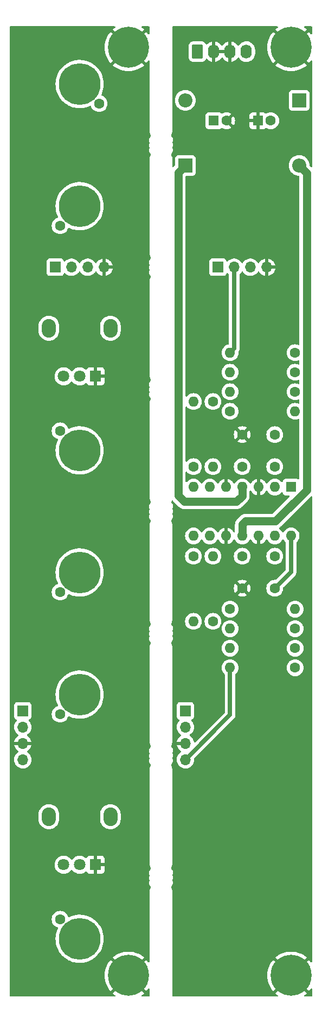
<source format=gbl>
%TF.GenerationSoftware,KiCad,Pcbnew,(6.0.6-0)*%
%TF.CreationDate,2022-09-04T11:17:28+01:00*%
%TF.ProjectId,4u-simple-integrator,34752d73-696d-4706-9c65-2d696e746567,r02*%
%TF.SameCoordinates,Original*%
%TF.FileFunction,Copper,L2,Bot*%
%TF.FilePolarity,Positive*%
%FSLAX46Y46*%
G04 Gerber Fmt 4.6, Leading zero omitted, Abs format (unit mm)*
G04 Created by KiCad (PCBNEW (6.0.6-0)) date 2022-09-04 11:17:28*
%MOMM*%
%LPD*%
G01*
G04 APERTURE LIST*
G04 Aperture macros list*
%AMRoundRect*
0 Rectangle with rounded corners*
0 $1 Rounding radius*
0 $2 $3 $4 $5 $6 $7 $8 $9 X,Y pos of 4 corners*
0 Add a 4 corners polygon primitive as box body*
4,1,4,$2,$3,$4,$5,$6,$7,$8,$9,$2,$3,0*
0 Add four circle primitives for the rounded corners*
1,1,$1+$1,$2,$3*
1,1,$1+$1,$4,$5*
1,1,$1+$1,$6,$7*
1,1,$1+$1,$8,$9*
0 Add four rect primitives between the rounded corners*
20,1,$1+$1,$2,$3,$4,$5,0*
20,1,$1+$1,$4,$5,$6,$7,0*
20,1,$1+$1,$6,$7,$8,$9,0*
20,1,$1+$1,$8,$9,$2,$3,0*%
G04 Aperture macros list end*
%TA.AperFunction,ComponentPad*%
%ADD10C,1.600000*%
%TD*%
%TA.AperFunction,ComponentPad*%
%ADD11R,1.700000X1.700000*%
%TD*%
%TA.AperFunction,ComponentPad*%
%ADD12O,1.700000X1.700000*%
%TD*%
%TA.AperFunction,ComponentPad*%
%ADD13R,2.200000X2.200000*%
%TD*%
%TA.AperFunction,ComponentPad*%
%ADD14O,2.200000X2.200000*%
%TD*%
%TA.AperFunction,ComponentPad*%
%ADD15O,1.600000X1.600000*%
%TD*%
%TA.AperFunction,ComponentPad*%
%ADD16RoundRect,0.250000X-0.620000X-0.845000X0.620000X-0.845000X0.620000X0.845000X-0.620000X0.845000X0*%
%TD*%
%TA.AperFunction,ComponentPad*%
%ADD17O,1.740000X2.190000*%
%TD*%
%TA.AperFunction,ComponentPad*%
%ADD18C,6.400000*%
%TD*%
%TA.AperFunction,ComponentPad*%
%ADD19R,1.600000X1.600000*%
%TD*%
%TA.AperFunction,ComponentPad*%
%ADD20C,6.500000*%
%TD*%
%TA.AperFunction,ComponentPad*%
%ADD21O,2.200000X2.900000*%
%TD*%
%TA.AperFunction,ComponentPad*%
%ADD22R,1.800000X1.800000*%
%TD*%
%TA.AperFunction,ComponentPad*%
%ADD23C,1.800000*%
%TD*%
%TA.AperFunction,ViaPad*%
%ADD24C,0.762000*%
%TD*%
%TA.AperFunction,Conductor*%
%ADD25C,0.635000*%
%TD*%
%TA.AperFunction,Conductor*%
%ADD26C,1.270000*%
%TD*%
G04 APERTURE END LIST*
D10*
%TO.P,C4,1*%
%TO.N,GND*%
X130810000Y-119935000D03*
%TO.P,C4,2*%
%TO.N,-12V*%
X130810000Y-114935000D03*
%TD*%
D11*
%TO.P,J7,1,Pin_1*%
%TO.N,Net-(J3-Pad1)*%
X101600000Y-69850000D03*
D12*
%TO.P,J7,2,Pin_2*%
%TO.N,Net-(J7-Pad2)*%
X104140000Y-69850000D03*
%TO.P,J7,3,Pin_3*%
%TO.N,Net-(J4-Pad1)*%
X106680000Y-69850000D03*
%TO.P,J7,4,Pin_4*%
%TO.N,GND*%
X109220000Y-69850000D03*
%TD*%
D13*
%TO.P,D1,1,K*%
%TO.N,+12V*%
X121920000Y-53975000D03*
D14*
%TO.P,D1,2,A*%
%TO.N,Net-(D1-Pad2)*%
X121920000Y-43815000D03*
%TD*%
D10*
%TO.P,R8,1*%
%TO.N,Net-(R12-Pad2)*%
X128905000Y-92329000D03*
D15*
%TO.P,R8,2*%
%TO.N,Net-(C2-Pad2)*%
X139065000Y-92329000D03*
%TD*%
D10*
%TO.P,R11,1*%
%TO.N,Net-(R11-Pad1)*%
X126238000Y-125095000D03*
D15*
%TO.P,R11,2*%
%TO.N,Net-(R11-Pad2)*%
X126238000Y-114935000D03*
%TD*%
D16*
%TO.P,J11,1,+12V*%
%TO.N,Net-(D1-Pad2)*%
X123825000Y-36214990D03*
D17*
%TO.P,J11,2,GND*%
%TO.N,GND*%
X126365000Y-36214990D03*
%TO.P,J11,3,GND*%
X128905000Y-36214990D03*
%TO.P,J11,4,-12V*%
%TO.N,Net-(D2-Pad1)*%
X131445000Y-36214990D03*
%TD*%
D10*
%TO.P,C3,1*%
%TO.N,+12V*%
X130810000Y-100965000D03*
%TO.P,C3,2*%
%TO.N,GND*%
X130810000Y-95965000D03*
%TD*%
%TO.P,R5,1*%
%TO.N,Net-(C1-Pad2)*%
X139065000Y-126238000D03*
D15*
%TO.P,R5,2*%
%TO.N,Net-(C1-Pad1)*%
X128905000Y-126238000D03*
%TD*%
D10*
%TO.P,R2,1*%
%TO.N,Net-(C1-Pad1)*%
X139065000Y-132334000D03*
D15*
%TO.P,R2,2*%
%TO.N,Net-(J10-Pad4)*%
X128905000Y-132334000D03*
%TD*%
D11*
%TO.P,J8,1,Pin_1*%
%TO.N,Net-(J5-Pad1)*%
X96520000Y-139065000D03*
D12*
%TO.P,J8,2,Pin_2*%
%TO.N,Net-(J6-Pad1)*%
X96520000Y-141605000D03*
%TO.P,J8,3,Pin_3*%
%TO.N,GND*%
X96520000Y-144145000D03*
%TO.P,J8,4,Pin_4*%
%TO.N,Net-(J8-Pad4)*%
X96520000Y-146685000D03*
%TD*%
D10*
%TO.P,R12,1*%
%TO.N,Net-(R10-Pad1)*%
X126238000Y-90805000D03*
D15*
%TO.P,R12,2*%
%TO.N,Net-(R12-Pad2)*%
X126238000Y-100965000D03*
%TD*%
D10*
%TO.P,R4,1*%
%TO.N,Net-(C1-Pad2)*%
X139065000Y-129286000D03*
D15*
%TO.P,R4,2*%
%TO.N,Net-(J10-Pad2)*%
X128905000Y-129286000D03*
%TD*%
D10*
%TO.P,R3,1*%
%TO.N,Net-(C2-Pad2)*%
X139065000Y-86233000D03*
D15*
%TO.P,R3,2*%
%TO.N,Net-(J9-Pad3)*%
X128905000Y-86233000D03*
%TD*%
D10*
%TO.P,C1,1*%
%TO.N,Net-(C1-Pad1)*%
X135890000Y-114935000D03*
%TO.P,C1,2*%
%TO.N,Net-(C1-Pad2)*%
X135890000Y-119935000D03*
%TD*%
%TO.P,R9,1*%
%TO.N,Net-(R11-Pad1)*%
X123190000Y-114935000D03*
D15*
%TO.P,R9,2*%
%TO.N,Net-(J10-Pad1)*%
X123190000Y-125095000D03*
%TD*%
D10*
%TO.P,R1,1*%
%TO.N,Net-(C2-Pad1)*%
X139065000Y-83185000D03*
D15*
%TO.P,R1,2*%
%TO.N,Net-(J9-Pad2)*%
X128905000Y-83185000D03*
%TD*%
D10*
%TO.P,R6,1*%
%TO.N,Net-(C2-Pad2)*%
X139065000Y-89281000D03*
D15*
%TO.P,R6,2*%
%TO.N,Net-(C2-Pad1)*%
X128905000Y-89281000D03*
%TD*%
D18*
%TO.P,H1,1,1*%
%TO.N,GND*%
X138430000Y-180340000D03*
%TD*%
D19*
%TO.P,C5,1*%
%TO.N,+12V*%
X126365000Y-46990000D03*
D10*
%TO.P,C5,2*%
%TO.N,GND*%
X128365000Y-46990000D03*
%TD*%
%TO.P,C2,1*%
%TO.N,Net-(C2-Pad1)*%
X135890000Y-100965000D03*
%TO.P,C2,2*%
%TO.N,Net-(C2-Pad2)*%
X135890000Y-95965000D03*
%TD*%
D18*
%TO.P,H3,1,1*%
%TO.N,GND*%
X113030000Y-180340000D03*
%TD*%
%TO.P,H4,1,1*%
%TO.N,GND*%
X113030000Y-35560000D03*
%TD*%
D10*
%TO.P,R10,1*%
%TO.N,Net-(R10-Pad1)*%
X123190000Y-100965000D03*
D15*
%TO.P,R10,2*%
%TO.N,Net-(J9-Pad1)*%
X123190000Y-90805000D03*
%TD*%
D19*
%TO.P,U1,1*%
%TO.N,Net-(C2-Pad2)*%
X138435000Y-104150000D03*
D15*
%TO.P,U1,2,-*%
%TO.N,Net-(C2-Pad1)*%
X135895000Y-104150000D03*
%TO.P,U1,3,+*%
%TO.N,GND*%
X133355000Y-104150000D03*
%TO.P,U1,4,V+*%
%TO.N,+12V*%
X130815000Y-104150000D03*
%TO.P,U1,5,+*%
%TO.N,GND*%
X128275000Y-104150000D03*
%TO.P,U1,6,-*%
%TO.N,Net-(R12-Pad2)*%
X125735000Y-104150000D03*
%TO.P,U1,7*%
%TO.N,Net-(R10-Pad1)*%
X123195000Y-104150000D03*
%TO.P,U1,8*%
%TO.N,Net-(R11-Pad1)*%
X123195000Y-111770000D03*
%TO.P,U1,9,-*%
%TO.N,Net-(R11-Pad2)*%
X125735000Y-111770000D03*
%TO.P,U1,10,+*%
%TO.N,GND*%
X128275000Y-111770000D03*
%TO.P,U1,11,V-*%
%TO.N,-12V*%
X130815000Y-111770000D03*
%TO.P,U1,12,+*%
%TO.N,GND*%
X133355000Y-111770000D03*
%TO.P,U1,13,-*%
%TO.N,Net-(C1-Pad1)*%
X135895000Y-111770000D03*
%TO.P,U1,14*%
%TO.N,Net-(C1-Pad2)*%
X138435000Y-111770000D03*
%TD*%
D19*
%TO.P,C6,1*%
%TO.N,GND*%
X133255000Y-46990000D03*
D10*
%TO.P,C6,2*%
%TO.N,-12V*%
X135255000Y-46990000D03*
%TD*%
%TO.P,R7,1*%
%TO.N,Net-(R11-Pad2)*%
X128905000Y-123190000D03*
D15*
%TO.P,R7,2*%
%TO.N,Net-(C1-Pad2)*%
X139065000Y-123190000D03*
%TD*%
D13*
%TO.P,D2,1,K*%
%TO.N,Net-(D2-Pad1)*%
X139700000Y-43815000D03*
D14*
%TO.P,D2,2,A*%
%TO.N,-12V*%
X139700000Y-53975000D03*
%TD*%
D18*
%TO.P,H2,1,1*%
%TO.N,GND*%
X138430000Y-35560000D03*
%TD*%
D20*
%TO.P,J1,1*%
%TO.N,Net-(J1-Pad1)*%
X105410000Y-98425000D03*
D10*
X102362000Y-95377000D03*
%TD*%
D20*
%TO.P,J4,1*%
%TO.N,Net-(J4-Pad1)*%
X105410000Y-41275000D03*
D10*
X108458000Y-44323000D03*
%TD*%
D20*
%TO.P,J3,1*%
%TO.N,Net-(J3-Pad1)*%
X105410000Y-60325000D03*
D10*
X102362000Y-63373000D03*
%TD*%
D11*
%TO.P,J10,1,Pin_1*%
%TO.N,Net-(J10-Pad1)*%
X121920000Y-139065000D03*
D12*
%TO.P,J10,2,Pin_2*%
%TO.N,Net-(J10-Pad2)*%
X121920000Y-141605000D03*
%TO.P,J10,3,Pin_3*%
%TO.N,GND*%
X121920000Y-144145000D03*
%TO.P,J10,4,Pin_4*%
%TO.N,Net-(J10-Pad4)*%
X121920000Y-146685000D03*
%TD*%
D21*
%TO.P,RV2,*%
%TO.N,*%
X110210000Y-155575000D03*
X100610000Y-155575000D03*
D22*
%TO.P,RV2,1,1*%
%TO.N,GND*%
X107910000Y-163075000D03*
D23*
%TO.P,RV2,2,2*%
%TO.N,Net-(J8-Pad4)*%
X105410000Y-163075000D03*
%TO.P,RV2,3,3*%
%TO.N,Net-(J2-Pad1)*%
X102910000Y-163075000D03*
%TD*%
D21*
%TO.P,RV1,*%
%TO.N,*%
X100610000Y-79375000D03*
X110210000Y-79375000D03*
D22*
%TO.P,RV1,1,1*%
%TO.N,GND*%
X107910000Y-86875000D03*
D23*
%TO.P,RV1,2,2*%
%TO.N,Net-(J7-Pad2)*%
X105410000Y-86875000D03*
%TO.P,RV1,3,3*%
%TO.N,Net-(J1-Pad1)*%
X102910000Y-86875000D03*
%TD*%
D11*
%TO.P,J9,1,Pin_1*%
%TO.N,Net-(J9-Pad1)*%
X127000000Y-69850000D03*
D12*
%TO.P,J9,2,Pin_2*%
%TO.N,Net-(J9-Pad2)*%
X129540000Y-69850000D03*
%TO.P,J9,3,Pin_3*%
%TO.N,Net-(J9-Pad3)*%
X132080000Y-69850000D03*
%TO.P,J9,4,Pin_4*%
%TO.N,GND*%
X134620000Y-69850000D03*
%TD*%
D10*
%TO.P,J5,1*%
%TO.N,Net-(J5-Pad1)*%
X102362000Y-139573000D03*
D20*
X105410000Y-136525000D03*
%TD*%
D10*
%TO.P,J6,1*%
%TO.N,Net-(J6-Pad1)*%
X102362000Y-120523000D03*
D20*
X105410000Y-117475000D03*
%TD*%
%TO.P,J2,1*%
%TO.N,Net-(J2-Pad1)*%
X105410000Y-174625000D03*
D10*
X102362000Y-171577000D03*
%TD*%
D24*
%TO.N,GND*%
X124714000Y-118745000D03*
X130810000Y-77470000D03*
X136017000Y-88773000D03*
%TD*%
D25*
%TO.N,Net-(C1-Pad2)*%
X138435000Y-117390000D02*
X138435000Y-111770000D01*
X135890000Y-119935000D02*
X138435000Y-117390000D01*
D26*
%TO.N,+12V*%
X121768587Y-106426000D02*
X129921000Y-106426000D01*
X120796588Y-105454001D02*
X121768587Y-106426000D01*
X120796588Y-55098412D02*
X120796588Y-105454001D01*
X130815000Y-105532000D02*
X130815000Y-104150000D01*
X129921000Y-106426000D02*
X130815000Y-105532000D01*
X121920000Y-53975000D02*
X120796588Y-55098412D01*
%TO.N,-12V*%
X136017000Y-109474000D02*
X131318000Y-109474000D01*
X131318000Y-109474000D02*
X130815000Y-109977000D01*
X130815000Y-109977000D02*
X130815000Y-111770000D01*
X140881000Y-104610000D02*
X136017000Y-109474000D01*
X139700000Y-53975000D02*
X140881000Y-55156000D01*
X140881000Y-55156000D02*
X140881000Y-104610000D01*
D25*
%TO.N,Net-(J9-Pad2)*%
X129540000Y-82550000D02*
X128905000Y-83185000D01*
X129540000Y-69850000D02*
X129540000Y-82550000D01*
%TO.N,Net-(J10-Pad4)*%
X121920000Y-146685000D02*
X128905000Y-139700000D01*
X128905000Y-139700000D02*
X128905000Y-132334000D01*
%TD*%
%TA.AperFunction,Conductor*%
%TO.N,GND*%
G36*
X136348437Y-32278502D02*
G01*
X136394930Y-32332158D01*
X136405034Y-32402432D01*
X136375540Y-32467012D01*
X136348940Y-32490173D01*
X136250265Y-32554253D01*
X136244939Y-32558123D01*
X136006165Y-32751478D01*
X135997700Y-32763733D01*
X136004034Y-32774824D01*
X138417188Y-35187978D01*
X138431132Y-35195592D01*
X138432965Y-35195461D01*
X138439580Y-35191210D01*
X140855100Y-32775690D01*
X140862241Y-32762614D01*
X140854784Y-32752247D01*
X140615065Y-32558126D01*
X140609728Y-32554249D01*
X140511059Y-32490172D01*
X140464822Y-32436296D01*
X140455053Y-32365975D01*
X140484853Y-32301535D01*
X140544762Y-32263436D01*
X140579684Y-32258500D01*
X141555633Y-32258500D01*
X141575018Y-32260000D01*
X141589853Y-32262310D01*
X141589855Y-32262310D01*
X141598724Y-32263691D01*
X141604508Y-32262935D01*
X141670868Y-32283307D01*
X141716700Y-32337528D01*
X141725165Y-32378873D01*
X141726309Y-32378723D01*
X141726309Y-32378724D01*
X141726329Y-32378873D01*
X141730436Y-32410283D01*
X141731500Y-32426621D01*
X141731500Y-33410316D01*
X141711498Y-33478437D01*
X141657842Y-33524930D01*
X141587568Y-33535034D01*
X141522988Y-33505540D01*
X141499827Y-33478940D01*
X141435747Y-33380265D01*
X141431877Y-33374939D01*
X141238522Y-33136165D01*
X141226267Y-33127700D01*
X141215176Y-33134034D01*
X138802022Y-35547188D01*
X138794408Y-35561132D01*
X138794539Y-35562965D01*
X138798790Y-35569580D01*
X141214310Y-37985100D01*
X141227386Y-37992241D01*
X141237753Y-37984784D01*
X141431877Y-37745061D01*
X141435747Y-37739735D01*
X141499827Y-37641060D01*
X141553704Y-37594823D01*
X141624025Y-37585053D01*
X141688465Y-37614853D01*
X141726564Y-37674761D01*
X141731500Y-37709684D01*
X141731500Y-54085157D01*
X141711498Y-54153278D01*
X141657842Y-54199771D01*
X141587568Y-54209875D01*
X141522988Y-54180381D01*
X141516405Y-54174252D01*
X141346030Y-54003877D01*
X141312004Y-53941565D01*
X141309513Y-53924668D01*
X141293997Y-53727531D01*
X141293609Y-53722597D01*
X141234505Y-53476409D01*
X141137616Y-53242498D01*
X141005328Y-53026624D01*
X140840898Y-52834102D01*
X140648376Y-52669672D01*
X140432502Y-52537384D01*
X140427932Y-52535491D01*
X140427928Y-52535489D01*
X140203164Y-52442389D01*
X140203162Y-52442388D01*
X140198591Y-52440495D01*
X140113968Y-52420179D01*
X139957216Y-52382546D01*
X139957210Y-52382545D01*
X139952403Y-52381391D01*
X139700000Y-52361526D01*
X139447597Y-52381391D01*
X139442790Y-52382545D01*
X139442784Y-52382546D01*
X139286032Y-52420179D01*
X139201409Y-52440495D01*
X139196838Y-52442388D01*
X139196836Y-52442389D01*
X138972072Y-52535489D01*
X138972068Y-52535491D01*
X138967498Y-52537384D01*
X138751624Y-52669672D01*
X138559102Y-52834102D01*
X138394672Y-53026624D01*
X138262384Y-53242498D01*
X138165495Y-53476409D01*
X138106391Y-53722597D01*
X138086526Y-53975000D01*
X138106391Y-54227403D01*
X138165495Y-54473591D01*
X138262384Y-54707502D01*
X138394672Y-54923376D01*
X138559102Y-55115898D01*
X138751624Y-55280328D01*
X138967498Y-55412616D01*
X138972068Y-55414509D01*
X138972072Y-55414511D01*
X139042401Y-55443642D01*
X139201409Y-55509505D01*
X139268513Y-55525615D01*
X139442784Y-55567454D01*
X139442790Y-55567455D01*
X139447597Y-55568609D01*
X139621386Y-55582287D01*
X139687728Y-55607573D01*
X139729867Y-55664711D01*
X139737500Y-55707899D01*
X139737500Y-81857042D01*
X139717498Y-81925163D01*
X139663842Y-81971656D01*
X139593568Y-81981760D01*
X139558252Y-81971238D01*
X139514243Y-81950716D01*
X139508935Y-81949294D01*
X139508933Y-81949293D01*
X139298402Y-81892881D01*
X139298400Y-81892881D01*
X139293087Y-81891457D01*
X139065000Y-81871502D01*
X138836913Y-81891457D01*
X138831600Y-81892881D01*
X138831598Y-81892881D01*
X138621067Y-81949293D01*
X138621065Y-81949294D01*
X138615757Y-81950716D01*
X138610776Y-81953039D01*
X138610775Y-81953039D01*
X138413238Y-82045151D01*
X138413233Y-82045154D01*
X138408251Y-82047477D01*
X138303389Y-82120902D01*
X138225211Y-82175643D01*
X138225208Y-82175645D01*
X138220700Y-82178802D01*
X138058802Y-82340700D01*
X137927477Y-82528251D01*
X137925154Y-82533233D01*
X137925151Y-82533238D01*
X137833039Y-82730775D01*
X137830716Y-82735757D01*
X137829294Y-82741065D01*
X137829293Y-82741067D01*
X137772881Y-82951598D01*
X137771457Y-82956913D01*
X137751502Y-83185000D01*
X137771457Y-83413087D01*
X137830716Y-83634243D01*
X137833039Y-83639224D01*
X137833039Y-83639225D01*
X137925151Y-83836762D01*
X137925154Y-83836767D01*
X137927477Y-83841749D01*
X138058802Y-84029300D01*
X138220700Y-84191198D01*
X138225208Y-84194355D01*
X138225211Y-84194357D01*
X138303389Y-84249098D01*
X138408251Y-84322523D01*
X138413233Y-84324846D01*
X138413238Y-84324849D01*
X138571749Y-84398763D01*
X138615757Y-84419284D01*
X138621065Y-84420706D01*
X138621067Y-84420707D01*
X138831598Y-84477119D01*
X138831600Y-84477119D01*
X138836913Y-84478543D01*
X139065000Y-84498498D01*
X139293087Y-84478543D01*
X139298400Y-84477119D01*
X139298402Y-84477119D01*
X139508933Y-84420707D01*
X139508935Y-84420706D01*
X139514243Y-84419284D01*
X139558251Y-84398763D01*
X139628441Y-84388102D01*
X139693254Y-84417082D01*
X139732111Y-84476501D01*
X139737500Y-84512958D01*
X139737500Y-84905042D01*
X139717498Y-84973163D01*
X139663842Y-85019656D01*
X139593568Y-85029760D01*
X139558252Y-85019238D01*
X139514243Y-84998716D01*
X139508935Y-84997294D01*
X139508933Y-84997293D01*
X139298402Y-84940881D01*
X139298400Y-84940881D01*
X139293087Y-84939457D01*
X139065000Y-84919502D01*
X138836913Y-84939457D01*
X138831600Y-84940881D01*
X138831598Y-84940881D01*
X138621067Y-84997293D01*
X138621065Y-84997294D01*
X138615757Y-84998716D01*
X138610776Y-85001039D01*
X138610775Y-85001039D01*
X138413238Y-85093151D01*
X138413233Y-85093154D01*
X138408251Y-85095477D01*
X138303389Y-85168902D01*
X138225211Y-85223643D01*
X138225208Y-85223645D01*
X138220700Y-85226802D01*
X138058802Y-85388700D01*
X137927477Y-85576251D01*
X137925154Y-85581233D01*
X137925151Y-85581238D01*
X137833039Y-85778775D01*
X137830716Y-85783757D01*
X137771457Y-86004913D01*
X137751502Y-86233000D01*
X137771457Y-86461087D01*
X137772881Y-86466400D01*
X137772881Y-86466402D01*
X137815794Y-86626552D01*
X137830716Y-86682243D01*
X137833039Y-86687224D01*
X137833039Y-86687225D01*
X137925151Y-86884762D01*
X137925154Y-86884767D01*
X137927477Y-86889749D01*
X138058802Y-87077300D01*
X138220700Y-87239198D01*
X138225208Y-87242355D01*
X138225211Y-87242357D01*
X138269657Y-87273478D01*
X138408251Y-87370523D01*
X138413233Y-87372846D01*
X138413238Y-87372849D01*
X138571749Y-87446763D01*
X138615757Y-87467284D01*
X138621065Y-87468706D01*
X138621067Y-87468707D01*
X138831598Y-87525119D01*
X138831600Y-87525119D01*
X138836913Y-87526543D01*
X139065000Y-87546498D01*
X139293087Y-87526543D01*
X139298400Y-87525119D01*
X139298402Y-87525119D01*
X139508933Y-87468707D01*
X139508935Y-87468706D01*
X139514243Y-87467284D01*
X139558251Y-87446763D01*
X139628441Y-87436102D01*
X139693254Y-87465082D01*
X139732111Y-87524501D01*
X139737500Y-87560958D01*
X139737500Y-87953042D01*
X139717498Y-88021163D01*
X139663842Y-88067656D01*
X139593568Y-88077760D01*
X139558252Y-88067238D01*
X139514243Y-88046716D01*
X139508935Y-88045294D01*
X139508933Y-88045293D01*
X139298402Y-87988881D01*
X139298400Y-87988881D01*
X139293087Y-87987457D01*
X139065000Y-87967502D01*
X138836913Y-87987457D01*
X138831600Y-87988881D01*
X138831598Y-87988881D01*
X138621067Y-88045293D01*
X138621065Y-88045294D01*
X138615757Y-88046716D01*
X138610776Y-88049039D01*
X138610775Y-88049039D01*
X138413238Y-88141151D01*
X138413233Y-88141154D01*
X138408251Y-88143477D01*
X138303389Y-88216902D01*
X138225211Y-88271643D01*
X138225208Y-88271645D01*
X138220700Y-88274802D01*
X138058802Y-88436700D01*
X138055645Y-88441208D01*
X138055643Y-88441211D01*
X138000902Y-88519389D01*
X137927477Y-88624251D01*
X137925154Y-88629233D01*
X137925151Y-88629238D01*
X137833039Y-88826775D01*
X137830716Y-88831757D01*
X137771457Y-89052913D01*
X137751502Y-89281000D01*
X137771457Y-89509087D01*
X137772881Y-89514400D01*
X137772881Y-89514402D01*
X137813275Y-89665151D01*
X137830716Y-89730243D01*
X137833039Y-89735224D01*
X137833039Y-89735225D01*
X137925151Y-89932762D01*
X137925154Y-89932767D01*
X137927477Y-89937749D01*
X138058802Y-90125300D01*
X138220700Y-90287198D01*
X138225208Y-90290355D01*
X138225211Y-90290357D01*
X138303389Y-90345098D01*
X138408251Y-90418523D01*
X138413233Y-90420846D01*
X138413238Y-90420849D01*
X138571749Y-90494763D01*
X138615757Y-90515284D01*
X138621065Y-90516706D01*
X138621067Y-90516707D01*
X138831598Y-90573119D01*
X138831600Y-90573119D01*
X138836913Y-90574543D01*
X139065000Y-90594498D01*
X139293087Y-90574543D01*
X139298400Y-90573119D01*
X139298402Y-90573119D01*
X139508933Y-90516707D01*
X139508935Y-90516706D01*
X139514243Y-90515284D01*
X139558251Y-90494763D01*
X139628441Y-90484102D01*
X139693254Y-90513082D01*
X139732111Y-90572501D01*
X139737500Y-90608958D01*
X139737500Y-91001042D01*
X139717498Y-91069163D01*
X139663842Y-91115656D01*
X139593568Y-91125760D01*
X139558252Y-91115238D01*
X139514243Y-91094716D01*
X139508935Y-91093294D01*
X139508933Y-91093293D01*
X139298402Y-91036881D01*
X139298400Y-91036881D01*
X139293087Y-91035457D01*
X139065000Y-91015502D01*
X138836913Y-91035457D01*
X138831600Y-91036881D01*
X138831598Y-91036881D01*
X138621067Y-91093293D01*
X138621065Y-91093294D01*
X138615757Y-91094716D01*
X138610776Y-91097039D01*
X138610775Y-91097039D01*
X138413238Y-91189151D01*
X138413233Y-91189154D01*
X138408251Y-91191477D01*
X138368343Y-91219421D01*
X138225211Y-91319643D01*
X138225208Y-91319645D01*
X138220700Y-91322802D01*
X138058802Y-91484700D01*
X137927477Y-91672251D01*
X137925154Y-91677233D01*
X137925151Y-91677238D01*
X137862685Y-91811198D01*
X137830716Y-91879757D01*
X137829294Y-91885065D01*
X137829293Y-91885067D01*
X137787589Y-92040707D01*
X137771457Y-92100913D01*
X137751502Y-92329000D01*
X137771457Y-92557087D01*
X137830716Y-92778243D01*
X137833039Y-92783224D01*
X137833039Y-92783225D01*
X137925151Y-92980762D01*
X137925154Y-92980767D01*
X137927477Y-92985749D01*
X138058802Y-93173300D01*
X138220700Y-93335198D01*
X138225208Y-93338355D01*
X138225211Y-93338357D01*
X138303389Y-93393098D01*
X138408251Y-93466523D01*
X138413233Y-93468846D01*
X138413238Y-93468849D01*
X138571749Y-93542763D01*
X138615757Y-93563284D01*
X138621065Y-93564706D01*
X138621067Y-93564707D01*
X138831598Y-93621119D01*
X138831600Y-93621119D01*
X138836913Y-93622543D01*
X139065000Y-93642498D01*
X139293087Y-93622543D01*
X139298400Y-93621119D01*
X139298402Y-93621119D01*
X139508933Y-93564707D01*
X139508935Y-93564706D01*
X139514243Y-93563284D01*
X139558251Y-93542763D01*
X139628441Y-93532102D01*
X139693254Y-93561082D01*
X139732111Y-93620501D01*
X139737500Y-93656958D01*
X139737500Y-102839202D01*
X139717498Y-102907323D01*
X139663842Y-102953816D01*
X139593568Y-102963920D01*
X139535935Y-102940028D01*
X139488892Y-102904771D01*
X139488890Y-102904770D01*
X139481705Y-102899385D01*
X139345316Y-102848255D01*
X139283134Y-102841500D01*
X137586866Y-102841500D01*
X137524684Y-102848255D01*
X137388295Y-102899385D01*
X137271739Y-102986739D01*
X137184385Y-103103295D01*
X137133255Y-103239684D01*
X137132083Y-103250474D01*
X137131197Y-103252606D01*
X137130575Y-103255222D01*
X137130152Y-103255121D01*
X137104845Y-103316035D01*
X137046483Y-103356463D01*
X136975529Y-103358922D01*
X136914510Y-103322629D01*
X136907511Y-103313969D01*
X136904354Y-103310207D01*
X136901198Y-103305700D01*
X136739300Y-103143802D01*
X136734792Y-103140645D01*
X136734789Y-103140643D01*
X136656611Y-103085902D01*
X136551749Y-103012477D01*
X136546767Y-103010154D01*
X136546762Y-103010151D01*
X136349225Y-102918039D01*
X136349224Y-102918039D01*
X136344243Y-102915716D01*
X136338935Y-102914294D01*
X136338933Y-102914293D01*
X136128402Y-102857881D01*
X136128400Y-102857881D01*
X136123087Y-102856457D01*
X135895000Y-102836502D01*
X135666913Y-102856457D01*
X135661600Y-102857881D01*
X135661598Y-102857881D01*
X135451067Y-102914293D01*
X135451065Y-102914294D01*
X135445757Y-102915716D01*
X135440776Y-102918039D01*
X135440775Y-102918039D01*
X135243238Y-103010151D01*
X135243233Y-103010154D01*
X135238251Y-103012477D01*
X135133389Y-103085902D01*
X135055211Y-103140643D01*
X135055208Y-103140645D01*
X135050700Y-103143802D01*
X134888802Y-103305700D01*
X134757477Y-103493251D01*
X134755154Y-103498233D01*
X134755151Y-103498238D01*
X134738919Y-103533049D01*
X134692002Y-103586334D01*
X134623725Y-103605795D01*
X134555765Y-103585253D01*
X134510529Y-103533049D01*
X134494414Y-103498489D01*
X134488931Y-103488993D01*
X134363972Y-103310533D01*
X134356916Y-103302125D01*
X134202875Y-103148084D01*
X134194467Y-103141028D01*
X134016007Y-103016069D01*
X134006511Y-103010586D01*
X133809053Y-102918510D01*
X133798761Y-102914764D01*
X133626497Y-102868606D01*
X133612401Y-102868942D01*
X133609000Y-102876884D01*
X133609000Y-105417967D01*
X133612973Y-105431498D01*
X133621522Y-105432727D01*
X133798761Y-105385236D01*
X133809053Y-105381490D01*
X134006511Y-105289414D01*
X134016007Y-105283931D01*
X134194467Y-105158972D01*
X134202875Y-105151916D01*
X134356916Y-104997875D01*
X134363972Y-104989467D01*
X134488931Y-104811007D01*
X134494414Y-104801511D01*
X134510529Y-104766951D01*
X134557446Y-104713666D01*
X134625723Y-104694205D01*
X134693683Y-104714747D01*
X134738919Y-104766951D01*
X134755151Y-104801762D01*
X134755154Y-104801767D01*
X134757477Y-104806749D01*
X134830902Y-104911611D01*
X134879033Y-104980348D01*
X134888802Y-104994300D01*
X135050700Y-105156198D01*
X135055208Y-105159355D01*
X135055211Y-105159357D01*
X135114015Y-105200532D01*
X135238251Y-105287523D01*
X135243233Y-105289846D01*
X135243238Y-105289849D01*
X135439765Y-105381490D01*
X135445757Y-105384284D01*
X135451065Y-105385706D01*
X135451067Y-105385707D01*
X135661598Y-105442119D01*
X135661600Y-105442119D01*
X135666913Y-105443543D01*
X135895000Y-105463498D01*
X136123087Y-105443543D01*
X136128400Y-105442119D01*
X136128402Y-105442119D01*
X136338933Y-105385707D01*
X136338935Y-105385706D01*
X136344243Y-105384284D01*
X136350235Y-105381490D01*
X136546762Y-105289849D01*
X136546767Y-105289846D01*
X136551749Y-105287523D01*
X136675985Y-105200532D01*
X136734789Y-105159357D01*
X136734792Y-105159355D01*
X136739300Y-105156198D01*
X136901198Y-104994300D01*
X136904357Y-104989789D01*
X136907892Y-104985576D01*
X136909026Y-104986527D01*
X136959071Y-104946529D01*
X137029690Y-104939224D01*
X137093049Y-104971258D01*
X137129030Y-105032462D01*
X137132082Y-105049517D01*
X137133255Y-105060316D01*
X137184385Y-105196705D01*
X137271739Y-105313261D01*
X137388295Y-105400615D01*
X137524684Y-105451745D01*
X137586866Y-105458500D01*
X138111157Y-105458500D01*
X138179278Y-105478502D01*
X138225771Y-105532158D01*
X138235875Y-105602432D01*
X138206381Y-105667012D01*
X138200252Y-105673595D01*
X135580252Y-108293595D01*
X135517940Y-108327621D01*
X135491157Y-108330500D01*
X131360794Y-108330500D01*
X131352553Y-108330230D01*
X131312746Y-108327621D01*
X131287938Y-108325995D01*
X131200074Y-108336395D01*
X131196807Y-108336737D01*
X131170998Y-108339109D01*
X131114476Y-108344302D01*
X131114474Y-108344302D01*
X131108721Y-108344831D01*
X131103159Y-108346400D01*
X131099601Y-108347059D01*
X131088551Y-108349257D01*
X131084970Y-108350018D01*
X131079234Y-108350697D01*
X130994731Y-108376935D01*
X130991599Y-108377863D01*
X130906451Y-108401877D01*
X130901269Y-108404433D01*
X130897824Y-108405755D01*
X130887421Y-108409906D01*
X130884042Y-108411305D01*
X130878526Y-108413018D01*
X130873420Y-108415704D01*
X130873416Y-108415706D01*
X130800217Y-108454218D01*
X130797277Y-108455716D01*
X130723141Y-108492275D01*
X130723137Y-108492278D01*
X130717963Y-108494829D01*
X130713338Y-108498283D01*
X130710172Y-108500223D01*
X130700759Y-108506162D01*
X130697649Y-108508181D01*
X130692537Y-108510871D01*
X130688003Y-108514446D01*
X130688002Y-108514446D01*
X130623058Y-108565644D01*
X130620457Y-108567640D01*
X130549571Y-108620573D01*
X130493761Y-108680948D01*
X130490332Y-108684514D01*
X130036688Y-109138159D01*
X130030669Y-109143796D01*
X129981981Y-109186494D01*
X129978406Y-109191029D01*
X129978405Y-109191030D01*
X129927202Y-109255982D01*
X129925124Y-109258547D01*
X129872266Y-109322100D01*
X129872262Y-109322105D01*
X129868574Y-109326540D01*
X129865755Y-109331574D01*
X129863686Y-109334584D01*
X129857492Y-109343854D01*
X129855449Y-109346999D01*
X129851872Y-109351537D01*
X129849184Y-109356645D01*
X129849182Y-109356649D01*
X129810688Y-109429816D01*
X129809118Y-109432706D01*
X129765885Y-109509904D01*
X129764028Y-109515376D01*
X129762514Y-109518776D01*
X129758127Y-109528987D01*
X129756705Y-109532421D01*
X129754018Y-109537527D01*
X129752306Y-109543041D01*
X129752305Y-109543043D01*
X129727788Y-109621999D01*
X129726769Y-109625135D01*
X129698331Y-109708912D01*
X129697502Y-109714625D01*
X129696659Y-109718138D01*
X129694167Y-109729151D01*
X129693409Y-109732718D01*
X129691696Y-109738234D01*
X129691018Y-109743962D01*
X129691017Y-109743967D01*
X129681297Y-109826098D01*
X129680870Y-109829340D01*
X129668175Y-109916897D01*
X129670570Y-109977853D01*
X129671403Y-109999054D01*
X129671500Y-110004001D01*
X129671500Y-111098135D01*
X129659693Y-111151389D01*
X129658917Y-111153053D01*
X129611998Y-111206336D01*
X129543720Y-111225795D01*
X129475761Y-111205251D01*
X129430529Y-111153049D01*
X129414414Y-111118489D01*
X129408931Y-111108993D01*
X129283972Y-110930533D01*
X129276916Y-110922125D01*
X129122875Y-110768084D01*
X129114467Y-110761028D01*
X128936007Y-110636069D01*
X128926511Y-110630586D01*
X128729053Y-110538510D01*
X128718761Y-110534764D01*
X128546497Y-110488606D01*
X128532401Y-110488942D01*
X128529000Y-110496884D01*
X128529000Y-113037967D01*
X128532973Y-113051498D01*
X128541522Y-113052727D01*
X128718761Y-113005236D01*
X128729053Y-113001490D01*
X128926511Y-112909414D01*
X128936007Y-112903931D01*
X129114467Y-112778972D01*
X129122875Y-112771916D01*
X129276916Y-112617875D01*
X129283972Y-112609467D01*
X129408931Y-112431007D01*
X129414414Y-112421511D01*
X129430529Y-112386951D01*
X129477446Y-112333666D01*
X129545723Y-112314205D01*
X129613683Y-112334747D01*
X129658919Y-112386951D01*
X129675151Y-112421762D01*
X129675154Y-112421767D01*
X129677477Y-112426749D01*
X129808802Y-112614300D01*
X129970700Y-112776198D01*
X129975208Y-112779355D01*
X129975211Y-112779357D01*
X129989000Y-112789012D01*
X130158251Y-112907523D01*
X130163233Y-112909846D01*
X130163238Y-112909849D01*
X130359765Y-113001490D01*
X130365757Y-113004284D01*
X130371065Y-113005706D01*
X130371067Y-113005707D01*
X130581598Y-113062119D01*
X130581600Y-113062119D01*
X130586913Y-113063543D01*
X130815000Y-113083498D01*
X131043087Y-113063543D01*
X131048400Y-113062119D01*
X131048402Y-113062119D01*
X131258933Y-113005707D01*
X131258935Y-113005706D01*
X131264243Y-113004284D01*
X131270235Y-113001490D01*
X131466762Y-112909849D01*
X131466767Y-112909846D01*
X131471749Y-112907523D01*
X131641000Y-112789012D01*
X131654789Y-112779357D01*
X131654792Y-112779355D01*
X131659300Y-112776198D01*
X131821198Y-112614300D01*
X131952523Y-112426749D01*
X131954846Y-112421767D01*
X131954849Y-112421762D01*
X131971081Y-112386951D01*
X132017998Y-112333666D01*
X132086275Y-112314205D01*
X132154235Y-112334747D01*
X132199471Y-112386951D01*
X132215586Y-112421511D01*
X132221069Y-112431007D01*
X132346028Y-112609467D01*
X132353084Y-112617875D01*
X132507125Y-112771916D01*
X132515533Y-112778972D01*
X132693993Y-112903931D01*
X132703489Y-112909414D01*
X132900947Y-113001490D01*
X132911239Y-113005236D01*
X133083503Y-113051394D01*
X133097599Y-113051058D01*
X133101000Y-113043116D01*
X133101000Y-111642000D01*
X133121002Y-111573879D01*
X133174658Y-111527386D01*
X133227000Y-111516000D01*
X133483000Y-111516000D01*
X133551121Y-111536002D01*
X133597614Y-111589658D01*
X133609000Y-111642000D01*
X133609000Y-113037967D01*
X133612973Y-113051498D01*
X133621522Y-113052727D01*
X133798761Y-113005236D01*
X133809053Y-113001490D01*
X134006511Y-112909414D01*
X134016007Y-112903931D01*
X134194467Y-112778972D01*
X134202875Y-112771916D01*
X134356916Y-112617875D01*
X134363972Y-112609467D01*
X134488931Y-112431007D01*
X134494414Y-112421511D01*
X134510529Y-112386951D01*
X134557446Y-112333666D01*
X134625723Y-112314205D01*
X134693683Y-112334747D01*
X134738919Y-112386951D01*
X134755151Y-112421762D01*
X134755154Y-112421767D01*
X134757477Y-112426749D01*
X134888802Y-112614300D01*
X135050700Y-112776198D01*
X135055208Y-112779355D01*
X135055211Y-112779357D01*
X135069000Y-112789012D01*
X135238251Y-112907523D01*
X135243233Y-112909846D01*
X135243238Y-112909849D01*
X135439765Y-113001490D01*
X135445757Y-113004284D01*
X135451065Y-113005706D01*
X135451067Y-113005707D01*
X135661598Y-113062119D01*
X135661600Y-113062119D01*
X135666913Y-113063543D01*
X135895000Y-113083498D01*
X136123087Y-113063543D01*
X136128400Y-113062119D01*
X136128402Y-113062119D01*
X136338933Y-113005707D01*
X136338935Y-113005706D01*
X136344243Y-113004284D01*
X136350235Y-113001490D01*
X136546762Y-112909849D01*
X136546767Y-112909846D01*
X136551749Y-112907523D01*
X136721000Y-112789012D01*
X136734789Y-112779357D01*
X136734792Y-112779355D01*
X136739300Y-112776198D01*
X136901198Y-112614300D01*
X137032523Y-112426749D01*
X137034846Y-112421767D01*
X137034849Y-112421762D01*
X137050805Y-112387543D01*
X137097722Y-112334258D01*
X137165999Y-112314797D01*
X137233959Y-112335339D01*
X137279195Y-112387543D01*
X137295151Y-112421762D01*
X137295154Y-112421767D01*
X137297477Y-112426749D01*
X137428802Y-112614300D01*
X137572095Y-112757593D01*
X137606121Y-112819905D01*
X137609000Y-112846688D01*
X137609000Y-116995670D01*
X137588998Y-117063791D01*
X137572095Y-117084765D01*
X136065211Y-118591649D01*
X136002899Y-118625675D01*
X135965135Y-118628075D01*
X135895476Y-118621981D01*
X135895475Y-118621981D01*
X135890000Y-118621502D01*
X135661913Y-118641457D01*
X135656600Y-118642881D01*
X135656598Y-118642881D01*
X135446067Y-118699293D01*
X135446065Y-118699294D01*
X135440757Y-118700716D01*
X135435776Y-118703039D01*
X135435775Y-118703039D01*
X135238238Y-118795151D01*
X135238233Y-118795154D01*
X135233251Y-118797477D01*
X135176080Y-118837509D01*
X135050211Y-118925643D01*
X135050208Y-118925645D01*
X135045700Y-118928802D01*
X134883802Y-119090700D01*
X134752477Y-119278251D01*
X134750154Y-119283233D01*
X134750151Y-119283238D01*
X134750034Y-119283489D01*
X134655716Y-119485757D01*
X134654294Y-119491065D01*
X134654293Y-119491067D01*
X134633019Y-119570461D01*
X134596457Y-119706913D01*
X134576502Y-119935000D01*
X134596457Y-120163087D01*
X134597881Y-120168400D01*
X134597881Y-120168402D01*
X134635025Y-120307022D01*
X134655716Y-120384243D01*
X134658039Y-120389224D01*
X134658039Y-120389225D01*
X134750151Y-120586762D01*
X134750154Y-120586767D01*
X134752477Y-120591749D01*
X134883802Y-120779300D01*
X135045700Y-120941198D01*
X135050208Y-120944355D01*
X135050211Y-120944357D01*
X135128389Y-120999098D01*
X135233251Y-121072523D01*
X135238233Y-121074846D01*
X135238238Y-121074849D01*
X135434765Y-121166490D01*
X135440757Y-121169284D01*
X135446065Y-121170706D01*
X135446067Y-121170707D01*
X135656598Y-121227119D01*
X135656600Y-121227119D01*
X135661913Y-121228543D01*
X135890000Y-121248498D01*
X136118087Y-121228543D01*
X136123400Y-121227119D01*
X136123402Y-121227119D01*
X136333933Y-121170707D01*
X136333935Y-121170706D01*
X136339243Y-121169284D01*
X136345235Y-121166490D01*
X136541762Y-121074849D01*
X136541767Y-121074846D01*
X136546749Y-121072523D01*
X136651611Y-120999098D01*
X136729789Y-120944357D01*
X136729792Y-120944355D01*
X136734300Y-120941198D01*
X136896198Y-120779300D01*
X137027523Y-120591749D01*
X137029846Y-120586767D01*
X137029849Y-120586762D01*
X137121961Y-120389225D01*
X137121961Y-120389224D01*
X137124284Y-120384243D01*
X137144976Y-120307022D01*
X137182119Y-120168402D01*
X137182119Y-120168400D01*
X137183543Y-120163087D01*
X137203498Y-119935000D01*
X137196925Y-119859866D01*
X137210915Y-119790261D01*
X137233351Y-119759790D01*
X138990762Y-118002379D01*
X138998529Y-117995236D01*
X139031480Y-117967390D01*
X139036693Y-117962985D01*
X139084121Y-117900951D01*
X139086019Y-117898531D01*
X139130694Y-117842967D01*
X139134970Y-117837649D01*
X139138005Y-117831536D01*
X139139312Y-117829492D01*
X139139630Y-117829038D01*
X139140036Y-117828385D01*
X139140306Y-117827895D01*
X139141557Y-117825829D01*
X139145697Y-117820414D01*
X139178693Y-117749654D01*
X139180027Y-117746882D01*
X139214767Y-117676898D01*
X139216419Y-117670273D01*
X139217253Y-117668006D01*
X139217472Y-117667481D01*
X139217721Y-117666777D01*
X139217883Y-117666227D01*
X139218661Y-117663943D01*
X139221543Y-117657761D01*
X139223031Y-117651103D01*
X139223034Y-117651095D01*
X139238581Y-117581542D01*
X139239289Y-117578546D01*
X139256533Y-117509385D01*
X139256533Y-117509382D01*
X139258184Y-117502762D01*
X139258375Y-117495941D01*
X139258703Y-117493544D01*
X139258904Y-117492430D01*
X139259566Y-117487656D01*
X139260693Y-117482616D01*
X139261000Y-117477125D01*
X139261000Y-117403711D01*
X139261049Y-117400193D01*
X139263004Y-117330186D01*
X139263195Y-117323365D01*
X139261916Y-117316658D01*
X139261406Y-117310323D01*
X139261000Y-117300216D01*
X139261000Y-112846688D01*
X139281002Y-112778567D01*
X139297905Y-112757593D01*
X139441198Y-112614300D01*
X139572523Y-112426749D01*
X139574846Y-112421767D01*
X139574849Y-112421762D01*
X139666961Y-112224225D01*
X139666961Y-112224224D01*
X139669284Y-112219243D01*
X139728543Y-111998087D01*
X139748498Y-111770000D01*
X139728543Y-111541913D01*
X139726959Y-111536002D01*
X139670707Y-111326067D01*
X139670706Y-111326065D01*
X139669284Y-111320757D01*
X139590307Y-111151389D01*
X139574849Y-111118238D01*
X139574846Y-111118233D01*
X139572523Y-111113251D01*
X139441198Y-110925700D01*
X139279300Y-110763802D01*
X139274792Y-110760645D01*
X139274789Y-110760643D01*
X139142612Y-110668092D01*
X139091749Y-110632477D01*
X139086767Y-110630154D01*
X139086762Y-110630151D01*
X138889225Y-110538039D01*
X138889224Y-110538039D01*
X138884243Y-110535716D01*
X138878935Y-110534294D01*
X138878933Y-110534293D01*
X138668402Y-110477881D01*
X138668400Y-110477881D01*
X138663087Y-110476457D01*
X138435000Y-110456502D01*
X138206913Y-110476457D01*
X138201600Y-110477881D01*
X138201598Y-110477881D01*
X137991067Y-110534293D01*
X137991065Y-110534294D01*
X137985757Y-110535716D01*
X137980776Y-110538039D01*
X137980775Y-110538039D01*
X137783238Y-110630151D01*
X137783233Y-110630154D01*
X137778251Y-110632477D01*
X137727388Y-110668092D01*
X137595211Y-110760643D01*
X137595208Y-110760645D01*
X137590700Y-110763802D01*
X137428802Y-110925700D01*
X137297477Y-111113251D01*
X137295154Y-111118233D01*
X137295151Y-111118238D01*
X137279195Y-111152457D01*
X137232278Y-111205742D01*
X137164001Y-111225203D01*
X137096041Y-111204661D01*
X137050805Y-111152457D01*
X137034849Y-111118238D01*
X137034846Y-111118233D01*
X137032523Y-111113251D01*
X136901198Y-110925700D01*
X136739300Y-110763802D01*
X136734792Y-110760645D01*
X136734789Y-110760643D01*
X136602613Y-110668092D01*
X136558285Y-110612635D01*
X136550976Y-110542015D01*
X136583007Y-110478655D01*
X136609046Y-110457448D01*
X136611855Y-110455726D01*
X136617037Y-110453171D01*
X136621667Y-110449713D01*
X136624871Y-110447750D01*
X136634258Y-110441827D01*
X136637351Y-110439818D01*
X136642463Y-110437129D01*
X136711956Y-110382344D01*
X136714526Y-110380373D01*
X136780801Y-110330884D01*
X136780808Y-110330877D01*
X136785429Y-110327427D01*
X136841263Y-110267026D01*
X136844692Y-110263461D01*
X141516405Y-105591748D01*
X141578717Y-105557722D01*
X141649532Y-105562787D01*
X141706368Y-105605334D01*
X141731179Y-105671854D01*
X141731500Y-105680843D01*
X141731500Y-178190316D01*
X141711498Y-178258437D01*
X141657842Y-178304930D01*
X141587568Y-178315034D01*
X141522988Y-178285540D01*
X141499827Y-178258940D01*
X141435747Y-178160265D01*
X141431877Y-178154939D01*
X141238522Y-177916165D01*
X141226267Y-177907700D01*
X141215176Y-177914034D01*
X138802022Y-180327188D01*
X138794408Y-180341132D01*
X138794539Y-180342965D01*
X138798790Y-180349580D01*
X141214310Y-182765100D01*
X141227386Y-182772241D01*
X141237753Y-182764784D01*
X141431877Y-182525061D01*
X141435747Y-182519735D01*
X141499827Y-182421060D01*
X141553704Y-182374823D01*
X141624025Y-182365053D01*
X141688465Y-182394853D01*
X141726564Y-182454761D01*
X141731500Y-182489684D01*
X141731500Y-183465633D01*
X141730000Y-183485018D01*
X141726309Y-183508724D01*
X141727065Y-183514508D01*
X141706693Y-183580868D01*
X141652472Y-183626700D01*
X141611127Y-183635165D01*
X141611277Y-183636309D01*
X141611276Y-183636309D01*
X141579714Y-183640436D01*
X141563379Y-183641500D01*
X140579684Y-183641500D01*
X140511563Y-183621498D01*
X140465070Y-183567842D01*
X140454966Y-183497568D01*
X140484460Y-183432988D01*
X140511059Y-183409828D01*
X140609728Y-183345751D01*
X140615065Y-183341874D01*
X140853835Y-183148522D01*
X140862300Y-183136267D01*
X140855966Y-183125176D01*
X138442812Y-180712022D01*
X138428868Y-180704408D01*
X138427035Y-180704539D01*
X138420420Y-180708790D01*
X136004900Y-183124310D01*
X135997759Y-183137386D01*
X136005216Y-183147753D01*
X136244935Y-183341874D01*
X136250272Y-183345751D01*
X136348941Y-183409828D01*
X136395178Y-183463704D01*
X136404947Y-183534025D01*
X136375147Y-183598465D01*
X136315238Y-183636564D01*
X136280316Y-183641500D01*
X120064367Y-183641500D01*
X120044982Y-183640000D01*
X120030148Y-183637690D01*
X120030145Y-183637690D01*
X120021276Y-183636309D01*
X120016065Y-183636990D01*
X119949984Y-183616706D01*
X119904150Y-183562486D01*
X119893671Y-183519778D01*
X119893729Y-183515000D01*
X119889773Y-183487376D01*
X119888500Y-183469514D01*
X119888500Y-180343301D01*
X134717084Y-180343301D01*
X134737080Y-180724833D01*
X134737766Y-180731371D01*
X134797535Y-181108734D01*
X134798906Y-181115184D01*
X134897788Y-181484216D01*
X134899829Y-181490498D01*
X135036740Y-181847164D01*
X135039422Y-181853189D01*
X135212872Y-182193603D01*
X135216169Y-182199313D01*
X135424253Y-182519735D01*
X135428123Y-182525061D01*
X135621478Y-182763835D01*
X135633733Y-182772300D01*
X135644824Y-182765966D01*
X138057978Y-180352812D01*
X138065592Y-180338868D01*
X138065461Y-180337035D01*
X138061210Y-180330420D01*
X135645690Y-177914900D01*
X135632614Y-177907759D01*
X135622247Y-177915216D01*
X135428123Y-178154939D01*
X135424253Y-178160265D01*
X135216169Y-178480687D01*
X135212872Y-178486397D01*
X135039422Y-178826811D01*
X135036740Y-178832836D01*
X134899829Y-179189502D01*
X134897788Y-179195784D01*
X134798906Y-179564816D01*
X134797535Y-179571266D01*
X134737766Y-179948629D01*
X134737080Y-179955167D01*
X134717084Y-180336699D01*
X134717084Y-180343301D01*
X119888500Y-180343301D01*
X119888500Y-177543733D01*
X135997700Y-177543733D01*
X136004034Y-177554824D01*
X138417188Y-179967978D01*
X138431132Y-179975592D01*
X138432965Y-179975461D01*
X138439580Y-179971210D01*
X140855100Y-177555690D01*
X140862241Y-177542614D01*
X140854784Y-177532247D01*
X140615065Y-177338126D01*
X140609728Y-177334249D01*
X140289315Y-177126170D01*
X140283606Y-177122873D01*
X139943189Y-176949422D01*
X139937164Y-176946740D01*
X139580498Y-176809829D01*
X139574216Y-176807788D01*
X139205184Y-176708906D01*
X139198734Y-176707535D01*
X138821371Y-176647766D01*
X138814833Y-176647080D01*
X138433301Y-176627084D01*
X138426699Y-176627084D01*
X138045167Y-176647080D01*
X138038629Y-176647766D01*
X137661266Y-176707535D01*
X137654816Y-176708906D01*
X137285784Y-176807788D01*
X137279502Y-176809829D01*
X136922836Y-176946740D01*
X136916811Y-176949422D01*
X136576397Y-177122872D01*
X136570687Y-177126169D01*
X136250265Y-177334253D01*
X136244939Y-177338123D01*
X136006165Y-177531478D01*
X135997700Y-177543733D01*
X119888500Y-177543733D01*
X119888500Y-167439250D01*
X119890246Y-167418345D01*
X119892770Y-167403344D01*
X119892770Y-167403341D01*
X119893576Y-167398552D01*
X119893729Y-167386000D01*
X119892992Y-167380851D01*
X119892041Y-167371984D01*
X119875215Y-167136735D01*
X119874894Y-167132247D01*
X119820817Y-166883659D01*
X119731913Y-166645297D01*
X119708904Y-166603159D01*
X119693813Y-166533786D01*
X119718624Y-166467266D01*
X119728020Y-166456122D01*
X119816452Y-166362772D01*
X119816455Y-166362768D01*
X119821490Y-166357453D01*
X119910326Y-166204510D01*
X119961595Y-166035233D01*
X119972547Y-165858702D01*
X119942594Y-165684386D01*
X119884919Y-165548841D01*
X119876653Y-165478328D01*
X119891906Y-165436222D01*
X119906650Y-165410839D01*
X119906651Y-165410838D01*
X119910326Y-165404510D01*
X119961595Y-165235233D01*
X119972547Y-165058702D01*
X119942594Y-164884386D01*
X119884919Y-164748841D01*
X119876653Y-164678328D01*
X119891906Y-164636222D01*
X119906650Y-164610839D01*
X119906651Y-164610838D01*
X119910326Y-164604510D01*
X119918085Y-164578894D01*
X119959473Y-164442239D01*
X119961595Y-164435233D01*
X119972547Y-164258702D01*
X119955851Y-164161534D01*
X119943834Y-164091602D01*
X119943834Y-164091601D01*
X119942594Y-164084386D01*
X119873343Y-163921636D01*
X119869010Y-163915748D01*
X119869007Y-163915743D01*
X119772846Y-163785077D01*
X119768508Y-163779182D01*
X119737934Y-163753207D01*
X119698971Y-163693860D01*
X119698278Y-163622867D01*
X119708927Y-163596799D01*
X119729759Y-163558648D01*
X119729760Y-163558647D01*
X119731913Y-163554703D01*
X119820817Y-163316341D01*
X119874894Y-163067753D01*
X119890659Y-162847332D01*
X119892084Y-162835418D01*
X119892768Y-162831355D01*
X119892768Y-162831353D01*
X119893576Y-162826552D01*
X119893729Y-162814000D01*
X119889773Y-162786376D01*
X119888500Y-162768514D01*
X119888500Y-148389250D01*
X119890246Y-148368345D01*
X119892770Y-148353344D01*
X119892770Y-148353341D01*
X119893576Y-148348552D01*
X119893729Y-148336000D01*
X119892992Y-148330851D01*
X119892041Y-148321984D01*
X119875215Y-148086735D01*
X119874894Y-148082247D01*
X119847357Y-147955661D01*
X119821774Y-147838056D01*
X119821772Y-147838050D01*
X119820817Y-147833659D01*
X119731913Y-147595297D01*
X119708904Y-147553159D01*
X119693813Y-147483786D01*
X119718624Y-147417266D01*
X119728020Y-147406122D01*
X119816452Y-147312772D01*
X119816455Y-147312768D01*
X119821490Y-147307453D01*
X119910326Y-147154510D01*
X119927616Y-147097425D01*
X119959473Y-146992239D01*
X119961595Y-146985233D01*
X119972547Y-146808702D01*
X119963304Y-146754908D01*
X119945568Y-146651695D01*
X120557251Y-146651695D01*
X120557548Y-146656848D01*
X120557548Y-146656851D01*
X120563011Y-146751590D01*
X120570110Y-146874715D01*
X120571247Y-146879761D01*
X120571248Y-146879767D01*
X120591119Y-146967939D01*
X120619222Y-147092639D01*
X120703266Y-147299616D01*
X120819987Y-147490088D01*
X120966250Y-147658938D01*
X121138126Y-147801632D01*
X121331000Y-147914338D01*
X121539692Y-147994030D01*
X121544760Y-147995061D01*
X121544763Y-147995062D01*
X121652017Y-148016883D01*
X121758597Y-148038567D01*
X121763772Y-148038757D01*
X121763774Y-148038757D01*
X121976673Y-148046564D01*
X121976677Y-148046564D01*
X121981837Y-148046753D01*
X121986957Y-148046097D01*
X121986959Y-148046097D01*
X122198288Y-148019025D01*
X122198289Y-148019025D01*
X122203416Y-148018368D01*
X122208366Y-148016883D01*
X122412429Y-147955661D01*
X122412434Y-147955659D01*
X122417384Y-147954174D01*
X122617994Y-147855896D01*
X122799860Y-147726173D01*
X122958096Y-147568489D01*
X123017594Y-147485689D01*
X123085435Y-147391277D01*
X123088453Y-147387077D01*
X123127806Y-147307453D01*
X123185136Y-147191453D01*
X123185137Y-147191451D01*
X123187430Y-147186811D01*
X123252370Y-146973069D01*
X123281529Y-146751590D01*
X123281611Y-146748240D01*
X123283074Y-146688365D01*
X123283074Y-146688361D01*
X123283156Y-146685000D01*
X123273122Y-146562956D01*
X123287475Y-146493427D01*
X123309603Y-146463538D01*
X129460755Y-140312385D01*
X129468522Y-140305242D01*
X129494082Y-140283642D01*
X129506693Y-140272985D01*
X129554130Y-140210941D01*
X129556029Y-140208518D01*
X129600692Y-140152969D01*
X129600693Y-140152967D01*
X129604969Y-140147649D01*
X129608006Y-140141531D01*
X129609295Y-140139515D01*
X129609623Y-140139046D01*
X129610030Y-140138393D01*
X129610302Y-140137898D01*
X129611549Y-140135839D01*
X129615697Y-140130414D01*
X129648700Y-140059639D01*
X129650034Y-140056867D01*
X129681732Y-139993011D01*
X129684767Y-139986898D01*
X129686419Y-139980273D01*
X129687253Y-139978006D01*
X129687472Y-139977481D01*
X129687721Y-139976777D01*
X129687883Y-139976227D01*
X129688661Y-139973943D01*
X129691543Y-139967761D01*
X129693031Y-139961103D01*
X129693034Y-139961095D01*
X129708581Y-139891542D01*
X129709289Y-139888546D01*
X129726533Y-139819385D01*
X129726533Y-139819382D01*
X129728184Y-139812762D01*
X129728375Y-139805941D01*
X129728703Y-139803544D01*
X129728904Y-139802430D01*
X129729566Y-139797656D01*
X129730693Y-139792616D01*
X129731000Y-139787125D01*
X129731000Y-139713711D01*
X129731049Y-139710193D01*
X129733004Y-139640186D01*
X129733195Y-139633365D01*
X129731916Y-139626658D01*
X129731406Y-139620323D01*
X129731000Y-139610216D01*
X129731000Y-133410688D01*
X129751002Y-133342567D01*
X129767905Y-133321593D01*
X129911198Y-133178300D01*
X130042523Y-132990749D01*
X130044846Y-132985767D01*
X130044849Y-132985762D01*
X130136961Y-132788225D01*
X130136961Y-132788224D01*
X130139284Y-132783243D01*
X130198543Y-132562087D01*
X130218498Y-132334000D01*
X137751502Y-132334000D01*
X137771457Y-132562087D01*
X137830716Y-132783243D01*
X137833039Y-132788224D01*
X137833039Y-132788225D01*
X137925151Y-132985762D01*
X137925154Y-132985767D01*
X137927477Y-132990749D01*
X138058802Y-133178300D01*
X138220700Y-133340198D01*
X138225208Y-133343355D01*
X138225211Y-133343357D01*
X138239000Y-133353012D01*
X138408251Y-133471523D01*
X138413233Y-133473846D01*
X138413238Y-133473849D01*
X138610775Y-133565961D01*
X138615757Y-133568284D01*
X138621065Y-133569706D01*
X138621067Y-133569707D01*
X138831598Y-133626119D01*
X138831600Y-133626119D01*
X138836913Y-133627543D01*
X139065000Y-133647498D01*
X139293087Y-133627543D01*
X139298400Y-133626119D01*
X139298402Y-133626119D01*
X139508933Y-133569707D01*
X139508935Y-133569706D01*
X139514243Y-133568284D01*
X139519225Y-133565961D01*
X139716762Y-133473849D01*
X139716767Y-133473846D01*
X139721749Y-133471523D01*
X139891000Y-133353012D01*
X139904789Y-133343357D01*
X139904792Y-133343355D01*
X139909300Y-133340198D01*
X140071198Y-133178300D01*
X140202523Y-132990749D01*
X140204846Y-132985767D01*
X140204849Y-132985762D01*
X140296961Y-132788225D01*
X140296961Y-132788224D01*
X140299284Y-132783243D01*
X140358543Y-132562087D01*
X140378498Y-132334000D01*
X140358543Y-132105913D01*
X140299284Y-131884757D01*
X140296961Y-131879775D01*
X140204849Y-131682238D01*
X140204846Y-131682233D01*
X140202523Y-131677251D01*
X140071198Y-131489700D01*
X139909300Y-131327802D01*
X139904792Y-131324645D01*
X139904789Y-131324643D01*
X139826611Y-131269902D01*
X139721749Y-131196477D01*
X139716767Y-131194154D01*
X139716762Y-131194151D01*
X139519225Y-131102039D01*
X139519224Y-131102039D01*
X139514243Y-131099716D01*
X139508935Y-131098294D01*
X139508933Y-131098293D01*
X139298402Y-131041881D01*
X139298400Y-131041881D01*
X139293087Y-131040457D01*
X139065000Y-131020502D01*
X138836913Y-131040457D01*
X138831600Y-131041881D01*
X138831598Y-131041881D01*
X138621067Y-131098293D01*
X138621065Y-131098294D01*
X138615757Y-131099716D01*
X138610776Y-131102039D01*
X138610775Y-131102039D01*
X138413238Y-131194151D01*
X138413233Y-131194154D01*
X138408251Y-131196477D01*
X138303389Y-131269902D01*
X138225211Y-131324643D01*
X138225208Y-131324645D01*
X138220700Y-131327802D01*
X138058802Y-131489700D01*
X137927477Y-131677251D01*
X137925154Y-131682233D01*
X137925151Y-131682238D01*
X137833039Y-131879775D01*
X137830716Y-131884757D01*
X137771457Y-132105913D01*
X137751502Y-132334000D01*
X130218498Y-132334000D01*
X130198543Y-132105913D01*
X130139284Y-131884757D01*
X130136961Y-131879775D01*
X130044849Y-131682238D01*
X130044846Y-131682233D01*
X130042523Y-131677251D01*
X129911198Y-131489700D01*
X129749300Y-131327802D01*
X129744792Y-131324645D01*
X129744789Y-131324643D01*
X129666611Y-131269902D01*
X129561749Y-131196477D01*
X129556767Y-131194154D01*
X129556762Y-131194151D01*
X129359225Y-131102039D01*
X129359224Y-131102039D01*
X129354243Y-131099716D01*
X129348935Y-131098294D01*
X129348933Y-131098293D01*
X129138402Y-131041881D01*
X129138400Y-131041881D01*
X129133087Y-131040457D01*
X128905000Y-131020502D01*
X128676913Y-131040457D01*
X128671600Y-131041881D01*
X128671598Y-131041881D01*
X128461067Y-131098293D01*
X128461065Y-131098294D01*
X128455757Y-131099716D01*
X128450776Y-131102039D01*
X128450775Y-131102039D01*
X128253238Y-131194151D01*
X128253233Y-131194154D01*
X128248251Y-131196477D01*
X128143389Y-131269902D01*
X128065211Y-131324643D01*
X128065208Y-131324645D01*
X128060700Y-131327802D01*
X127898802Y-131489700D01*
X127767477Y-131677251D01*
X127765154Y-131682233D01*
X127765151Y-131682238D01*
X127673039Y-131879775D01*
X127670716Y-131884757D01*
X127611457Y-132105913D01*
X127591502Y-132334000D01*
X127611457Y-132562087D01*
X127670716Y-132783243D01*
X127673039Y-132788224D01*
X127673039Y-132788225D01*
X127765151Y-132985762D01*
X127765154Y-132985767D01*
X127767477Y-132990749D01*
X127898802Y-133178300D01*
X128042095Y-133321593D01*
X128076121Y-133383905D01*
X128079000Y-133410688D01*
X128079000Y-139305670D01*
X128058998Y-139373791D01*
X128042095Y-139394765D01*
X123471714Y-143965146D01*
X123409402Y-143999172D01*
X123338587Y-143994107D01*
X123281751Y-143951560D01*
X123260415Y-143906747D01*
X123211214Y-143710875D01*
X123207894Y-143701124D01*
X123122972Y-143505814D01*
X123118105Y-143496739D01*
X123002426Y-143317926D01*
X122996136Y-143309757D01*
X122852806Y-143152240D01*
X122845273Y-143145215D01*
X122678139Y-143013222D01*
X122669556Y-143007520D01*
X122632602Y-142987120D01*
X122582631Y-142936687D01*
X122567859Y-142867245D01*
X122592975Y-142800839D01*
X122620327Y-142774232D01*
X122643797Y-142757491D01*
X122799860Y-142646173D01*
X122958096Y-142488489D01*
X123017594Y-142405689D01*
X123085435Y-142311277D01*
X123088453Y-142307077D01*
X123187430Y-142106811D01*
X123252370Y-141893069D01*
X123281529Y-141671590D01*
X123283156Y-141605000D01*
X123264852Y-141382361D01*
X123210431Y-141165702D01*
X123121354Y-140960840D01*
X123000014Y-140773277D01*
X122996532Y-140769450D01*
X122852798Y-140611488D01*
X122821746Y-140547642D01*
X122830141Y-140477143D01*
X122875317Y-140422375D01*
X122901761Y-140408706D01*
X123008297Y-140368767D01*
X123016705Y-140365615D01*
X123133261Y-140278261D01*
X123220615Y-140161705D01*
X123271745Y-140025316D01*
X123278500Y-139963134D01*
X123278500Y-138166866D01*
X123271745Y-138104684D01*
X123220615Y-137968295D01*
X123133261Y-137851739D01*
X123016705Y-137764385D01*
X122880316Y-137713255D01*
X122818134Y-137706500D01*
X121021866Y-137706500D01*
X120959684Y-137713255D01*
X120823295Y-137764385D01*
X120706739Y-137851739D01*
X120619385Y-137968295D01*
X120568255Y-138104684D01*
X120561500Y-138166866D01*
X120561500Y-139963134D01*
X120568255Y-140025316D01*
X120619385Y-140161705D01*
X120706739Y-140278261D01*
X120823295Y-140365615D01*
X120831704Y-140368767D01*
X120831705Y-140368768D01*
X120940451Y-140409535D01*
X120997216Y-140452176D01*
X121021916Y-140518738D01*
X121006709Y-140588087D01*
X120987316Y-140614568D01*
X120860629Y-140747138D01*
X120734743Y-140931680D01*
X120640688Y-141134305D01*
X120580989Y-141349570D01*
X120557251Y-141571695D01*
X120557548Y-141576848D01*
X120557548Y-141576851D01*
X120563011Y-141671590D01*
X120570110Y-141794715D01*
X120571247Y-141799761D01*
X120571248Y-141799767D01*
X120591119Y-141887939D01*
X120619222Y-142012639D01*
X120703266Y-142219616D01*
X120819987Y-142410088D01*
X120966250Y-142578938D01*
X121138126Y-142721632D01*
X121211955Y-142764774D01*
X121260679Y-142816412D01*
X121273750Y-142886195D01*
X121247019Y-142951967D01*
X121206562Y-142985327D01*
X121198457Y-142989546D01*
X121189738Y-142995036D01*
X121019433Y-143122905D01*
X121011726Y-143129748D01*
X120864590Y-143283717D01*
X120858104Y-143291727D01*
X120738098Y-143467649D01*
X120733000Y-143476623D01*
X120643338Y-143669783D01*
X120639775Y-143679470D01*
X120584389Y-143879183D01*
X120585912Y-143887607D01*
X120598292Y-143891000D01*
X122048000Y-143891000D01*
X122116121Y-143911002D01*
X122162614Y-143964658D01*
X122174000Y-144017000D01*
X122174000Y-144273000D01*
X122153998Y-144341121D01*
X122100342Y-144387614D01*
X122048000Y-144399000D01*
X120603225Y-144399000D01*
X120589694Y-144402973D01*
X120588257Y-144412966D01*
X120618565Y-144547446D01*
X120621645Y-144557275D01*
X120701770Y-144754603D01*
X120706413Y-144763794D01*
X120817694Y-144945388D01*
X120823777Y-144953699D01*
X120963213Y-145114667D01*
X120970580Y-145121883D01*
X121134434Y-145257916D01*
X121142881Y-145263831D01*
X121211969Y-145304203D01*
X121260693Y-145355842D01*
X121273764Y-145425625D01*
X121247033Y-145491396D01*
X121206584Y-145524752D01*
X121193607Y-145531507D01*
X121189474Y-145534610D01*
X121189471Y-145534612D01*
X121019100Y-145662530D01*
X121014965Y-145665635D01*
X120860629Y-145827138D01*
X120734743Y-146011680D01*
X120732564Y-146016375D01*
X120650931Y-146192239D01*
X120640688Y-146214305D01*
X120580989Y-146429570D01*
X120557251Y-146651695D01*
X119945568Y-146651695D01*
X119943834Y-146641602D01*
X119943834Y-146641601D01*
X119942594Y-146634386D01*
X119904768Y-146545490D01*
X119884919Y-146498841D01*
X119876653Y-146428328D01*
X119891906Y-146386222D01*
X119906650Y-146360839D01*
X119906651Y-146360838D01*
X119910326Y-146354510D01*
X119961595Y-146185233D01*
X119972547Y-146008702D01*
X119942594Y-145834386D01*
X119884919Y-145698841D01*
X119876653Y-145628328D01*
X119891906Y-145586222D01*
X119906650Y-145560839D01*
X119906651Y-145560838D01*
X119910326Y-145554510D01*
X119918085Y-145528894D01*
X119959473Y-145392239D01*
X119961595Y-145385233D01*
X119972547Y-145208702D01*
X119955851Y-145111534D01*
X119943834Y-145041602D01*
X119943834Y-145041601D01*
X119942594Y-145034386D01*
X119873343Y-144871636D01*
X119869010Y-144865748D01*
X119869007Y-144865743D01*
X119772846Y-144735077D01*
X119768508Y-144729182D01*
X119737934Y-144703207D01*
X119698971Y-144643860D01*
X119698278Y-144572867D01*
X119708927Y-144546799D01*
X119729759Y-144508648D01*
X119729760Y-144508647D01*
X119731913Y-144504703D01*
X119797109Y-144329905D01*
X119819244Y-144270559D01*
X119819245Y-144270556D01*
X119820817Y-144266341D01*
X119874894Y-144017753D01*
X119890659Y-143797332D01*
X119892084Y-143785418D01*
X119892768Y-143781355D01*
X119892768Y-143781353D01*
X119893576Y-143776552D01*
X119893729Y-143764000D01*
X119889773Y-143736376D01*
X119888500Y-143718514D01*
X119888500Y-129339250D01*
X119890246Y-129318345D01*
X119892770Y-129303344D01*
X119892770Y-129303341D01*
X119893576Y-129298552D01*
X119893729Y-129286000D01*
X127591502Y-129286000D01*
X127611457Y-129514087D01*
X127612881Y-129519400D01*
X127612881Y-129519402D01*
X127623083Y-129557474D01*
X127670716Y-129735243D01*
X127673039Y-129740224D01*
X127673039Y-129740225D01*
X127765151Y-129937762D01*
X127765154Y-129937767D01*
X127767477Y-129942749D01*
X127898802Y-130130300D01*
X128060700Y-130292198D01*
X128065208Y-130295355D01*
X128065211Y-130295357D01*
X128143389Y-130350098D01*
X128248251Y-130423523D01*
X128253233Y-130425846D01*
X128253238Y-130425849D01*
X128450775Y-130517961D01*
X128455757Y-130520284D01*
X128461065Y-130521706D01*
X128461067Y-130521707D01*
X128671598Y-130578119D01*
X128671600Y-130578119D01*
X128676913Y-130579543D01*
X128905000Y-130599498D01*
X129133087Y-130579543D01*
X129138400Y-130578119D01*
X129138402Y-130578119D01*
X129348933Y-130521707D01*
X129348935Y-130521706D01*
X129354243Y-130520284D01*
X129359225Y-130517961D01*
X129556762Y-130425849D01*
X129556767Y-130425846D01*
X129561749Y-130423523D01*
X129666611Y-130350098D01*
X129744789Y-130295357D01*
X129744792Y-130295355D01*
X129749300Y-130292198D01*
X129911198Y-130130300D01*
X130042523Y-129942749D01*
X130044846Y-129937767D01*
X130044849Y-129937762D01*
X130136961Y-129740225D01*
X130136961Y-129740224D01*
X130139284Y-129735243D01*
X130186918Y-129557474D01*
X130197119Y-129519402D01*
X130197119Y-129519400D01*
X130198543Y-129514087D01*
X130218498Y-129286000D01*
X137751502Y-129286000D01*
X137771457Y-129514087D01*
X137772881Y-129519400D01*
X137772881Y-129519402D01*
X137783083Y-129557474D01*
X137830716Y-129735243D01*
X137833039Y-129740224D01*
X137833039Y-129740225D01*
X137925151Y-129937762D01*
X137925154Y-129937767D01*
X137927477Y-129942749D01*
X138058802Y-130130300D01*
X138220700Y-130292198D01*
X138225208Y-130295355D01*
X138225211Y-130295357D01*
X138303389Y-130350098D01*
X138408251Y-130423523D01*
X138413233Y-130425846D01*
X138413238Y-130425849D01*
X138610775Y-130517961D01*
X138615757Y-130520284D01*
X138621065Y-130521706D01*
X138621067Y-130521707D01*
X138831598Y-130578119D01*
X138831600Y-130578119D01*
X138836913Y-130579543D01*
X139065000Y-130599498D01*
X139293087Y-130579543D01*
X139298400Y-130578119D01*
X139298402Y-130578119D01*
X139508933Y-130521707D01*
X139508935Y-130521706D01*
X139514243Y-130520284D01*
X139519225Y-130517961D01*
X139716762Y-130425849D01*
X139716767Y-130425846D01*
X139721749Y-130423523D01*
X139826611Y-130350098D01*
X139904789Y-130295357D01*
X139904792Y-130295355D01*
X139909300Y-130292198D01*
X140071198Y-130130300D01*
X140202523Y-129942749D01*
X140204846Y-129937767D01*
X140204849Y-129937762D01*
X140296961Y-129740225D01*
X140296961Y-129740224D01*
X140299284Y-129735243D01*
X140346918Y-129557474D01*
X140357119Y-129519402D01*
X140357119Y-129519400D01*
X140358543Y-129514087D01*
X140378498Y-129286000D01*
X140358543Y-129057913D01*
X140351666Y-129032247D01*
X140300707Y-128842067D01*
X140300706Y-128842065D01*
X140299284Y-128836757D01*
X140274524Y-128783659D01*
X140204849Y-128634238D01*
X140204846Y-128634233D01*
X140202523Y-128629251D01*
X140071198Y-128441700D01*
X139909300Y-128279802D01*
X139904792Y-128276645D01*
X139904789Y-128276643D01*
X139826611Y-128221902D01*
X139721749Y-128148477D01*
X139716767Y-128146154D01*
X139716762Y-128146151D01*
X139519225Y-128054039D01*
X139519224Y-128054039D01*
X139514243Y-128051716D01*
X139508935Y-128050294D01*
X139508933Y-128050293D01*
X139298402Y-127993881D01*
X139298400Y-127993881D01*
X139293087Y-127992457D01*
X139065000Y-127972502D01*
X138836913Y-127992457D01*
X138831600Y-127993881D01*
X138831598Y-127993881D01*
X138621067Y-128050293D01*
X138621065Y-128050294D01*
X138615757Y-128051716D01*
X138610776Y-128054039D01*
X138610775Y-128054039D01*
X138413238Y-128146151D01*
X138413233Y-128146154D01*
X138408251Y-128148477D01*
X138303389Y-128221902D01*
X138225211Y-128276643D01*
X138225208Y-128276645D01*
X138220700Y-128279802D01*
X138058802Y-128441700D01*
X137927477Y-128629251D01*
X137925154Y-128634233D01*
X137925151Y-128634238D01*
X137855476Y-128783659D01*
X137830716Y-128836757D01*
X137829294Y-128842065D01*
X137829293Y-128842067D01*
X137778334Y-129032247D01*
X137771457Y-129057913D01*
X137751502Y-129286000D01*
X130218498Y-129286000D01*
X130198543Y-129057913D01*
X130191666Y-129032247D01*
X130140707Y-128842067D01*
X130140706Y-128842065D01*
X130139284Y-128836757D01*
X130114524Y-128783659D01*
X130044849Y-128634238D01*
X130044846Y-128634233D01*
X130042523Y-128629251D01*
X129911198Y-128441700D01*
X129749300Y-128279802D01*
X129744792Y-128276645D01*
X129744789Y-128276643D01*
X129666611Y-128221902D01*
X129561749Y-128148477D01*
X129556767Y-128146154D01*
X129556762Y-128146151D01*
X129359225Y-128054039D01*
X129359224Y-128054039D01*
X129354243Y-128051716D01*
X129348935Y-128050294D01*
X129348933Y-128050293D01*
X129138402Y-127993881D01*
X129138400Y-127993881D01*
X129133087Y-127992457D01*
X128905000Y-127972502D01*
X128676913Y-127992457D01*
X128671600Y-127993881D01*
X128671598Y-127993881D01*
X128461067Y-128050293D01*
X128461065Y-128050294D01*
X128455757Y-128051716D01*
X128450776Y-128054039D01*
X128450775Y-128054039D01*
X128253238Y-128146151D01*
X128253233Y-128146154D01*
X128248251Y-128148477D01*
X128143389Y-128221902D01*
X128065211Y-128276643D01*
X128065208Y-128276645D01*
X128060700Y-128279802D01*
X127898802Y-128441700D01*
X127767477Y-128629251D01*
X127765154Y-128634233D01*
X127765151Y-128634238D01*
X127695476Y-128783659D01*
X127670716Y-128836757D01*
X127669294Y-128842065D01*
X127669293Y-128842067D01*
X127618334Y-129032247D01*
X127611457Y-129057913D01*
X127591502Y-129286000D01*
X119893729Y-129286000D01*
X119892992Y-129280851D01*
X119892041Y-129271984D01*
X119875215Y-129036735D01*
X119874894Y-129032247D01*
X119820817Y-128783659D01*
X119731913Y-128545297D01*
X119708904Y-128503159D01*
X119693813Y-128433786D01*
X119718624Y-128367266D01*
X119728020Y-128356122D01*
X119816452Y-128262772D01*
X119816455Y-128262768D01*
X119821490Y-128257453D01*
X119910326Y-128104510D01*
X119961595Y-127935233D01*
X119972547Y-127758702D01*
X119942594Y-127584386D01*
X119904768Y-127495490D01*
X119884919Y-127448841D01*
X119876653Y-127378328D01*
X119891906Y-127336222D01*
X119906650Y-127310839D01*
X119906651Y-127310838D01*
X119910326Y-127304510D01*
X119961595Y-127135233D01*
X119972547Y-126958702D01*
X119962333Y-126899257D01*
X119943834Y-126791602D01*
X119943834Y-126791601D01*
X119942594Y-126784386D01*
X119884919Y-126648841D01*
X119876653Y-126578328D01*
X119891906Y-126536222D01*
X119906650Y-126510839D01*
X119906651Y-126510838D01*
X119910326Y-126504510D01*
X119918085Y-126478894D01*
X119959473Y-126342239D01*
X119961595Y-126335233D01*
X119972547Y-126158702D01*
X119961997Y-126097301D01*
X119943834Y-125991602D01*
X119943834Y-125991601D01*
X119942594Y-125984386D01*
X119873343Y-125821636D01*
X119869010Y-125815748D01*
X119869007Y-125815743D01*
X119772846Y-125685077D01*
X119768508Y-125679182D01*
X119737934Y-125653207D01*
X119698971Y-125593860D01*
X119698278Y-125522867D01*
X119708927Y-125496799D01*
X119729759Y-125458648D01*
X119729760Y-125458647D01*
X119731913Y-125454703D01*
X119813597Y-125235699D01*
X119819244Y-125220559D01*
X119819245Y-125220556D01*
X119820817Y-125216341D01*
X119847213Y-125095000D01*
X121876502Y-125095000D01*
X121896457Y-125323087D01*
X121897881Y-125328400D01*
X121897881Y-125328402D01*
X121931724Y-125454703D01*
X121955716Y-125544243D01*
X121958039Y-125549224D01*
X121958039Y-125549225D01*
X122050151Y-125746762D01*
X122050154Y-125746767D01*
X122052477Y-125751749D01*
X122183802Y-125939300D01*
X122345700Y-126101198D01*
X122350208Y-126104355D01*
X122350211Y-126104357D01*
X122417516Y-126151484D01*
X122533251Y-126232523D01*
X122538233Y-126234846D01*
X122538238Y-126234849D01*
X122735775Y-126326961D01*
X122740757Y-126329284D01*
X122746065Y-126330706D01*
X122746067Y-126330707D01*
X122956598Y-126387119D01*
X122956600Y-126387119D01*
X122961913Y-126388543D01*
X123190000Y-126408498D01*
X123418087Y-126388543D01*
X123423400Y-126387119D01*
X123423402Y-126387119D01*
X123633933Y-126330707D01*
X123633935Y-126330706D01*
X123639243Y-126329284D01*
X123644225Y-126326961D01*
X123841762Y-126234849D01*
X123841767Y-126234846D01*
X123846749Y-126232523D01*
X123962484Y-126151484D01*
X124029789Y-126104357D01*
X124029792Y-126104355D01*
X124034300Y-126101198D01*
X124196198Y-125939300D01*
X124327523Y-125751749D01*
X124329846Y-125746767D01*
X124329849Y-125746762D01*
X124421961Y-125549225D01*
X124421961Y-125549224D01*
X124424284Y-125544243D01*
X124448277Y-125454703D01*
X124482119Y-125328402D01*
X124482119Y-125328400D01*
X124483543Y-125323087D01*
X124503498Y-125095000D01*
X124924502Y-125095000D01*
X124944457Y-125323087D01*
X124945881Y-125328400D01*
X124945881Y-125328402D01*
X124979724Y-125454703D01*
X125003716Y-125544243D01*
X125006039Y-125549224D01*
X125006039Y-125549225D01*
X125098151Y-125746762D01*
X125098154Y-125746767D01*
X125100477Y-125751749D01*
X125231802Y-125939300D01*
X125393700Y-126101198D01*
X125398208Y-126104355D01*
X125398211Y-126104357D01*
X125465516Y-126151484D01*
X125581251Y-126232523D01*
X125586233Y-126234846D01*
X125586238Y-126234849D01*
X125783775Y-126326961D01*
X125788757Y-126329284D01*
X125794065Y-126330706D01*
X125794067Y-126330707D01*
X126004598Y-126387119D01*
X126004600Y-126387119D01*
X126009913Y-126388543D01*
X126238000Y-126408498D01*
X126466087Y-126388543D01*
X126471400Y-126387119D01*
X126471402Y-126387119D01*
X126681933Y-126330707D01*
X126681935Y-126330706D01*
X126687243Y-126329284D01*
X126692225Y-126326961D01*
X126883005Y-126238000D01*
X127591502Y-126238000D01*
X127611457Y-126466087D01*
X127612881Y-126471400D01*
X127612881Y-126471402D01*
X127653137Y-126621636D01*
X127670716Y-126687243D01*
X127673039Y-126692224D01*
X127673039Y-126692225D01*
X127765151Y-126889762D01*
X127765154Y-126889767D01*
X127767477Y-126894749D01*
X127898802Y-127082300D01*
X128060700Y-127244198D01*
X128065208Y-127247355D01*
X128065211Y-127247357D01*
X128136826Y-127297502D01*
X128248251Y-127375523D01*
X128253233Y-127377846D01*
X128253238Y-127377849D01*
X128347141Y-127421636D01*
X128455757Y-127472284D01*
X128461065Y-127473706D01*
X128461067Y-127473707D01*
X128671598Y-127530119D01*
X128671600Y-127530119D01*
X128676913Y-127531543D01*
X128905000Y-127551498D01*
X129133087Y-127531543D01*
X129138400Y-127530119D01*
X129138402Y-127530119D01*
X129348933Y-127473707D01*
X129348935Y-127473706D01*
X129354243Y-127472284D01*
X129462859Y-127421636D01*
X129556762Y-127377849D01*
X129556767Y-127377846D01*
X129561749Y-127375523D01*
X129673174Y-127297502D01*
X129744789Y-127247357D01*
X129744792Y-127247355D01*
X129749300Y-127244198D01*
X129911198Y-127082300D01*
X130042523Y-126894749D01*
X130044846Y-126889767D01*
X130044849Y-126889762D01*
X130136961Y-126692225D01*
X130136961Y-126692224D01*
X130139284Y-126687243D01*
X130156864Y-126621636D01*
X130197119Y-126471402D01*
X130197119Y-126471400D01*
X130198543Y-126466087D01*
X130218498Y-126238000D01*
X137751502Y-126238000D01*
X137771457Y-126466087D01*
X137772881Y-126471400D01*
X137772881Y-126471402D01*
X137813137Y-126621636D01*
X137830716Y-126687243D01*
X137833039Y-126692224D01*
X137833039Y-126692225D01*
X137925151Y-126889762D01*
X137925154Y-126889767D01*
X137927477Y-126894749D01*
X138058802Y-127082300D01*
X138220700Y-127244198D01*
X138225208Y-127247355D01*
X138225211Y-127247357D01*
X138296826Y-127297502D01*
X138408251Y-127375523D01*
X138413233Y-127377846D01*
X138413238Y-127377849D01*
X138507141Y-127421636D01*
X138615757Y-127472284D01*
X138621065Y-127473706D01*
X138621067Y-127473707D01*
X138831598Y-127530119D01*
X138831600Y-127530119D01*
X138836913Y-127531543D01*
X139065000Y-127551498D01*
X139293087Y-127531543D01*
X139298400Y-127530119D01*
X139298402Y-127530119D01*
X139508933Y-127473707D01*
X139508935Y-127473706D01*
X139514243Y-127472284D01*
X139622859Y-127421636D01*
X139716762Y-127377849D01*
X139716767Y-127377846D01*
X139721749Y-127375523D01*
X139833174Y-127297502D01*
X139904789Y-127247357D01*
X139904792Y-127247355D01*
X139909300Y-127244198D01*
X140071198Y-127082300D01*
X140202523Y-126894749D01*
X140204846Y-126889767D01*
X140204849Y-126889762D01*
X140296961Y-126692225D01*
X140296961Y-126692224D01*
X140299284Y-126687243D01*
X140316864Y-126621636D01*
X140357119Y-126471402D01*
X140357119Y-126471400D01*
X140358543Y-126466087D01*
X140378498Y-126238000D01*
X140376398Y-126213991D01*
X140359022Y-126015393D01*
X140358543Y-126009913D01*
X140351703Y-125984386D01*
X140300707Y-125794067D01*
X140300706Y-125794065D01*
X140299284Y-125788757D01*
X140247631Y-125677986D01*
X140204849Y-125586238D01*
X140204846Y-125586233D01*
X140202523Y-125581251D01*
X140110964Y-125450491D01*
X140074357Y-125398211D01*
X140074355Y-125398208D01*
X140071198Y-125393700D01*
X139909300Y-125231802D01*
X139904792Y-125228645D01*
X139904789Y-125228643D01*
X139826611Y-125173902D01*
X139721749Y-125100477D01*
X139716767Y-125098154D01*
X139716762Y-125098151D01*
X139519225Y-125006039D01*
X139519224Y-125006039D01*
X139514243Y-125003716D01*
X139508935Y-125002294D01*
X139508933Y-125002293D01*
X139298402Y-124945881D01*
X139298400Y-124945881D01*
X139293087Y-124944457D01*
X139065000Y-124924502D01*
X138836913Y-124944457D01*
X138831600Y-124945881D01*
X138831598Y-124945881D01*
X138621067Y-125002293D01*
X138621065Y-125002294D01*
X138615757Y-125003716D01*
X138610776Y-125006039D01*
X138610775Y-125006039D01*
X138413238Y-125098151D01*
X138413233Y-125098154D01*
X138408251Y-125100477D01*
X138303389Y-125173902D01*
X138225211Y-125228643D01*
X138225208Y-125228645D01*
X138220700Y-125231802D01*
X138058802Y-125393700D01*
X138055645Y-125398208D01*
X138055643Y-125398211D01*
X138019036Y-125450491D01*
X137927477Y-125581251D01*
X137925154Y-125586233D01*
X137925151Y-125586238D01*
X137882369Y-125677986D01*
X137830716Y-125788757D01*
X137829294Y-125794065D01*
X137829293Y-125794067D01*
X137778297Y-125984386D01*
X137771457Y-126009913D01*
X137770978Y-126015393D01*
X137753603Y-126213991D01*
X137751502Y-126238000D01*
X130218498Y-126238000D01*
X130216398Y-126213991D01*
X130199022Y-126015393D01*
X130198543Y-126009913D01*
X130191703Y-125984386D01*
X130140707Y-125794067D01*
X130140706Y-125794065D01*
X130139284Y-125788757D01*
X130087631Y-125677986D01*
X130044849Y-125586238D01*
X130044846Y-125586233D01*
X130042523Y-125581251D01*
X129950964Y-125450491D01*
X129914357Y-125398211D01*
X129914355Y-125398208D01*
X129911198Y-125393700D01*
X129749300Y-125231802D01*
X129744792Y-125228645D01*
X129744789Y-125228643D01*
X129666611Y-125173902D01*
X129561749Y-125100477D01*
X129556767Y-125098154D01*
X129556762Y-125098151D01*
X129359225Y-125006039D01*
X129359224Y-125006039D01*
X129354243Y-125003716D01*
X129348935Y-125002294D01*
X129348933Y-125002293D01*
X129138402Y-124945881D01*
X129138400Y-124945881D01*
X129133087Y-124944457D01*
X128905000Y-124924502D01*
X128676913Y-124944457D01*
X128671600Y-124945881D01*
X128671598Y-124945881D01*
X128461067Y-125002293D01*
X128461065Y-125002294D01*
X128455757Y-125003716D01*
X128450776Y-125006039D01*
X128450775Y-125006039D01*
X128253238Y-125098151D01*
X128253233Y-125098154D01*
X128248251Y-125100477D01*
X128143389Y-125173902D01*
X128065211Y-125228643D01*
X128065208Y-125228645D01*
X128060700Y-125231802D01*
X127898802Y-125393700D01*
X127895645Y-125398208D01*
X127895643Y-125398211D01*
X127859036Y-125450491D01*
X127767477Y-125581251D01*
X127765154Y-125586233D01*
X127765151Y-125586238D01*
X127722369Y-125677986D01*
X127670716Y-125788757D01*
X127669294Y-125794065D01*
X127669293Y-125794067D01*
X127618297Y-125984386D01*
X127611457Y-126009913D01*
X127610978Y-126015393D01*
X127593603Y-126213991D01*
X127591502Y-126238000D01*
X126883005Y-126238000D01*
X126889762Y-126234849D01*
X126889767Y-126234846D01*
X126894749Y-126232523D01*
X127010484Y-126151484D01*
X127077789Y-126104357D01*
X127077792Y-126104355D01*
X127082300Y-126101198D01*
X127244198Y-125939300D01*
X127375523Y-125751749D01*
X127377846Y-125746767D01*
X127377849Y-125746762D01*
X127469961Y-125549225D01*
X127469961Y-125549224D01*
X127472284Y-125544243D01*
X127496277Y-125454703D01*
X127530119Y-125328402D01*
X127530119Y-125328400D01*
X127531543Y-125323087D01*
X127551498Y-125095000D01*
X127531543Y-124866913D01*
X127496309Y-124735418D01*
X127473707Y-124651067D01*
X127473706Y-124651065D01*
X127472284Y-124645757D01*
X127405725Y-124503019D01*
X127377849Y-124443238D01*
X127377846Y-124443233D01*
X127375523Y-124438251D01*
X127244198Y-124250700D01*
X127082300Y-124088802D01*
X127077792Y-124085645D01*
X127077789Y-124085643D01*
X126998021Y-124029789D01*
X126894749Y-123957477D01*
X126889767Y-123955154D01*
X126889762Y-123955151D01*
X126692225Y-123863039D01*
X126692224Y-123863039D01*
X126687243Y-123860716D01*
X126681935Y-123859294D01*
X126681933Y-123859293D01*
X126471402Y-123802881D01*
X126471400Y-123802881D01*
X126466087Y-123801457D01*
X126238000Y-123781502D01*
X126009913Y-123801457D01*
X126004600Y-123802881D01*
X126004598Y-123802881D01*
X125794067Y-123859293D01*
X125794065Y-123859294D01*
X125788757Y-123860716D01*
X125783776Y-123863039D01*
X125783775Y-123863039D01*
X125586238Y-123955151D01*
X125586233Y-123955154D01*
X125581251Y-123957477D01*
X125477979Y-124029789D01*
X125398211Y-124085643D01*
X125398208Y-124085645D01*
X125393700Y-124088802D01*
X125231802Y-124250700D01*
X125100477Y-124438251D01*
X125098154Y-124443233D01*
X125098151Y-124443238D01*
X125070275Y-124503019D01*
X125003716Y-124645757D01*
X125002294Y-124651065D01*
X125002293Y-124651067D01*
X124979691Y-124735418D01*
X124944457Y-124866913D01*
X124924502Y-125095000D01*
X124503498Y-125095000D01*
X124483543Y-124866913D01*
X124448309Y-124735418D01*
X124425707Y-124651067D01*
X124425706Y-124651065D01*
X124424284Y-124645757D01*
X124357725Y-124503019D01*
X124329849Y-124443238D01*
X124329846Y-124443233D01*
X124327523Y-124438251D01*
X124196198Y-124250700D01*
X124034300Y-124088802D01*
X124029792Y-124085645D01*
X124029789Y-124085643D01*
X123950021Y-124029789D01*
X123846749Y-123957477D01*
X123841767Y-123955154D01*
X123841762Y-123955151D01*
X123644225Y-123863039D01*
X123644224Y-123863039D01*
X123639243Y-123860716D01*
X123633935Y-123859294D01*
X123633933Y-123859293D01*
X123423402Y-123802881D01*
X123423400Y-123802881D01*
X123418087Y-123801457D01*
X123190000Y-123781502D01*
X122961913Y-123801457D01*
X122956600Y-123802881D01*
X122956598Y-123802881D01*
X122746067Y-123859293D01*
X122746065Y-123859294D01*
X122740757Y-123860716D01*
X122735776Y-123863039D01*
X122735775Y-123863039D01*
X122538238Y-123955151D01*
X122538233Y-123955154D01*
X122533251Y-123957477D01*
X122429979Y-124029789D01*
X122350211Y-124085643D01*
X122350208Y-124085645D01*
X122345700Y-124088802D01*
X122183802Y-124250700D01*
X122052477Y-124438251D01*
X122050154Y-124443233D01*
X122050151Y-124443238D01*
X122022275Y-124503019D01*
X121955716Y-124645757D01*
X121954294Y-124651065D01*
X121954293Y-124651067D01*
X121931691Y-124735418D01*
X121896457Y-124866913D01*
X121876502Y-125095000D01*
X119847213Y-125095000D01*
X119874894Y-124967753D01*
X119890659Y-124747332D01*
X119892084Y-124735418D01*
X119892768Y-124731355D01*
X119892768Y-124731353D01*
X119893576Y-124726552D01*
X119893729Y-124714000D01*
X119889773Y-124686376D01*
X119888500Y-124668514D01*
X119888500Y-123190000D01*
X127591502Y-123190000D01*
X127611457Y-123418087D01*
X127670716Y-123639243D01*
X127673039Y-123644224D01*
X127673039Y-123644225D01*
X127765151Y-123841762D01*
X127765154Y-123841767D01*
X127767477Y-123846749D01*
X127898802Y-124034300D01*
X128060700Y-124196198D01*
X128065208Y-124199355D01*
X128065211Y-124199357D01*
X128130469Y-124245051D01*
X128248251Y-124327523D01*
X128253233Y-124329846D01*
X128253238Y-124329849D01*
X128450775Y-124421961D01*
X128455757Y-124424284D01*
X128461065Y-124425706D01*
X128461067Y-124425707D01*
X128671598Y-124482119D01*
X128671600Y-124482119D01*
X128676913Y-124483543D01*
X128905000Y-124503498D01*
X129133087Y-124483543D01*
X129138400Y-124482119D01*
X129138402Y-124482119D01*
X129348933Y-124425707D01*
X129348935Y-124425706D01*
X129354243Y-124424284D01*
X129359225Y-124421961D01*
X129556762Y-124329849D01*
X129556767Y-124329846D01*
X129561749Y-124327523D01*
X129679531Y-124245051D01*
X129744789Y-124199357D01*
X129744792Y-124199355D01*
X129749300Y-124196198D01*
X129911198Y-124034300D01*
X130042523Y-123846749D01*
X130044846Y-123841767D01*
X130044849Y-123841762D01*
X130136961Y-123644225D01*
X130136961Y-123644224D01*
X130139284Y-123639243D01*
X130198543Y-123418087D01*
X130218498Y-123190000D01*
X137751502Y-123190000D01*
X137771457Y-123418087D01*
X137830716Y-123639243D01*
X137833039Y-123644224D01*
X137833039Y-123644225D01*
X137925151Y-123841762D01*
X137925154Y-123841767D01*
X137927477Y-123846749D01*
X138058802Y-124034300D01*
X138220700Y-124196198D01*
X138225208Y-124199355D01*
X138225211Y-124199357D01*
X138290469Y-124245051D01*
X138408251Y-124327523D01*
X138413233Y-124329846D01*
X138413238Y-124329849D01*
X138610775Y-124421961D01*
X138615757Y-124424284D01*
X138621065Y-124425706D01*
X138621067Y-124425707D01*
X138831598Y-124482119D01*
X138831600Y-124482119D01*
X138836913Y-124483543D01*
X139065000Y-124503498D01*
X139293087Y-124483543D01*
X139298400Y-124482119D01*
X139298402Y-124482119D01*
X139508933Y-124425707D01*
X139508935Y-124425706D01*
X139514243Y-124424284D01*
X139519225Y-124421961D01*
X139716762Y-124329849D01*
X139716767Y-124329846D01*
X139721749Y-124327523D01*
X139839531Y-124245051D01*
X139904789Y-124199357D01*
X139904792Y-124199355D01*
X139909300Y-124196198D01*
X140071198Y-124034300D01*
X140202523Y-123846749D01*
X140204846Y-123841767D01*
X140204849Y-123841762D01*
X140296961Y-123644225D01*
X140296961Y-123644224D01*
X140299284Y-123639243D01*
X140358543Y-123418087D01*
X140378498Y-123190000D01*
X140358543Y-122961913D01*
X140299284Y-122740757D01*
X140296961Y-122735775D01*
X140204849Y-122538238D01*
X140204846Y-122538233D01*
X140202523Y-122533251D01*
X140071198Y-122345700D01*
X139909300Y-122183802D01*
X139904792Y-122180645D01*
X139904789Y-122180643D01*
X139826611Y-122125902D01*
X139721749Y-122052477D01*
X139716767Y-122050154D01*
X139716762Y-122050151D01*
X139519225Y-121958039D01*
X139519224Y-121958039D01*
X139514243Y-121955716D01*
X139508935Y-121954294D01*
X139508933Y-121954293D01*
X139298402Y-121897881D01*
X139298400Y-121897881D01*
X139293087Y-121896457D01*
X139065000Y-121876502D01*
X138836913Y-121896457D01*
X138831600Y-121897881D01*
X138831598Y-121897881D01*
X138621067Y-121954293D01*
X138621065Y-121954294D01*
X138615757Y-121955716D01*
X138610776Y-121958039D01*
X138610775Y-121958039D01*
X138413238Y-122050151D01*
X138413233Y-122050154D01*
X138408251Y-122052477D01*
X138303389Y-122125902D01*
X138225211Y-122180643D01*
X138225208Y-122180645D01*
X138220700Y-122183802D01*
X138058802Y-122345700D01*
X137927477Y-122533251D01*
X137925154Y-122538233D01*
X137925151Y-122538238D01*
X137833039Y-122735775D01*
X137830716Y-122740757D01*
X137771457Y-122961913D01*
X137751502Y-123190000D01*
X130218498Y-123190000D01*
X130198543Y-122961913D01*
X130139284Y-122740757D01*
X130136961Y-122735775D01*
X130044849Y-122538238D01*
X130044846Y-122538233D01*
X130042523Y-122533251D01*
X129911198Y-122345700D01*
X129749300Y-122183802D01*
X129744792Y-122180645D01*
X129744789Y-122180643D01*
X129666611Y-122125902D01*
X129561749Y-122052477D01*
X129556767Y-122050154D01*
X129556762Y-122050151D01*
X129359225Y-121958039D01*
X129359224Y-121958039D01*
X129354243Y-121955716D01*
X129348935Y-121954294D01*
X129348933Y-121954293D01*
X129138402Y-121897881D01*
X129138400Y-121897881D01*
X129133087Y-121896457D01*
X128905000Y-121876502D01*
X128676913Y-121896457D01*
X128671600Y-121897881D01*
X128671598Y-121897881D01*
X128461067Y-121954293D01*
X128461065Y-121954294D01*
X128455757Y-121955716D01*
X128450776Y-121958039D01*
X128450775Y-121958039D01*
X128253238Y-122050151D01*
X128253233Y-122050154D01*
X128248251Y-122052477D01*
X128143389Y-122125902D01*
X128065211Y-122180643D01*
X128065208Y-122180645D01*
X128060700Y-122183802D01*
X127898802Y-122345700D01*
X127767477Y-122533251D01*
X127765154Y-122538233D01*
X127765151Y-122538238D01*
X127673039Y-122735775D01*
X127670716Y-122740757D01*
X127611457Y-122961913D01*
X127591502Y-123190000D01*
X119888500Y-123190000D01*
X119888500Y-121021062D01*
X130088493Y-121021062D01*
X130097789Y-121033077D01*
X130148994Y-121068931D01*
X130158489Y-121074414D01*
X130355947Y-121166490D01*
X130366239Y-121170236D01*
X130576688Y-121226625D01*
X130587481Y-121228528D01*
X130804525Y-121247517D01*
X130815475Y-121247517D01*
X131032519Y-121228528D01*
X131043312Y-121226625D01*
X131253761Y-121170236D01*
X131264053Y-121166490D01*
X131461511Y-121074414D01*
X131471006Y-121068931D01*
X131523048Y-121032491D01*
X131531424Y-121022012D01*
X131524356Y-121008566D01*
X130822812Y-120307022D01*
X130808868Y-120299408D01*
X130807035Y-120299539D01*
X130800420Y-120303790D01*
X130094923Y-121009287D01*
X130088493Y-121021062D01*
X119888500Y-121021062D01*
X119888500Y-119940475D01*
X129497483Y-119940475D01*
X129516472Y-120157519D01*
X129518375Y-120168312D01*
X129574764Y-120378761D01*
X129578510Y-120389053D01*
X129670586Y-120586511D01*
X129676069Y-120596006D01*
X129712509Y-120648048D01*
X129722988Y-120656424D01*
X129736434Y-120649356D01*
X130437978Y-119947812D01*
X130444356Y-119936132D01*
X131174408Y-119936132D01*
X131174539Y-119937965D01*
X131178790Y-119944580D01*
X131884287Y-120650077D01*
X131896062Y-120656507D01*
X131908077Y-120647211D01*
X131943931Y-120596006D01*
X131949414Y-120586511D01*
X132041490Y-120389053D01*
X132045236Y-120378761D01*
X132101625Y-120168312D01*
X132103528Y-120157519D01*
X132122517Y-119940475D01*
X132122517Y-119929525D01*
X132103528Y-119712481D01*
X132101625Y-119701688D01*
X132045236Y-119491239D01*
X132041490Y-119480947D01*
X131949414Y-119283489D01*
X131943931Y-119273994D01*
X131907491Y-119221952D01*
X131897012Y-119213576D01*
X131883566Y-119220644D01*
X131182022Y-119922188D01*
X131174408Y-119936132D01*
X130444356Y-119936132D01*
X130445592Y-119933868D01*
X130445461Y-119932035D01*
X130441210Y-119925420D01*
X129735713Y-119219923D01*
X129723938Y-119213493D01*
X129711923Y-119222789D01*
X129676069Y-119273994D01*
X129670586Y-119283489D01*
X129578510Y-119480947D01*
X129574764Y-119491239D01*
X129518375Y-119701688D01*
X129516472Y-119712481D01*
X129497483Y-119929525D01*
X129497483Y-119940475D01*
X119888500Y-119940475D01*
X119888500Y-118847988D01*
X130088576Y-118847988D01*
X130095644Y-118861434D01*
X130797188Y-119562978D01*
X130811132Y-119570592D01*
X130812965Y-119570461D01*
X130819580Y-119566210D01*
X131525077Y-118860713D01*
X131531507Y-118848938D01*
X131522211Y-118836923D01*
X131471006Y-118801069D01*
X131461511Y-118795586D01*
X131264053Y-118703510D01*
X131253761Y-118699764D01*
X131043312Y-118643375D01*
X131032519Y-118641472D01*
X130815475Y-118622483D01*
X130804525Y-118622483D01*
X130587481Y-118641472D01*
X130576688Y-118643375D01*
X130366239Y-118699764D01*
X130355947Y-118703510D01*
X130158489Y-118795586D01*
X130148994Y-118801069D01*
X130096952Y-118837509D01*
X130088576Y-118847988D01*
X119888500Y-118847988D01*
X119888500Y-114935000D01*
X121876502Y-114935000D01*
X121896457Y-115163087D01*
X121955716Y-115384243D01*
X121958039Y-115389224D01*
X121958039Y-115389225D01*
X122050151Y-115586762D01*
X122050154Y-115586767D01*
X122052477Y-115591749D01*
X122183802Y-115779300D01*
X122345700Y-115941198D01*
X122350208Y-115944355D01*
X122350211Y-115944357D01*
X122428389Y-115999098D01*
X122533251Y-116072523D01*
X122538233Y-116074846D01*
X122538238Y-116074849D01*
X122735775Y-116166961D01*
X122740757Y-116169284D01*
X122746065Y-116170706D01*
X122746067Y-116170707D01*
X122956598Y-116227119D01*
X122956600Y-116227119D01*
X122961913Y-116228543D01*
X123190000Y-116248498D01*
X123418087Y-116228543D01*
X123423400Y-116227119D01*
X123423402Y-116227119D01*
X123633933Y-116170707D01*
X123633935Y-116170706D01*
X123639243Y-116169284D01*
X123644225Y-116166961D01*
X123841762Y-116074849D01*
X123841767Y-116074846D01*
X123846749Y-116072523D01*
X123951611Y-115999098D01*
X124029789Y-115944357D01*
X124029792Y-115944355D01*
X124034300Y-115941198D01*
X124196198Y-115779300D01*
X124327523Y-115591749D01*
X124329846Y-115586767D01*
X124329849Y-115586762D01*
X124421961Y-115389225D01*
X124421961Y-115389224D01*
X124424284Y-115384243D01*
X124483543Y-115163087D01*
X124503498Y-114935000D01*
X124924502Y-114935000D01*
X124944457Y-115163087D01*
X125003716Y-115384243D01*
X125006039Y-115389224D01*
X125006039Y-115389225D01*
X125098151Y-115586762D01*
X125098154Y-115586767D01*
X125100477Y-115591749D01*
X125231802Y-115779300D01*
X125393700Y-115941198D01*
X125398208Y-115944355D01*
X125398211Y-115944357D01*
X125476389Y-115999098D01*
X125581251Y-116072523D01*
X125586233Y-116074846D01*
X125586238Y-116074849D01*
X125783775Y-116166961D01*
X125788757Y-116169284D01*
X125794065Y-116170706D01*
X125794067Y-116170707D01*
X126004598Y-116227119D01*
X126004600Y-116227119D01*
X126009913Y-116228543D01*
X126238000Y-116248498D01*
X126466087Y-116228543D01*
X126471400Y-116227119D01*
X126471402Y-116227119D01*
X126681933Y-116170707D01*
X126681935Y-116170706D01*
X126687243Y-116169284D01*
X126692225Y-116166961D01*
X126889762Y-116074849D01*
X126889767Y-116074846D01*
X126894749Y-116072523D01*
X126999611Y-115999098D01*
X127077789Y-115944357D01*
X127077792Y-115944355D01*
X127082300Y-115941198D01*
X127244198Y-115779300D01*
X127375523Y-115591749D01*
X127377846Y-115586767D01*
X127377849Y-115586762D01*
X127469961Y-115389225D01*
X127469961Y-115389224D01*
X127472284Y-115384243D01*
X127531543Y-115163087D01*
X127551498Y-114935000D01*
X129496502Y-114935000D01*
X129516457Y-115163087D01*
X129575716Y-115384243D01*
X129578039Y-115389224D01*
X129578039Y-115389225D01*
X129670151Y-115586762D01*
X129670154Y-115586767D01*
X129672477Y-115591749D01*
X129803802Y-115779300D01*
X129965700Y-115941198D01*
X129970208Y-115944355D01*
X129970211Y-115944357D01*
X130048389Y-115999098D01*
X130153251Y-116072523D01*
X130158233Y-116074846D01*
X130158238Y-116074849D01*
X130355775Y-116166961D01*
X130360757Y-116169284D01*
X130366065Y-116170706D01*
X130366067Y-116170707D01*
X130576598Y-116227119D01*
X130576600Y-116227119D01*
X130581913Y-116228543D01*
X130810000Y-116248498D01*
X131038087Y-116228543D01*
X131043400Y-116227119D01*
X131043402Y-116227119D01*
X131253933Y-116170707D01*
X131253935Y-116170706D01*
X131259243Y-116169284D01*
X131264225Y-116166961D01*
X131461762Y-116074849D01*
X131461767Y-116074846D01*
X131466749Y-116072523D01*
X131571611Y-115999098D01*
X131649789Y-115944357D01*
X131649792Y-115944355D01*
X131654300Y-115941198D01*
X131816198Y-115779300D01*
X131947523Y-115591749D01*
X131949846Y-115586767D01*
X131949849Y-115586762D01*
X132041961Y-115389225D01*
X132041961Y-115389224D01*
X132044284Y-115384243D01*
X132103543Y-115163087D01*
X132123498Y-114935000D01*
X134576502Y-114935000D01*
X134596457Y-115163087D01*
X134655716Y-115384243D01*
X134658039Y-115389224D01*
X134658039Y-115389225D01*
X134750151Y-115586762D01*
X134750154Y-115586767D01*
X134752477Y-115591749D01*
X134883802Y-115779300D01*
X135045700Y-115941198D01*
X135050208Y-115944355D01*
X135050211Y-115944357D01*
X135128389Y-115999098D01*
X135233251Y-116072523D01*
X135238233Y-116074846D01*
X135238238Y-116074849D01*
X135435775Y-116166961D01*
X135440757Y-116169284D01*
X135446065Y-116170706D01*
X135446067Y-116170707D01*
X135656598Y-116227119D01*
X135656600Y-116227119D01*
X135661913Y-116228543D01*
X135890000Y-116248498D01*
X136118087Y-116228543D01*
X136123400Y-116227119D01*
X136123402Y-116227119D01*
X136333933Y-116170707D01*
X136333935Y-116170706D01*
X136339243Y-116169284D01*
X136344225Y-116166961D01*
X136541762Y-116074849D01*
X136541767Y-116074846D01*
X136546749Y-116072523D01*
X136651611Y-115999098D01*
X136729789Y-115944357D01*
X136729792Y-115944355D01*
X136734300Y-115941198D01*
X136896198Y-115779300D01*
X137027523Y-115591749D01*
X137029846Y-115586767D01*
X137029849Y-115586762D01*
X137121961Y-115389225D01*
X137121961Y-115389224D01*
X137124284Y-115384243D01*
X137183543Y-115163087D01*
X137203498Y-114935000D01*
X137183543Y-114706913D01*
X137124284Y-114485757D01*
X137121961Y-114480775D01*
X137029849Y-114283238D01*
X137029846Y-114283233D01*
X137027523Y-114278251D01*
X136896198Y-114090700D01*
X136734300Y-113928802D01*
X136729792Y-113925645D01*
X136729789Y-113925643D01*
X136651611Y-113870902D01*
X136546749Y-113797477D01*
X136541767Y-113795154D01*
X136541762Y-113795151D01*
X136344225Y-113703039D01*
X136344224Y-113703039D01*
X136339243Y-113700716D01*
X136333935Y-113699294D01*
X136333933Y-113699293D01*
X136123402Y-113642881D01*
X136123400Y-113642881D01*
X136118087Y-113641457D01*
X135890000Y-113621502D01*
X135661913Y-113641457D01*
X135656600Y-113642881D01*
X135656598Y-113642881D01*
X135446067Y-113699293D01*
X135446065Y-113699294D01*
X135440757Y-113700716D01*
X135435776Y-113703039D01*
X135435775Y-113703039D01*
X135238238Y-113795151D01*
X135238233Y-113795154D01*
X135233251Y-113797477D01*
X135128389Y-113870902D01*
X135050211Y-113925643D01*
X135050208Y-113925645D01*
X135045700Y-113928802D01*
X134883802Y-114090700D01*
X134752477Y-114278251D01*
X134750154Y-114283233D01*
X134750151Y-114283238D01*
X134658039Y-114480775D01*
X134655716Y-114485757D01*
X134596457Y-114706913D01*
X134576502Y-114935000D01*
X132123498Y-114935000D01*
X132103543Y-114706913D01*
X132044284Y-114485757D01*
X132041961Y-114480775D01*
X131949849Y-114283238D01*
X131949846Y-114283233D01*
X131947523Y-114278251D01*
X131816198Y-114090700D01*
X131654300Y-113928802D01*
X131649792Y-113925645D01*
X131649789Y-113925643D01*
X131571611Y-113870902D01*
X131466749Y-113797477D01*
X131461767Y-113795154D01*
X131461762Y-113795151D01*
X131264225Y-113703039D01*
X131264224Y-113703039D01*
X131259243Y-113700716D01*
X131253935Y-113699294D01*
X131253933Y-113699293D01*
X131043402Y-113642881D01*
X131043400Y-113642881D01*
X131038087Y-113641457D01*
X130810000Y-113621502D01*
X130581913Y-113641457D01*
X130576600Y-113642881D01*
X130576598Y-113642881D01*
X130366067Y-113699293D01*
X130366065Y-113699294D01*
X130360757Y-113700716D01*
X130355776Y-113703039D01*
X130355775Y-113703039D01*
X130158238Y-113795151D01*
X130158233Y-113795154D01*
X130153251Y-113797477D01*
X130048389Y-113870902D01*
X129970211Y-113925643D01*
X129970208Y-113925645D01*
X129965700Y-113928802D01*
X129803802Y-114090700D01*
X129672477Y-114278251D01*
X129670154Y-114283233D01*
X129670151Y-114283238D01*
X129578039Y-114480775D01*
X129575716Y-114485757D01*
X129516457Y-114706913D01*
X129496502Y-114935000D01*
X127551498Y-114935000D01*
X127531543Y-114706913D01*
X127472284Y-114485757D01*
X127469961Y-114480775D01*
X127377849Y-114283238D01*
X127377846Y-114283233D01*
X127375523Y-114278251D01*
X127244198Y-114090700D01*
X127082300Y-113928802D01*
X127077792Y-113925645D01*
X127077789Y-113925643D01*
X126999611Y-113870902D01*
X126894749Y-113797477D01*
X126889767Y-113795154D01*
X126889762Y-113795151D01*
X126692225Y-113703039D01*
X126692224Y-113703039D01*
X126687243Y-113700716D01*
X126681935Y-113699294D01*
X126681933Y-113699293D01*
X126471402Y-113642881D01*
X126471400Y-113642881D01*
X126466087Y-113641457D01*
X126238000Y-113621502D01*
X126009913Y-113641457D01*
X126004600Y-113642881D01*
X126004598Y-113642881D01*
X125794067Y-113699293D01*
X125794065Y-113699294D01*
X125788757Y-113700716D01*
X125783776Y-113703039D01*
X125783775Y-113703039D01*
X125586238Y-113795151D01*
X125586233Y-113795154D01*
X125581251Y-113797477D01*
X125476389Y-113870902D01*
X125398211Y-113925643D01*
X125398208Y-113925645D01*
X125393700Y-113928802D01*
X125231802Y-114090700D01*
X125100477Y-114278251D01*
X125098154Y-114283233D01*
X125098151Y-114283238D01*
X125006039Y-114480775D01*
X125003716Y-114485757D01*
X124944457Y-114706913D01*
X124924502Y-114935000D01*
X124503498Y-114935000D01*
X124483543Y-114706913D01*
X124424284Y-114485757D01*
X124421961Y-114480775D01*
X124329849Y-114283238D01*
X124329846Y-114283233D01*
X124327523Y-114278251D01*
X124196198Y-114090700D01*
X124034300Y-113928802D01*
X124029792Y-113925645D01*
X124029789Y-113925643D01*
X123951611Y-113870902D01*
X123846749Y-113797477D01*
X123841767Y-113795154D01*
X123841762Y-113795151D01*
X123644225Y-113703039D01*
X123644224Y-113703039D01*
X123639243Y-113700716D01*
X123633935Y-113699294D01*
X123633933Y-113699293D01*
X123423402Y-113642881D01*
X123423400Y-113642881D01*
X123418087Y-113641457D01*
X123190000Y-113621502D01*
X122961913Y-113641457D01*
X122956600Y-113642881D01*
X122956598Y-113642881D01*
X122746067Y-113699293D01*
X122746065Y-113699294D01*
X122740757Y-113700716D01*
X122735776Y-113703039D01*
X122735775Y-113703039D01*
X122538238Y-113795151D01*
X122538233Y-113795154D01*
X122533251Y-113797477D01*
X122428389Y-113870902D01*
X122350211Y-113925643D01*
X122350208Y-113925645D01*
X122345700Y-113928802D01*
X122183802Y-114090700D01*
X122052477Y-114278251D01*
X122050154Y-114283233D01*
X122050151Y-114283238D01*
X121958039Y-114480775D01*
X121955716Y-114485757D01*
X121896457Y-114706913D01*
X121876502Y-114935000D01*
X119888500Y-114935000D01*
X119888500Y-111770000D01*
X121881502Y-111770000D01*
X121901457Y-111998087D01*
X121960716Y-112219243D01*
X121963039Y-112224224D01*
X121963039Y-112224225D01*
X122055151Y-112421762D01*
X122055154Y-112421767D01*
X122057477Y-112426749D01*
X122188802Y-112614300D01*
X122350700Y-112776198D01*
X122355208Y-112779355D01*
X122355211Y-112779357D01*
X122369000Y-112789012D01*
X122538251Y-112907523D01*
X122543233Y-112909846D01*
X122543238Y-112909849D01*
X122739765Y-113001490D01*
X122745757Y-113004284D01*
X122751065Y-113005706D01*
X122751067Y-113005707D01*
X122961598Y-113062119D01*
X122961600Y-113062119D01*
X122966913Y-113063543D01*
X123195000Y-113083498D01*
X123423087Y-113063543D01*
X123428400Y-113062119D01*
X123428402Y-113062119D01*
X123638933Y-113005707D01*
X123638935Y-113005706D01*
X123644243Y-113004284D01*
X123650235Y-113001490D01*
X123846762Y-112909849D01*
X123846767Y-112909846D01*
X123851749Y-112907523D01*
X124021000Y-112789012D01*
X124034789Y-112779357D01*
X124034792Y-112779355D01*
X124039300Y-112776198D01*
X124201198Y-112614300D01*
X124332523Y-112426749D01*
X124334846Y-112421767D01*
X124334849Y-112421762D01*
X124350805Y-112387543D01*
X124397722Y-112334258D01*
X124465999Y-112314797D01*
X124533959Y-112335339D01*
X124579195Y-112387543D01*
X124595151Y-112421762D01*
X124595154Y-112421767D01*
X124597477Y-112426749D01*
X124728802Y-112614300D01*
X124890700Y-112776198D01*
X124895208Y-112779355D01*
X124895211Y-112779357D01*
X124909000Y-112789012D01*
X125078251Y-112907523D01*
X125083233Y-112909846D01*
X125083238Y-112909849D01*
X125279765Y-113001490D01*
X125285757Y-113004284D01*
X125291065Y-113005706D01*
X125291067Y-113005707D01*
X125501598Y-113062119D01*
X125501600Y-113062119D01*
X125506913Y-113063543D01*
X125735000Y-113083498D01*
X125963087Y-113063543D01*
X125968400Y-113062119D01*
X125968402Y-113062119D01*
X126178933Y-113005707D01*
X126178935Y-113005706D01*
X126184243Y-113004284D01*
X126190235Y-113001490D01*
X126386762Y-112909849D01*
X126386767Y-112909846D01*
X126391749Y-112907523D01*
X126561000Y-112789012D01*
X126574789Y-112779357D01*
X126574792Y-112779355D01*
X126579300Y-112776198D01*
X126741198Y-112614300D01*
X126872523Y-112426749D01*
X126874846Y-112421767D01*
X126874849Y-112421762D01*
X126891081Y-112386951D01*
X126937998Y-112333666D01*
X127006275Y-112314205D01*
X127074235Y-112334747D01*
X127119471Y-112386951D01*
X127135586Y-112421511D01*
X127141069Y-112431007D01*
X127266028Y-112609467D01*
X127273084Y-112617875D01*
X127427125Y-112771916D01*
X127435533Y-112778972D01*
X127613993Y-112903931D01*
X127623489Y-112909414D01*
X127820947Y-113001490D01*
X127831239Y-113005236D01*
X128003503Y-113051394D01*
X128017599Y-113051058D01*
X128021000Y-113043116D01*
X128021000Y-110502033D01*
X128017027Y-110488502D01*
X128008478Y-110487273D01*
X127831239Y-110534764D01*
X127820947Y-110538510D01*
X127623489Y-110630586D01*
X127613993Y-110636069D01*
X127435533Y-110761028D01*
X127427125Y-110768084D01*
X127273084Y-110922125D01*
X127266028Y-110930533D01*
X127141069Y-111108993D01*
X127135586Y-111118489D01*
X127119471Y-111153049D01*
X127072554Y-111206334D01*
X127004277Y-111225795D01*
X126936317Y-111205253D01*
X126891081Y-111153049D01*
X126874849Y-111118238D01*
X126874846Y-111118233D01*
X126872523Y-111113251D01*
X126741198Y-110925700D01*
X126579300Y-110763802D01*
X126574792Y-110760645D01*
X126574789Y-110760643D01*
X126442612Y-110668092D01*
X126391749Y-110632477D01*
X126386767Y-110630154D01*
X126386762Y-110630151D01*
X126189225Y-110538039D01*
X126189224Y-110538039D01*
X126184243Y-110535716D01*
X126178935Y-110534294D01*
X126178933Y-110534293D01*
X125968402Y-110477881D01*
X125968400Y-110477881D01*
X125963087Y-110476457D01*
X125735000Y-110456502D01*
X125506913Y-110476457D01*
X125501600Y-110477881D01*
X125501598Y-110477881D01*
X125291067Y-110534293D01*
X125291065Y-110534294D01*
X125285757Y-110535716D01*
X125280776Y-110538039D01*
X125280775Y-110538039D01*
X125083238Y-110630151D01*
X125083233Y-110630154D01*
X125078251Y-110632477D01*
X125027388Y-110668092D01*
X124895211Y-110760643D01*
X124895208Y-110760645D01*
X124890700Y-110763802D01*
X124728802Y-110925700D01*
X124597477Y-111113251D01*
X124595154Y-111118233D01*
X124595151Y-111118238D01*
X124579195Y-111152457D01*
X124532278Y-111205742D01*
X124464001Y-111225203D01*
X124396041Y-111204661D01*
X124350805Y-111152457D01*
X124334849Y-111118238D01*
X124334846Y-111118233D01*
X124332523Y-111113251D01*
X124201198Y-110925700D01*
X124039300Y-110763802D01*
X124034792Y-110760645D01*
X124034789Y-110760643D01*
X123902612Y-110668092D01*
X123851749Y-110632477D01*
X123846767Y-110630154D01*
X123846762Y-110630151D01*
X123649225Y-110538039D01*
X123649224Y-110538039D01*
X123644243Y-110535716D01*
X123638935Y-110534294D01*
X123638933Y-110534293D01*
X123428402Y-110477881D01*
X123428400Y-110477881D01*
X123423087Y-110476457D01*
X123195000Y-110456502D01*
X122966913Y-110476457D01*
X122961600Y-110477881D01*
X122961598Y-110477881D01*
X122751067Y-110534293D01*
X122751065Y-110534294D01*
X122745757Y-110535716D01*
X122740776Y-110538039D01*
X122740775Y-110538039D01*
X122543238Y-110630151D01*
X122543233Y-110630154D01*
X122538251Y-110632477D01*
X122487388Y-110668092D01*
X122355211Y-110760643D01*
X122355208Y-110760645D01*
X122350700Y-110763802D01*
X122188802Y-110925700D01*
X122057477Y-111113251D01*
X122055154Y-111118233D01*
X122055151Y-111118238D01*
X122039693Y-111151389D01*
X121960716Y-111320757D01*
X121959294Y-111326065D01*
X121959293Y-111326067D01*
X121903041Y-111536002D01*
X121901457Y-111541913D01*
X121881502Y-111770000D01*
X119888500Y-111770000D01*
X119888500Y-110289250D01*
X119890246Y-110268345D01*
X119892770Y-110253344D01*
X119892770Y-110253341D01*
X119893576Y-110248552D01*
X119893729Y-110236000D01*
X119892992Y-110230851D01*
X119892041Y-110221984D01*
X119875215Y-109986735D01*
X119874894Y-109982247D01*
X119859435Y-109911183D01*
X119821774Y-109738056D01*
X119821772Y-109738050D01*
X119820817Y-109733659D01*
X119817153Y-109723834D01*
X119747664Y-109537527D01*
X119731913Y-109495297D01*
X119708904Y-109453159D01*
X119693813Y-109383786D01*
X119718624Y-109317266D01*
X119728020Y-109306122D01*
X119816452Y-109212772D01*
X119816455Y-109212768D01*
X119821490Y-109207453D01*
X119910326Y-109054510D01*
X119961595Y-108885233D01*
X119972547Y-108708702D01*
X119968090Y-108682760D01*
X119943834Y-108541602D01*
X119943834Y-108541601D01*
X119942594Y-108534386D01*
X119884919Y-108398841D01*
X119876653Y-108328328D01*
X119891906Y-108286222D01*
X119906650Y-108260839D01*
X119906651Y-108260838D01*
X119910326Y-108254510D01*
X119961595Y-108085233D01*
X119972547Y-107908702D01*
X119942594Y-107734386D01*
X119884919Y-107598841D01*
X119876653Y-107528328D01*
X119891906Y-107486222D01*
X119906650Y-107460839D01*
X119906651Y-107460838D01*
X119910326Y-107454510D01*
X119912964Y-107445802D01*
X119959473Y-107292239D01*
X119961595Y-107285233D01*
X119972547Y-107108702D01*
X119955851Y-107011534D01*
X119943834Y-106941602D01*
X119943834Y-106941601D01*
X119942594Y-106934386D01*
X119873343Y-106771636D01*
X119869010Y-106765748D01*
X119869007Y-106765743D01*
X119772846Y-106635077D01*
X119768508Y-106629182D01*
X119737934Y-106603207D01*
X119698971Y-106543860D01*
X119698278Y-106472867D01*
X119708927Y-106446799D01*
X119729759Y-106408648D01*
X119729760Y-106408647D01*
X119731913Y-106404703D01*
X119770982Y-106299954D01*
X119813529Y-106243118D01*
X119880049Y-106218307D01*
X119949423Y-106233398D01*
X119974567Y-106251462D01*
X120003547Y-106278251D01*
X120007114Y-106281680D01*
X120929753Y-107204320D01*
X120935389Y-107210338D01*
X120978081Y-107259019D01*
X120982612Y-107262591D01*
X121047541Y-107313777D01*
X121050104Y-107315853D01*
X121071135Y-107333344D01*
X121118126Y-107372426D01*
X121123164Y-107375247D01*
X121126151Y-107377300D01*
X121135479Y-107383533D01*
X121138590Y-107385553D01*
X121143124Y-107389128D01*
X121148231Y-107391815D01*
X121148242Y-107391822D01*
X121221400Y-107430312D01*
X121224299Y-107431885D01*
X121301491Y-107475114D01*
X121306951Y-107476967D01*
X121310251Y-107478437D01*
X121320640Y-107482900D01*
X121324003Y-107484293D01*
X121329114Y-107486982D01*
X121334630Y-107488695D01*
X121334633Y-107488696D01*
X121352488Y-107494240D01*
X121413617Y-107513222D01*
X121416676Y-107514215D01*
X121500499Y-107542669D01*
X121506213Y-107543498D01*
X121509725Y-107544341D01*
X121520738Y-107546833D01*
X121524305Y-107547591D01*
X121529821Y-107549304D01*
X121535549Y-107549982D01*
X121535554Y-107549983D01*
X121583844Y-107555698D01*
X121617705Y-107559706D01*
X121620927Y-107560130D01*
X121708484Y-107572825D01*
X121790641Y-107569597D01*
X121795588Y-107569500D01*
X129878195Y-107569500D01*
X129886436Y-107569770D01*
X129951061Y-107574006D01*
X130038973Y-107563601D01*
X130042186Y-107563264D01*
X130130279Y-107555169D01*
X130135839Y-107553601D01*
X130139412Y-107552939D01*
X130150415Y-107550750D01*
X130154028Y-107549982D01*
X130159765Y-107549303D01*
X130244276Y-107523062D01*
X130247373Y-107522146D01*
X130332549Y-107498123D01*
X130337737Y-107495565D01*
X130341188Y-107494240D01*
X130351566Y-107490099D01*
X130354953Y-107488696D01*
X130360473Y-107486982D01*
X130438746Y-107445801D01*
X130441682Y-107444305D01*
X130468501Y-107431079D01*
X130521037Y-107405171D01*
X130525668Y-107401713D01*
X130528871Y-107399750D01*
X130538258Y-107393827D01*
X130541351Y-107391818D01*
X130546463Y-107389129D01*
X130615956Y-107334344D01*
X130618526Y-107332373D01*
X130684801Y-107282884D01*
X130684808Y-107282877D01*
X130689429Y-107279427D01*
X130745263Y-107219026D01*
X130748692Y-107215461D01*
X131593304Y-106370849D01*
X131599322Y-106365212D01*
X131648019Y-106322506D01*
X131702798Y-106253018D01*
X131704876Y-106250453D01*
X131757734Y-106186900D01*
X131757738Y-106186895D01*
X131761426Y-106182460D01*
X131764245Y-106177426D01*
X131766314Y-106174416D01*
X131772508Y-106165146D01*
X131774551Y-106162001D01*
X131778128Y-106157463D01*
X131819318Y-106079174D01*
X131820887Y-106076284D01*
X131861291Y-106004139D01*
X131861292Y-106004137D01*
X131864115Y-105999096D01*
X131865972Y-105993624D01*
X131867486Y-105990224D01*
X131871873Y-105980013D01*
X131873295Y-105976579D01*
X131875982Y-105971473D01*
X131902212Y-105887001D01*
X131903231Y-105883865D01*
X131921271Y-105830720D01*
X131931669Y-105800088D01*
X131932498Y-105794375D01*
X131933341Y-105790862D01*
X131935833Y-105779849D01*
X131936591Y-105776282D01*
X131938304Y-105770766D01*
X131948706Y-105682882D01*
X131949134Y-105679631D01*
X131961825Y-105592103D01*
X131958597Y-105509946D01*
X131958500Y-105504999D01*
X131958500Y-104821865D01*
X131970307Y-104768611D01*
X131971083Y-104766947D01*
X132018002Y-104713664D01*
X132086280Y-104694205D01*
X132154239Y-104714749D01*
X132199471Y-104766951D01*
X132215586Y-104801511D01*
X132221069Y-104811007D01*
X132346028Y-104989467D01*
X132353084Y-104997875D01*
X132507125Y-105151916D01*
X132515533Y-105158972D01*
X132693993Y-105283931D01*
X132703489Y-105289414D01*
X132900947Y-105381490D01*
X132911239Y-105385236D01*
X133083503Y-105431394D01*
X133097599Y-105431058D01*
X133101000Y-105423116D01*
X133101000Y-102882033D01*
X133097027Y-102868502D01*
X133088478Y-102867273D01*
X132911239Y-102914764D01*
X132900947Y-102918510D01*
X132703489Y-103010586D01*
X132693993Y-103016069D01*
X132515533Y-103141028D01*
X132507125Y-103148084D01*
X132353084Y-103302125D01*
X132346028Y-103310533D01*
X132221069Y-103488993D01*
X132215586Y-103498489D01*
X132199471Y-103533049D01*
X132152554Y-103586334D01*
X132084277Y-103605795D01*
X132016317Y-103585253D01*
X131971081Y-103533049D01*
X131954849Y-103498238D01*
X131954846Y-103498233D01*
X131952523Y-103493251D01*
X131821198Y-103305700D01*
X131659300Y-103143802D01*
X131654792Y-103140645D01*
X131654789Y-103140643D01*
X131576611Y-103085902D01*
X131471749Y-103012477D01*
X131466767Y-103010154D01*
X131466762Y-103010151D01*
X131269225Y-102918039D01*
X131269224Y-102918039D01*
X131264243Y-102915716D01*
X131258935Y-102914294D01*
X131258933Y-102914293D01*
X131048402Y-102857881D01*
X131048400Y-102857881D01*
X131043087Y-102856457D01*
X130815000Y-102836502D01*
X130586913Y-102856457D01*
X130581600Y-102857881D01*
X130581598Y-102857881D01*
X130371067Y-102914293D01*
X130371065Y-102914294D01*
X130365757Y-102915716D01*
X130360776Y-102918039D01*
X130360775Y-102918039D01*
X130163238Y-103010151D01*
X130163233Y-103010154D01*
X130158251Y-103012477D01*
X130053389Y-103085902D01*
X129975211Y-103140643D01*
X129975208Y-103140645D01*
X129970700Y-103143802D01*
X129808802Y-103305700D01*
X129677477Y-103493251D01*
X129675154Y-103498233D01*
X129675151Y-103498238D01*
X129658919Y-103533049D01*
X129612002Y-103586334D01*
X129543725Y-103605795D01*
X129475765Y-103585253D01*
X129430529Y-103533049D01*
X129414414Y-103498489D01*
X129408931Y-103488993D01*
X129283972Y-103310533D01*
X129276916Y-103302125D01*
X129122875Y-103148084D01*
X129114467Y-103141028D01*
X128936007Y-103016069D01*
X128926511Y-103010586D01*
X128729053Y-102918510D01*
X128718761Y-102914764D01*
X128546497Y-102868606D01*
X128532401Y-102868942D01*
X128529000Y-102876884D01*
X128529000Y-104278000D01*
X128508998Y-104346121D01*
X128455342Y-104392614D01*
X128403000Y-104404000D01*
X128147000Y-104404000D01*
X128078879Y-104383998D01*
X128032386Y-104330342D01*
X128021000Y-104278000D01*
X128021000Y-102882033D01*
X128017027Y-102868502D01*
X128008478Y-102867273D01*
X127831239Y-102914764D01*
X127820947Y-102918510D01*
X127623489Y-103010586D01*
X127613993Y-103016069D01*
X127435533Y-103141028D01*
X127427125Y-103148084D01*
X127273084Y-103302125D01*
X127266028Y-103310533D01*
X127141069Y-103488993D01*
X127135586Y-103498489D01*
X127119471Y-103533049D01*
X127072554Y-103586334D01*
X127004277Y-103605795D01*
X126936317Y-103585253D01*
X126891081Y-103533049D01*
X126874849Y-103498238D01*
X126874846Y-103498233D01*
X126872523Y-103493251D01*
X126741198Y-103305700D01*
X126579300Y-103143802D01*
X126574792Y-103140645D01*
X126574789Y-103140643D01*
X126496611Y-103085902D01*
X126391749Y-103012477D01*
X126386767Y-103010154D01*
X126386762Y-103010151D01*
X126189225Y-102918039D01*
X126189224Y-102918039D01*
X126184243Y-102915716D01*
X126178935Y-102914294D01*
X126178933Y-102914293D01*
X125968402Y-102857881D01*
X125968400Y-102857881D01*
X125963087Y-102856457D01*
X125735000Y-102836502D01*
X125506913Y-102856457D01*
X125501600Y-102857881D01*
X125501598Y-102857881D01*
X125291067Y-102914293D01*
X125291065Y-102914294D01*
X125285757Y-102915716D01*
X125280776Y-102918039D01*
X125280775Y-102918039D01*
X125083238Y-103010151D01*
X125083233Y-103010154D01*
X125078251Y-103012477D01*
X124973389Y-103085902D01*
X124895211Y-103140643D01*
X124895208Y-103140645D01*
X124890700Y-103143802D01*
X124728802Y-103305700D01*
X124597477Y-103493251D01*
X124595154Y-103498233D01*
X124595151Y-103498238D01*
X124579195Y-103532457D01*
X124532278Y-103585742D01*
X124464001Y-103605203D01*
X124396041Y-103584661D01*
X124350805Y-103532457D01*
X124334849Y-103498238D01*
X124334846Y-103498233D01*
X124332523Y-103493251D01*
X124201198Y-103305700D01*
X124039300Y-103143802D01*
X124034792Y-103140645D01*
X124034789Y-103140643D01*
X123956611Y-103085902D01*
X123851749Y-103012477D01*
X123846767Y-103010154D01*
X123846762Y-103010151D01*
X123649225Y-102918039D01*
X123649224Y-102918039D01*
X123644243Y-102915716D01*
X123638935Y-102914294D01*
X123638933Y-102914293D01*
X123428402Y-102857881D01*
X123428400Y-102857881D01*
X123423087Y-102856457D01*
X123195000Y-102836502D01*
X122966913Y-102856457D01*
X122961600Y-102857881D01*
X122961598Y-102857881D01*
X122751067Y-102914293D01*
X122751065Y-102914294D01*
X122745757Y-102915716D01*
X122740776Y-102918039D01*
X122740775Y-102918039D01*
X122543238Y-103010151D01*
X122543233Y-103010154D01*
X122538251Y-103012477D01*
X122433389Y-103085902D01*
X122355211Y-103140643D01*
X122355208Y-103140645D01*
X122350700Y-103143802D01*
X122188802Y-103305700D01*
X122185645Y-103310208D01*
X122185643Y-103310211D01*
X122169301Y-103333550D01*
X122113843Y-103377878D01*
X122043224Y-103385187D01*
X121979864Y-103353156D01*
X121943879Y-103291954D01*
X121940088Y-103261279D01*
X121940088Y-101860861D01*
X121960090Y-101792740D01*
X122013746Y-101746247D01*
X122084020Y-101736143D01*
X122148600Y-101765637D01*
X122169299Y-101788588D01*
X122183802Y-101809300D01*
X122345700Y-101971198D01*
X122350208Y-101974355D01*
X122350211Y-101974357D01*
X122428389Y-102029098D01*
X122533251Y-102102523D01*
X122538233Y-102104846D01*
X122538238Y-102104849D01*
X122735775Y-102196961D01*
X122740757Y-102199284D01*
X122746065Y-102200706D01*
X122746067Y-102200707D01*
X122956598Y-102257119D01*
X122956600Y-102257119D01*
X122961913Y-102258543D01*
X123190000Y-102278498D01*
X123418087Y-102258543D01*
X123423400Y-102257119D01*
X123423402Y-102257119D01*
X123633933Y-102200707D01*
X123633935Y-102200706D01*
X123639243Y-102199284D01*
X123644225Y-102196961D01*
X123841762Y-102104849D01*
X123841767Y-102104846D01*
X123846749Y-102102523D01*
X123951611Y-102029098D01*
X124029789Y-101974357D01*
X124029792Y-101974355D01*
X124034300Y-101971198D01*
X124196198Y-101809300D01*
X124207794Y-101792740D01*
X124324366Y-101626257D01*
X124327523Y-101621749D01*
X124329846Y-101616767D01*
X124329849Y-101616762D01*
X124421961Y-101419225D01*
X124421961Y-101419224D01*
X124424284Y-101414243D01*
X124483543Y-101193087D01*
X124503498Y-100965000D01*
X124924502Y-100965000D01*
X124944457Y-101193087D01*
X125003716Y-101414243D01*
X125006039Y-101419224D01*
X125006039Y-101419225D01*
X125098151Y-101616762D01*
X125098154Y-101616767D01*
X125100477Y-101621749D01*
X125103634Y-101626257D01*
X125220207Y-101792740D01*
X125231802Y-101809300D01*
X125393700Y-101971198D01*
X125398208Y-101974355D01*
X125398211Y-101974357D01*
X125476389Y-102029098D01*
X125581251Y-102102523D01*
X125586233Y-102104846D01*
X125586238Y-102104849D01*
X125783775Y-102196961D01*
X125788757Y-102199284D01*
X125794065Y-102200706D01*
X125794067Y-102200707D01*
X126004598Y-102257119D01*
X126004600Y-102257119D01*
X126009913Y-102258543D01*
X126238000Y-102278498D01*
X126466087Y-102258543D01*
X126471400Y-102257119D01*
X126471402Y-102257119D01*
X126681933Y-102200707D01*
X126681935Y-102200706D01*
X126687243Y-102199284D01*
X126692225Y-102196961D01*
X126889762Y-102104849D01*
X126889767Y-102104846D01*
X126894749Y-102102523D01*
X126999611Y-102029098D01*
X127077789Y-101974357D01*
X127077792Y-101974355D01*
X127082300Y-101971198D01*
X127244198Y-101809300D01*
X127255794Y-101792740D01*
X127372366Y-101626257D01*
X127375523Y-101621749D01*
X127377846Y-101616767D01*
X127377849Y-101616762D01*
X127469961Y-101419225D01*
X127469961Y-101419224D01*
X127472284Y-101414243D01*
X127531543Y-101193087D01*
X127551498Y-100965000D01*
X129496502Y-100965000D01*
X129516457Y-101193087D01*
X129575716Y-101414243D01*
X129578039Y-101419224D01*
X129578039Y-101419225D01*
X129670151Y-101616762D01*
X129670154Y-101616767D01*
X129672477Y-101621749D01*
X129675634Y-101626257D01*
X129792207Y-101792740D01*
X129803802Y-101809300D01*
X129965700Y-101971198D01*
X129970208Y-101974355D01*
X129970211Y-101974357D01*
X130048389Y-102029098D01*
X130153251Y-102102523D01*
X130158233Y-102104846D01*
X130158238Y-102104849D01*
X130355775Y-102196961D01*
X130360757Y-102199284D01*
X130366065Y-102200706D01*
X130366067Y-102200707D01*
X130576598Y-102257119D01*
X130576600Y-102257119D01*
X130581913Y-102258543D01*
X130810000Y-102278498D01*
X131038087Y-102258543D01*
X131043400Y-102257119D01*
X131043402Y-102257119D01*
X131253933Y-102200707D01*
X131253935Y-102200706D01*
X131259243Y-102199284D01*
X131264225Y-102196961D01*
X131461762Y-102104849D01*
X131461767Y-102104846D01*
X131466749Y-102102523D01*
X131571611Y-102029098D01*
X131649789Y-101974357D01*
X131649792Y-101974355D01*
X131654300Y-101971198D01*
X131816198Y-101809300D01*
X131827794Y-101792740D01*
X131944366Y-101626257D01*
X131947523Y-101621749D01*
X131949846Y-101616767D01*
X131949849Y-101616762D01*
X132041961Y-101419225D01*
X132041961Y-101419224D01*
X132044284Y-101414243D01*
X132103543Y-101193087D01*
X132123498Y-100965000D01*
X134576502Y-100965000D01*
X134596457Y-101193087D01*
X134655716Y-101414243D01*
X134658039Y-101419224D01*
X134658039Y-101419225D01*
X134750151Y-101616762D01*
X134750154Y-101616767D01*
X134752477Y-101621749D01*
X134755634Y-101626257D01*
X134872207Y-101792740D01*
X134883802Y-101809300D01*
X135045700Y-101971198D01*
X135050208Y-101974355D01*
X135050211Y-101974357D01*
X135128389Y-102029098D01*
X135233251Y-102102523D01*
X135238233Y-102104846D01*
X135238238Y-102104849D01*
X135435775Y-102196961D01*
X135440757Y-102199284D01*
X135446065Y-102200706D01*
X135446067Y-102200707D01*
X135656598Y-102257119D01*
X135656600Y-102257119D01*
X135661913Y-102258543D01*
X135890000Y-102278498D01*
X136118087Y-102258543D01*
X136123400Y-102257119D01*
X136123402Y-102257119D01*
X136333933Y-102200707D01*
X136333935Y-102200706D01*
X136339243Y-102199284D01*
X136344225Y-102196961D01*
X136541762Y-102104849D01*
X136541767Y-102104846D01*
X136546749Y-102102523D01*
X136651611Y-102029098D01*
X136729789Y-101974357D01*
X136729792Y-101974355D01*
X136734300Y-101971198D01*
X136896198Y-101809300D01*
X136907794Y-101792740D01*
X137024366Y-101626257D01*
X137027523Y-101621749D01*
X137029846Y-101616767D01*
X137029849Y-101616762D01*
X137121961Y-101419225D01*
X137121961Y-101419224D01*
X137124284Y-101414243D01*
X137183543Y-101193087D01*
X137203498Y-100965000D01*
X137183543Y-100736913D01*
X137124284Y-100515757D01*
X137121961Y-100510775D01*
X137029849Y-100313238D01*
X137029846Y-100313233D01*
X137027523Y-100308251D01*
X136941738Y-100185738D01*
X136899357Y-100125211D01*
X136899355Y-100125208D01*
X136896198Y-100120700D01*
X136734300Y-99958802D01*
X136729792Y-99955645D01*
X136729789Y-99955643D01*
X136651611Y-99900902D01*
X136546749Y-99827477D01*
X136541767Y-99825154D01*
X136541762Y-99825151D01*
X136344225Y-99733039D01*
X136344224Y-99733039D01*
X136339243Y-99730716D01*
X136333935Y-99729294D01*
X136333933Y-99729293D01*
X136123402Y-99672881D01*
X136123400Y-99672881D01*
X136118087Y-99671457D01*
X135890000Y-99651502D01*
X135661913Y-99671457D01*
X135656600Y-99672881D01*
X135656598Y-99672881D01*
X135446067Y-99729293D01*
X135446065Y-99729294D01*
X135440757Y-99730716D01*
X135435776Y-99733039D01*
X135435775Y-99733039D01*
X135238238Y-99825151D01*
X135238233Y-99825154D01*
X135233251Y-99827477D01*
X135128389Y-99900902D01*
X135050211Y-99955643D01*
X135050208Y-99955645D01*
X135045700Y-99958802D01*
X134883802Y-100120700D01*
X134880645Y-100125208D01*
X134880643Y-100125211D01*
X134838262Y-100185738D01*
X134752477Y-100308251D01*
X134750154Y-100313233D01*
X134750151Y-100313238D01*
X134658039Y-100510775D01*
X134655716Y-100515757D01*
X134596457Y-100736913D01*
X134576502Y-100965000D01*
X132123498Y-100965000D01*
X132103543Y-100736913D01*
X132044284Y-100515757D01*
X132041961Y-100510775D01*
X131949849Y-100313238D01*
X131949846Y-100313233D01*
X131947523Y-100308251D01*
X131861738Y-100185738D01*
X131819357Y-100125211D01*
X131819355Y-100125208D01*
X131816198Y-100120700D01*
X131654300Y-99958802D01*
X131649792Y-99955645D01*
X131649789Y-99955643D01*
X131571611Y-99900902D01*
X131466749Y-99827477D01*
X131461767Y-99825154D01*
X131461762Y-99825151D01*
X131264225Y-99733039D01*
X131264224Y-99733039D01*
X131259243Y-99730716D01*
X131253935Y-99729294D01*
X131253933Y-99729293D01*
X131043402Y-99672881D01*
X131043400Y-99672881D01*
X131038087Y-99671457D01*
X130810000Y-99651502D01*
X130581913Y-99671457D01*
X130576600Y-99672881D01*
X130576598Y-99672881D01*
X130366067Y-99729293D01*
X130366065Y-99729294D01*
X130360757Y-99730716D01*
X130355776Y-99733039D01*
X130355775Y-99733039D01*
X130158238Y-99825151D01*
X130158233Y-99825154D01*
X130153251Y-99827477D01*
X130048389Y-99900902D01*
X129970211Y-99955643D01*
X129970208Y-99955645D01*
X129965700Y-99958802D01*
X129803802Y-100120700D01*
X129800645Y-100125208D01*
X129800643Y-100125211D01*
X129758262Y-100185738D01*
X129672477Y-100308251D01*
X129670154Y-100313233D01*
X129670151Y-100313238D01*
X129578039Y-100510775D01*
X129575716Y-100515757D01*
X129516457Y-100736913D01*
X129496502Y-100965000D01*
X127551498Y-100965000D01*
X127531543Y-100736913D01*
X127472284Y-100515757D01*
X127469961Y-100510775D01*
X127377849Y-100313238D01*
X127377846Y-100313233D01*
X127375523Y-100308251D01*
X127289738Y-100185738D01*
X127247357Y-100125211D01*
X127247355Y-100125208D01*
X127244198Y-100120700D01*
X127082300Y-99958802D01*
X127077792Y-99955645D01*
X127077789Y-99955643D01*
X126999611Y-99900902D01*
X126894749Y-99827477D01*
X126889767Y-99825154D01*
X126889762Y-99825151D01*
X126692225Y-99733039D01*
X126692224Y-99733039D01*
X126687243Y-99730716D01*
X126681935Y-99729294D01*
X126681933Y-99729293D01*
X126471402Y-99672881D01*
X126471400Y-99672881D01*
X126466087Y-99671457D01*
X126238000Y-99651502D01*
X126009913Y-99671457D01*
X126004600Y-99672881D01*
X126004598Y-99672881D01*
X125794067Y-99729293D01*
X125794065Y-99729294D01*
X125788757Y-99730716D01*
X125783776Y-99733039D01*
X125783775Y-99733039D01*
X125586238Y-99825151D01*
X125586233Y-99825154D01*
X125581251Y-99827477D01*
X125476389Y-99900902D01*
X125398211Y-99955643D01*
X125398208Y-99955645D01*
X125393700Y-99958802D01*
X125231802Y-100120700D01*
X125228645Y-100125208D01*
X125228643Y-100125211D01*
X125186262Y-100185738D01*
X125100477Y-100308251D01*
X125098154Y-100313233D01*
X125098151Y-100313238D01*
X125006039Y-100510775D01*
X125003716Y-100515757D01*
X124944457Y-100736913D01*
X124924502Y-100965000D01*
X124503498Y-100965000D01*
X124483543Y-100736913D01*
X124424284Y-100515757D01*
X124421961Y-100510775D01*
X124329849Y-100313238D01*
X124329846Y-100313233D01*
X124327523Y-100308251D01*
X124241738Y-100185738D01*
X124199357Y-100125211D01*
X124199355Y-100125208D01*
X124196198Y-100120700D01*
X124034300Y-99958802D01*
X124029792Y-99955645D01*
X124029789Y-99955643D01*
X123951611Y-99900902D01*
X123846749Y-99827477D01*
X123841767Y-99825154D01*
X123841762Y-99825151D01*
X123644225Y-99733039D01*
X123644224Y-99733039D01*
X123639243Y-99730716D01*
X123633935Y-99729294D01*
X123633933Y-99729293D01*
X123423402Y-99672881D01*
X123423400Y-99672881D01*
X123418087Y-99671457D01*
X123190000Y-99651502D01*
X122961913Y-99671457D01*
X122956600Y-99672881D01*
X122956598Y-99672881D01*
X122746067Y-99729293D01*
X122746065Y-99729294D01*
X122740757Y-99730716D01*
X122735776Y-99733039D01*
X122735775Y-99733039D01*
X122538238Y-99825151D01*
X122538233Y-99825154D01*
X122533251Y-99827477D01*
X122428389Y-99900902D01*
X122350211Y-99955643D01*
X122350208Y-99955645D01*
X122345700Y-99958802D01*
X122183802Y-100120700D01*
X122169301Y-100141410D01*
X122113845Y-100185738D01*
X122043226Y-100193048D01*
X121979865Y-100161017D01*
X121943880Y-100099816D01*
X121940088Y-100069139D01*
X121940088Y-97051062D01*
X130088493Y-97051062D01*
X130097789Y-97063077D01*
X130148994Y-97098931D01*
X130158489Y-97104414D01*
X130355947Y-97196490D01*
X130366239Y-97200236D01*
X130576688Y-97256625D01*
X130587481Y-97258528D01*
X130804525Y-97277517D01*
X130815475Y-97277517D01*
X131032519Y-97258528D01*
X131043312Y-97256625D01*
X131253761Y-97200236D01*
X131264053Y-97196490D01*
X131461511Y-97104414D01*
X131471006Y-97098931D01*
X131523048Y-97062491D01*
X131531424Y-97052012D01*
X131524356Y-97038566D01*
X130822812Y-96337022D01*
X130808868Y-96329408D01*
X130807035Y-96329539D01*
X130800420Y-96333790D01*
X130094923Y-97039287D01*
X130088493Y-97051062D01*
X121940088Y-97051062D01*
X121940088Y-95970475D01*
X129497483Y-95970475D01*
X129516472Y-96187519D01*
X129518375Y-96198312D01*
X129574764Y-96408761D01*
X129578510Y-96419053D01*
X129670586Y-96616511D01*
X129676069Y-96626006D01*
X129712509Y-96678048D01*
X129722988Y-96686424D01*
X129736434Y-96679356D01*
X130437978Y-95977812D01*
X130444356Y-95966132D01*
X131174408Y-95966132D01*
X131174539Y-95967965D01*
X131178790Y-95974580D01*
X131884287Y-96680077D01*
X131896062Y-96686507D01*
X131908077Y-96677211D01*
X131943931Y-96626006D01*
X131949414Y-96616511D01*
X132041490Y-96419053D01*
X132045236Y-96408761D01*
X132101625Y-96198312D01*
X132103528Y-96187519D01*
X132122517Y-95970475D01*
X132122517Y-95965000D01*
X134576502Y-95965000D01*
X134596457Y-96193087D01*
X134597881Y-96198400D01*
X134597881Y-96198402D01*
X134635025Y-96337022D01*
X134655716Y-96414243D01*
X134658039Y-96419224D01*
X134658039Y-96419225D01*
X134750151Y-96616762D01*
X134750154Y-96616767D01*
X134752477Y-96621749D01*
X134883802Y-96809300D01*
X135045700Y-96971198D01*
X135050208Y-96974355D01*
X135050211Y-96974357D01*
X135128389Y-97029098D01*
X135233251Y-97102523D01*
X135238233Y-97104846D01*
X135238238Y-97104849D01*
X135434765Y-97196490D01*
X135440757Y-97199284D01*
X135446065Y-97200706D01*
X135446067Y-97200707D01*
X135656598Y-97257119D01*
X135656600Y-97257119D01*
X135661913Y-97258543D01*
X135890000Y-97278498D01*
X136118087Y-97258543D01*
X136123400Y-97257119D01*
X136123402Y-97257119D01*
X136333933Y-97200707D01*
X136333935Y-97200706D01*
X136339243Y-97199284D01*
X136345235Y-97196490D01*
X136541762Y-97104849D01*
X136541767Y-97104846D01*
X136546749Y-97102523D01*
X136651611Y-97029098D01*
X136729789Y-96974357D01*
X136729792Y-96974355D01*
X136734300Y-96971198D01*
X136896198Y-96809300D01*
X137027523Y-96621749D01*
X137029846Y-96616767D01*
X137029849Y-96616762D01*
X137121961Y-96419225D01*
X137121961Y-96419224D01*
X137124284Y-96414243D01*
X137144976Y-96337022D01*
X137182119Y-96198402D01*
X137182119Y-96198400D01*
X137183543Y-96193087D01*
X137203498Y-95965000D01*
X137183543Y-95736913D01*
X137146981Y-95600461D01*
X137125707Y-95521067D01*
X137125706Y-95521065D01*
X137124284Y-95515757D01*
X137029966Y-95313489D01*
X137029849Y-95313238D01*
X137029846Y-95313233D01*
X137027523Y-95308251D01*
X136896198Y-95120700D01*
X136734300Y-94958802D01*
X136729792Y-94955645D01*
X136729789Y-94955643D01*
X136603920Y-94867509D01*
X136546749Y-94827477D01*
X136541767Y-94825154D01*
X136541762Y-94825151D01*
X136344225Y-94733039D01*
X136344224Y-94733039D01*
X136339243Y-94730716D01*
X136333935Y-94729294D01*
X136333933Y-94729293D01*
X136123402Y-94672881D01*
X136123400Y-94672881D01*
X136118087Y-94671457D01*
X135890000Y-94651502D01*
X135661913Y-94671457D01*
X135656600Y-94672881D01*
X135656598Y-94672881D01*
X135446067Y-94729293D01*
X135446065Y-94729294D01*
X135440757Y-94730716D01*
X135435776Y-94733039D01*
X135435775Y-94733039D01*
X135238238Y-94825151D01*
X135238233Y-94825154D01*
X135233251Y-94827477D01*
X135176080Y-94867509D01*
X135050211Y-94955643D01*
X135050208Y-94955645D01*
X135045700Y-94958802D01*
X134883802Y-95120700D01*
X134752477Y-95308251D01*
X134750154Y-95313233D01*
X134750151Y-95313238D01*
X134750034Y-95313489D01*
X134655716Y-95515757D01*
X134654294Y-95521065D01*
X134654293Y-95521067D01*
X134633019Y-95600461D01*
X134596457Y-95736913D01*
X134576502Y-95965000D01*
X132122517Y-95965000D01*
X132122517Y-95959525D01*
X132103528Y-95742481D01*
X132101625Y-95731688D01*
X132045236Y-95521239D01*
X132041490Y-95510947D01*
X131949414Y-95313489D01*
X131943931Y-95303994D01*
X131907491Y-95251952D01*
X131897012Y-95243576D01*
X131883566Y-95250644D01*
X131182022Y-95952188D01*
X131174408Y-95966132D01*
X130444356Y-95966132D01*
X130445592Y-95963868D01*
X130445461Y-95962035D01*
X130441210Y-95955420D01*
X129735713Y-95249923D01*
X129723938Y-95243493D01*
X129711923Y-95252789D01*
X129676069Y-95303994D01*
X129670586Y-95313489D01*
X129578510Y-95510947D01*
X129574764Y-95521239D01*
X129518375Y-95731688D01*
X129516472Y-95742481D01*
X129497483Y-95959525D01*
X129497483Y-95970475D01*
X121940088Y-95970475D01*
X121940088Y-94877988D01*
X130088576Y-94877988D01*
X130095644Y-94891434D01*
X130797188Y-95592978D01*
X130811132Y-95600592D01*
X130812965Y-95600461D01*
X130819580Y-95596210D01*
X131525077Y-94890713D01*
X131531507Y-94878938D01*
X131522211Y-94866923D01*
X131471006Y-94831069D01*
X131461511Y-94825586D01*
X131264053Y-94733510D01*
X131253761Y-94729764D01*
X131043312Y-94673375D01*
X131032519Y-94671472D01*
X130815475Y-94652483D01*
X130804525Y-94652483D01*
X130587481Y-94671472D01*
X130576688Y-94673375D01*
X130366239Y-94729764D01*
X130355947Y-94733510D01*
X130158489Y-94825586D01*
X130148994Y-94831069D01*
X130096952Y-94867509D01*
X130088576Y-94877988D01*
X121940088Y-94877988D01*
X121940088Y-92329000D01*
X127591502Y-92329000D01*
X127611457Y-92557087D01*
X127670716Y-92778243D01*
X127673039Y-92783224D01*
X127673039Y-92783225D01*
X127765151Y-92980762D01*
X127765154Y-92980767D01*
X127767477Y-92985749D01*
X127898802Y-93173300D01*
X128060700Y-93335198D01*
X128065208Y-93338355D01*
X128065211Y-93338357D01*
X128143389Y-93393098D01*
X128248251Y-93466523D01*
X128253233Y-93468846D01*
X128253238Y-93468849D01*
X128411749Y-93542763D01*
X128455757Y-93563284D01*
X128461065Y-93564706D01*
X128461067Y-93564707D01*
X128671598Y-93621119D01*
X128671600Y-93621119D01*
X128676913Y-93622543D01*
X128905000Y-93642498D01*
X129133087Y-93622543D01*
X129138400Y-93621119D01*
X129138402Y-93621119D01*
X129348933Y-93564707D01*
X129348935Y-93564706D01*
X129354243Y-93563284D01*
X129398251Y-93542763D01*
X129556762Y-93468849D01*
X129556767Y-93468846D01*
X129561749Y-93466523D01*
X129666611Y-93393098D01*
X129744789Y-93338357D01*
X129744792Y-93338355D01*
X129749300Y-93335198D01*
X129911198Y-93173300D01*
X130042523Y-92985749D01*
X130044846Y-92980767D01*
X130044849Y-92980762D01*
X130136961Y-92783225D01*
X130136961Y-92783224D01*
X130139284Y-92778243D01*
X130198543Y-92557087D01*
X130218498Y-92329000D01*
X130198543Y-92100913D01*
X130182411Y-92040707D01*
X130140707Y-91885067D01*
X130140706Y-91885065D01*
X130139284Y-91879757D01*
X130107315Y-91811198D01*
X130044849Y-91677238D01*
X130044846Y-91677233D01*
X130042523Y-91672251D01*
X129911198Y-91484700D01*
X129749300Y-91322802D01*
X129744792Y-91319645D01*
X129744789Y-91319643D01*
X129601657Y-91219421D01*
X129561749Y-91191477D01*
X129556767Y-91189154D01*
X129556762Y-91189151D01*
X129359225Y-91097039D01*
X129359224Y-91097039D01*
X129354243Y-91094716D01*
X129348935Y-91093294D01*
X129348933Y-91093293D01*
X129138402Y-91036881D01*
X129138400Y-91036881D01*
X129133087Y-91035457D01*
X128905000Y-91015502D01*
X128676913Y-91035457D01*
X128671600Y-91036881D01*
X128671598Y-91036881D01*
X128461067Y-91093293D01*
X128461065Y-91093294D01*
X128455757Y-91094716D01*
X128450776Y-91097039D01*
X128450775Y-91097039D01*
X128253238Y-91189151D01*
X128253233Y-91189154D01*
X128248251Y-91191477D01*
X128208343Y-91219421D01*
X128065211Y-91319643D01*
X128065208Y-91319645D01*
X128060700Y-91322802D01*
X127898802Y-91484700D01*
X127767477Y-91672251D01*
X127765154Y-91677233D01*
X127765151Y-91677238D01*
X127702685Y-91811198D01*
X127670716Y-91879757D01*
X127669294Y-91885065D01*
X127669293Y-91885067D01*
X127627589Y-92040707D01*
X127611457Y-92100913D01*
X127591502Y-92329000D01*
X121940088Y-92329000D01*
X121940088Y-91700861D01*
X121960090Y-91632740D01*
X122013746Y-91586247D01*
X122084020Y-91576143D01*
X122148600Y-91605637D01*
X122169299Y-91628588D01*
X122183802Y-91649300D01*
X122345700Y-91811198D01*
X122350208Y-91814355D01*
X122350211Y-91814357D01*
X122428389Y-91869098D01*
X122533251Y-91942523D01*
X122538233Y-91944846D01*
X122538238Y-91944849D01*
X122735775Y-92036961D01*
X122740757Y-92039284D01*
X122746065Y-92040706D01*
X122746067Y-92040707D01*
X122956598Y-92097119D01*
X122956600Y-92097119D01*
X122961913Y-92098543D01*
X123190000Y-92118498D01*
X123418087Y-92098543D01*
X123423400Y-92097119D01*
X123423402Y-92097119D01*
X123633933Y-92040707D01*
X123633935Y-92040706D01*
X123639243Y-92039284D01*
X123644225Y-92036961D01*
X123841762Y-91944849D01*
X123841767Y-91944846D01*
X123846749Y-91942523D01*
X123951611Y-91869098D01*
X124029789Y-91814357D01*
X124029792Y-91814355D01*
X124034300Y-91811198D01*
X124196198Y-91649300D01*
X124207794Y-91632740D01*
X124254098Y-91566611D01*
X124327523Y-91461749D01*
X124329846Y-91456767D01*
X124329849Y-91456762D01*
X124421961Y-91259225D01*
X124421961Y-91259224D01*
X124424284Y-91254243D01*
X124439207Y-91198552D01*
X124482119Y-91038402D01*
X124482119Y-91038400D01*
X124483543Y-91033087D01*
X124503498Y-90805000D01*
X124924502Y-90805000D01*
X124944457Y-91033087D01*
X124945881Y-91038400D01*
X124945881Y-91038402D01*
X124988794Y-91198552D01*
X125003716Y-91254243D01*
X125006039Y-91259224D01*
X125006039Y-91259225D01*
X125098151Y-91456762D01*
X125098154Y-91456767D01*
X125100477Y-91461749D01*
X125173902Y-91566611D01*
X125220207Y-91632740D01*
X125231802Y-91649300D01*
X125393700Y-91811198D01*
X125398208Y-91814355D01*
X125398211Y-91814357D01*
X125476389Y-91869098D01*
X125581251Y-91942523D01*
X125586233Y-91944846D01*
X125586238Y-91944849D01*
X125783775Y-92036961D01*
X125788757Y-92039284D01*
X125794065Y-92040706D01*
X125794067Y-92040707D01*
X126004598Y-92097119D01*
X126004600Y-92097119D01*
X126009913Y-92098543D01*
X126238000Y-92118498D01*
X126466087Y-92098543D01*
X126471400Y-92097119D01*
X126471402Y-92097119D01*
X126681933Y-92040707D01*
X126681935Y-92040706D01*
X126687243Y-92039284D01*
X126692225Y-92036961D01*
X126889762Y-91944849D01*
X126889767Y-91944846D01*
X126894749Y-91942523D01*
X126999611Y-91869098D01*
X127077789Y-91814357D01*
X127077792Y-91814355D01*
X127082300Y-91811198D01*
X127244198Y-91649300D01*
X127255794Y-91632740D01*
X127302098Y-91566611D01*
X127375523Y-91461749D01*
X127377846Y-91456767D01*
X127377849Y-91456762D01*
X127469961Y-91259225D01*
X127469961Y-91259224D01*
X127472284Y-91254243D01*
X127487207Y-91198552D01*
X127530119Y-91038402D01*
X127530119Y-91038400D01*
X127531543Y-91033087D01*
X127551498Y-90805000D01*
X127531543Y-90576913D01*
X127515411Y-90516707D01*
X127473707Y-90361067D01*
X127473706Y-90361065D01*
X127472284Y-90355757D01*
X127440315Y-90287198D01*
X127377849Y-90153238D01*
X127377846Y-90153233D01*
X127375523Y-90148251D01*
X127284569Y-90018355D01*
X127247357Y-89965211D01*
X127247355Y-89965208D01*
X127244198Y-89960700D01*
X127082300Y-89798802D01*
X127077792Y-89795645D01*
X127077789Y-89795643D01*
X126921215Y-89686009D01*
X126894749Y-89667477D01*
X126889767Y-89665154D01*
X126889762Y-89665151D01*
X126692225Y-89573039D01*
X126692224Y-89573039D01*
X126687243Y-89570716D01*
X126681935Y-89569294D01*
X126681933Y-89569293D01*
X126471402Y-89512881D01*
X126471400Y-89512881D01*
X126466087Y-89511457D01*
X126238000Y-89491502D01*
X126009913Y-89511457D01*
X126004600Y-89512881D01*
X126004598Y-89512881D01*
X125794067Y-89569293D01*
X125794065Y-89569294D01*
X125788757Y-89570716D01*
X125783776Y-89573039D01*
X125783775Y-89573039D01*
X125586238Y-89665151D01*
X125586233Y-89665154D01*
X125581251Y-89667477D01*
X125554785Y-89686009D01*
X125398211Y-89795643D01*
X125398208Y-89795645D01*
X125393700Y-89798802D01*
X125231802Y-89960700D01*
X125228645Y-89965208D01*
X125228643Y-89965211D01*
X125191431Y-90018355D01*
X125100477Y-90148251D01*
X125098154Y-90153233D01*
X125098151Y-90153238D01*
X125035685Y-90287198D01*
X125003716Y-90355757D01*
X125002294Y-90361065D01*
X125002293Y-90361067D01*
X124960589Y-90516707D01*
X124944457Y-90576913D01*
X124924502Y-90805000D01*
X124503498Y-90805000D01*
X124483543Y-90576913D01*
X124467411Y-90516707D01*
X124425707Y-90361067D01*
X124425706Y-90361065D01*
X124424284Y-90355757D01*
X124392315Y-90287198D01*
X124329849Y-90153238D01*
X124329846Y-90153233D01*
X124327523Y-90148251D01*
X124236569Y-90018355D01*
X124199357Y-89965211D01*
X124199355Y-89965208D01*
X124196198Y-89960700D01*
X124034300Y-89798802D01*
X124029792Y-89795645D01*
X124029789Y-89795643D01*
X123873215Y-89686009D01*
X123846749Y-89667477D01*
X123841767Y-89665154D01*
X123841762Y-89665151D01*
X123644225Y-89573039D01*
X123644224Y-89573039D01*
X123639243Y-89570716D01*
X123633935Y-89569294D01*
X123633933Y-89569293D01*
X123423402Y-89512881D01*
X123423400Y-89512881D01*
X123418087Y-89511457D01*
X123190000Y-89491502D01*
X122961913Y-89511457D01*
X122956600Y-89512881D01*
X122956598Y-89512881D01*
X122746067Y-89569293D01*
X122746065Y-89569294D01*
X122740757Y-89570716D01*
X122735776Y-89573039D01*
X122735775Y-89573039D01*
X122538238Y-89665151D01*
X122538233Y-89665154D01*
X122533251Y-89667477D01*
X122506785Y-89686009D01*
X122350211Y-89795643D01*
X122350208Y-89795645D01*
X122345700Y-89798802D01*
X122183802Y-89960700D01*
X122169301Y-89981410D01*
X122113845Y-90025738D01*
X122043226Y-90033048D01*
X121979865Y-90001017D01*
X121943880Y-89939816D01*
X121940088Y-89909139D01*
X121940088Y-89281000D01*
X127591502Y-89281000D01*
X127611457Y-89509087D01*
X127612881Y-89514400D01*
X127612881Y-89514402D01*
X127653275Y-89665151D01*
X127670716Y-89730243D01*
X127673039Y-89735224D01*
X127673039Y-89735225D01*
X127765151Y-89932762D01*
X127765154Y-89932767D01*
X127767477Y-89937749D01*
X127898802Y-90125300D01*
X128060700Y-90287198D01*
X128065208Y-90290355D01*
X128065211Y-90290357D01*
X128143389Y-90345098D01*
X128248251Y-90418523D01*
X128253233Y-90420846D01*
X128253238Y-90420849D01*
X128411749Y-90494763D01*
X128455757Y-90515284D01*
X128461065Y-90516706D01*
X128461067Y-90516707D01*
X128671598Y-90573119D01*
X128671600Y-90573119D01*
X128676913Y-90574543D01*
X128905000Y-90594498D01*
X129133087Y-90574543D01*
X129138400Y-90573119D01*
X129138402Y-90573119D01*
X129348933Y-90516707D01*
X129348935Y-90516706D01*
X129354243Y-90515284D01*
X129398251Y-90494763D01*
X129556762Y-90420849D01*
X129556767Y-90420846D01*
X129561749Y-90418523D01*
X129666611Y-90345098D01*
X129744789Y-90290357D01*
X129744792Y-90290355D01*
X129749300Y-90287198D01*
X129911198Y-90125300D01*
X130042523Y-89937749D01*
X130044846Y-89932767D01*
X130044849Y-89932762D01*
X130136961Y-89735225D01*
X130136961Y-89735224D01*
X130139284Y-89730243D01*
X130156726Y-89665151D01*
X130197119Y-89514402D01*
X130197119Y-89514400D01*
X130198543Y-89509087D01*
X130218498Y-89281000D01*
X130198543Y-89052913D01*
X130139284Y-88831757D01*
X130136961Y-88826775D01*
X130044849Y-88629238D01*
X130044846Y-88629233D01*
X130042523Y-88624251D01*
X129969098Y-88519389D01*
X129914357Y-88441211D01*
X129914355Y-88441208D01*
X129911198Y-88436700D01*
X129749300Y-88274802D01*
X129744792Y-88271645D01*
X129744789Y-88271643D01*
X129666611Y-88216902D01*
X129561749Y-88143477D01*
X129556767Y-88141154D01*
X129556762Y-88141151D01*
X129359225Y-88049039D01*
X129359224Y-88049039D01*
X129354243Y-88046716D01*
X129348935Y-88045294D01*
X129348933Y-88045293D01*
X129138402Y-87988881D01*
X129138400Y-87988881D01*
X129133087Y-87987457D01*
X128905000Y-87967502D01*
X128676913Y-87987457D01*
X128671600Y-87988881D01*
X128671598Y-87988881D01*
X128461067Y-88045293D01*
X128461065Y-88045294D01*
X128455757Y-88046716D01*
X128450776Y-88049039D01*
X128450775Y-88049039D01*
X128253238Y-88141151D01*
X128253233Y-88141154D01*
X128248251Y-88143477D01*
X128143389Y-88216902D01*
X128065211Y-88271643D01*
X128065208Y-88271645D01*
X128060700Y-88274802D01*
X127898802Y-88436700D01*
X127895645Y-88441208D01*
X127895643Y-88441211D01*
X127840902Y-88519389D01*
X127767477Y-88624251D01*
X127765154Y-88629233D01*
X127765151Y-88629238D01*
X127673039Y-88826775D01*
X127670716Y-88831757D01*
X127611457Y-89052913D01*
X127591502Y-89281000D01*
X121940088Y-89281000D01*
X121940088Y-86233000D01*
X127591502Y-86233000D01*
X127611457Y-86461087D01*
X127612881Y-86466400D01*
X127612881Y-86466402D01*
X127655794Y-86626552D01*
X127670716Y-86682243D01*
X127673039Y-86687224D01*
X127673039Y-86687225D01*
X127765151Y-86884762D01*
X127765154Y-86884767D01*
X127767477Y-86889749D01*
X127898802Y-87077300D01*
X128060700Y-87239198D01*
X128065208Y-87242355D01*
X128065211Y-87242357D01*
X128109657Y-87273478D01*
X128248251Y-87370523D01*
X128253233Y-87372846D01*
X128253238Y-87372849D01*
X128411749Y-87446763D01*
X128455757Y-87467284D01*
X128461065Y-87468706D01*
X128461067Y-87468707D01*
X128671598Y-87525119D01*
X128671600Y-87525119D01*
X128676913Y-87526543D01*
X128905000Y-87546498D01*
X129133087Y-87526543D01*
X129138400Y-87525119D01*
X129138402Y-87525119D01*
X129348933Y-87468707D01*
X129348935Y-87468706D01*
X129354243Y-87467284D01*
X129398251Y-87446763D01*
X129556762Y-87372849D01*
X129556767Y-87372846D01*
X129561749Y-87370523D01*
X129700343Y-87273478D01*
X129744789Y-87242357D01*
X129744792Y-87242355D01*
X129749300Y-87239198D01*
X129911198Y-87077300D01*
X130042523Y-86889749D01*
X130044846Y-86884767D01*
X130044849Y-86884762D01*
X130136961Y-86687225D01*
X130136961Y-86687224D01*
X130139284Y-86682243D01*
X130154207Y-86626552D01*
X130197119Y-86466402D01*
X130197119Y-86466400D01*
X130198543Y-86461087D01*
X130218498Y-86233000D01*
X130198543Y-86004913D01*
X130139284Y-85783757D01*
X130136961Y-85778775D01*
X130044849Y-85581238D01*
X130044846Y-85581233D01*
X130042523Y-85576251D01*
X129911198Y-85388700D01*
X129749300Y-85226802D01*
X129744792Y-85223645D01*
X129744789Y-85223643D01*
X129666611Y-85168902D01*
X129561749Y-85095477D01*
X129556767Y-85093154D01*
X129556762Y-85093151D01*
X129359225Y-85001039D01*
X129359224Y-85001039D01*
X129354243Y-84998716D01*
X129348935Y-84997294D01*
X129348933Y-84997293D01*
X129138402Y-84940881D01*
X129138400Y-84940881D01*
X129133087Y-84939457D01*
X128905000Y-84919502D01*
X128676913Y-84939457D01*
X128671600Y-84940881D01*
X128671598Y-84940881D01*
X128461067Y-84997293D01*
X128461065Y-84997294D01*
X128455757Y-84998716D01*
X128450776Y-85001039D01*
X128450775Y-85001039D01*
X128253238Y-85093151D01*
X128253233Y-85093154D01*
X128248251Y-85095477D01*
X128143389Y-85168902D01*
X128065211Y-85223643D01*
X128065208Y-85223645D01*
X128060700Y-85226802D01*
X127898802Y-85388700D01*
X127767477Y-85576251D01*
X127765154Y-85581233D01*
X127765151Y-85581238D01*
X127673039Y-85778775D01*
X127670716Y-85783757D01*
X127611457Y-86004913D01*
X127591502Y-86233000D01*
X121940088Y-86233000D01*
X121940088Y-70748134D01*
X125641500Y-70748134D01*
X125648255Y-70810316D01*
X125699385Y-70946705D01*
X125786739Y-71063261D01*
X125903295Y-71150615D01*
X126039684Y-71201745D01*
X126101866Y-71208500D01*
X127898134Y-71208500D01*
X127960316Y-71201745D01*
X128096705Y-71150615D01*
X128213261Y-71063261D01*
X128300615Y-70946705D01*
X128322800Y-70887527D01*
X128344598Y-70829382D01*
X128387240Y-70772618D01*
X128453802Y-70747918D01*
X128523150Y-70763126D01*
X128557817Y-70791114D01*
X128586250Y-70823938D01*
X128590225Y-70827238D01*
X128590228Y-70827241D01*
X128668485Y-70892211D01*
X128708120Y-70951114D01*
X128714000Y-70989155D01*
X128714000Y-81784836D01*
X128693998Y-81852957D01*
X128640342Y-81899450D01*
X128620613Y-81906543D01*
X128455757Y-81950716D01*
X128450776Y-81953039D01*
X128450775Y-81953039D01*
X128253238Y-82045151D01*
X128253233Y-82045154D01*
X128248251Y-82047477D01*
X128143389Y-82120902D01*
X128065211Y-82175643D01*
X128065208Y-82175645D01*
X128060700Y-82178802D01*
X127898802Y-82340700D01*
X127767477Y-82528251D01*
X127765154Y-82533233D01*
X127765151Y-82533238D01*
X127673039Y-82730775D01*
X127670716Y-82735757D01*
X127669294Y-82741065D01*
X127669293Y-82741067D01*
X127612881Y-82951598D01*
X127611457Y-82956913D01*
X127591502Y-83185000D01*
X127611457Y-83413087D01*
X127670716Y-83634243D01*
X127673039Y-83639224D01*
X127673039Y-83639225D01*
X127765151Y-83836762D01*
X127765154Y-83836767D01*
X127767477Y-83841749D01*
X127898802Y-84029300D01*
X128060700Y-84191198D01*
X128065208Y-84194355D01*
X128065211Y-84194357D01*
X128143389Y-84249098D01*
X128248251Y-84322523D01*
X128253233Y-84324846D01*
X128253238Y-84324849D01*
X128411749Y-84398763D01*
X128455757Y-84419284D01*
X128461065Y-84420706D01*
X128461067Y-84420707D01*
X128671598Y-84477119D01*
X128671600Y-84477119D01*
X128676913Y-84478543D01*
X128905000Y-84498498D01*
X129133087Y-84478543D01*
X129138400Y-84477119D01*
X129138402Y-84477119D01*
X129348933Y-84420707D01*
X129348935Y-84420706D01*
X129354243Y-84419284D01*
X129398251Y-84398763D01*
X129556762Y-84324849D01*
X129556767Y-84324846D01*
X129561749Y-84322523D01*
X129666611Y-84249098D01*
X129744789Y-84194357D01*
X129744792Y-84194355D01*
X129749300Y-84191198D01*
X129911198Y-84029300D01*
X130042523Y-83841749D01*
X130044846Y-83836767D01*
X130044849Y-83836762D01*
X130136961Y-83639225D01*
X130136961Y-83639224D01*
X130139284Y-83634243D01*
X130198543Y-83413087D01*
X130218498Y-83185000D01*
X130210237Y-83090576D01*
X130224226Y-83020973D01*
X130232195Y-83008825D01*
X130232019Y-83008713D01*
X130235693Y-83002969D01*
X130239970Y-82997649D01*
X130243005Y-82991536D01*
X130244312Y-82989492D01*
X130244631Y-82989036D01*
X130245036Y-82988385D01*
X130245306Y-82987895D01*
X130246557Y-82985829D01*
X130250697Y-82980414D01*
X130283693Y-82909654D01*
X130285027Y-82906882D01*
X130319767Y-82836898D01*
X130321419Y-82830273D01*
X130322253Y-82828006D01*
X130322472Y-82827481D01*
X130322721Y-82826777D01*
X130322883Y-82826227D01*
X130323661Y-82823943D01*
X130326543Y-82817761D01*
X130328031Y-82811103D01*
X130328034Y-82811095D01*
X130343581Y-82741542D01*
X130344289Y-82738546D01*
X130361533Y-82669385D01*
X130361533Y-82669382D01*
X130363184Y-82662762D01*
X130363375Y-82655941D01*
X130363703Y-82653544D01*
X130363904Y-82652430D01*
X130364566Y-82647656D01*
X130365693Y-82642616D01*
X130366000Y-82637125D01*
X130366000Y-82563711D01*
X130366049Y-82560193D01*
X130368004Y-82490186D01*
X130368195Y-82483365D01*
X130366916Y-82476658D01*
X130366406Y-82470323D01*
X130366000Y-82460216D01*
X130366000Y-70994486D01*
X130386002Y-70926365D01*
X130412541Y-70898510D01*
X130411700Y-70897515D01*
X130415657Y-70894171D01*
X130419860Y-70891173D01*
X130578096Y-70733489D01*
X130708453Y-70552077D01*
X130709776Y-70553028D01*
X130756645Y-70509857D01*
X130826580Y-70497625D01*
X130892026Y-70525144D01*
X130919875Y-70556994D01*
X130979987Y-70655088D01*
X131126250Y-70823938D01*
X131298126Y-70966632D01*
X131491000Y-71079338D01*
X131699692Y-71159030D01*
X131704760Y-71160061D01*
X131704763Y-71160062D01*
X131799862Y-71179410D01*
X131918597Y-71203567D01*
X131923772Y-71203757D01*
X131923774Y-71203757D01*
X132136673Y-71211564D01*
X132136677Y-71211564D01*
X132141837Y-71211753D01*
X132146957Y-71211097D01*
X132146959Y-71211097D01*
X132358288Y-71184025D01*
X132358289Y-71184025D01*
X132363416Y-71183368D01*
X132368366Y-71181883D01*
X132572429Y-71120661D01*
X132572434Y-71120659D01*
X132577384Y-71119174D01*
X132777994Y-71020896D01*
X132959860Y-70891173D01*
X133118096Y-70733489D01*
X133248453Y-70552077D01*
X133249640Y-70552930D01*
X133296960Y-70509362D01*
X133366897Y-70497145D01*
X133432338Y-70524678D01*
X133460166Y-70556511D01*
X133517694Y-70650388D01*
X133523777Y-70658699D01*
X133663213Y-70819667D01*
X133670580Y-70826883D01*
X133834434Y-70962916D01*
X133842881Y-70968831D01*
X134026756Y-71076279D01*
X134036042Y-71080729D01*
X134235001Y-71156703D01*
X134244899Y-71159579D01*
X134348250Y-71180606D01*
X134362299Y-71179410D01*
X134366000Y-71169065D01*
X134366000Y-71168517D01*
X134874000Y-71168517D01*
X134878064Y-71182359D01*
X134891478Y-71184393D01*
X134898184Y-71183534D01*
X134908262Y-71181392D01*
X135112255Y-71120191D01*
X135121842Y-71116433D01*
X135313095Y-71022739D01*
X135321945Y-71017464D01*
X135495328Y-70893792D01*
X135503200Y-70887139D01*
X135654052Y-70736812D01*
X135660730Y-70728965D01*
X135785003Y-70556020D01*
X135790313Y-70547183D01*
X135884670Y-70356267D01*
X135888469Y-70346672D01*
X135950377Y-70142910D01*
X135952555Y-70132837D01*
X135953986Y-70121962D01*
X135951775Y-70107778D01*
X135938617Y-70104000D01*
X134892115Y-70104000D01*
X134876876Y-70108475D01*
X134875671Y-70109865D01*
X134874000Y-70117548D01*
X134874000Y-71168517D01*
X134366000Y-71168517D01*
X134366000Y-69577885D01*
X134874000Y-69577885D01*
X134878475Y-69593124D01*
X134879865Y-69594329D01*
X134887548Y-69596000D01*
X135938344Y-69596000D01*
X135951875Y-69592027D01*
X135953180Y-69582947D01*
X135911214Y-69415875D01*
X135907894Y-69406124D01*
X135822972Y-69210814D01*
X135818105Y-69201739D01*
X135702426Y-69022926D01*
X135696136Y-69014757D01*
X135552806Y-68857240D01*
X135545273Y-68850215D01*
X135378139Y-68718222D01*
X135369552Y-68712517D01*
X135183117Y-68609599D01*
X135173705Y-68605369D01*
X134972959Y-68534280D01*
X134962988Y-68531646D01*
X134891837Y-68518972D01*
X134878540Y-68520432D01*
X134874000Y-68534989D01*
X134874000Y-69577885D01*
X134366000Y-69577885D01*
X134366000Y-68533102D01*
X134362082Y-68519758D01*
X134347806Y-68517771D01*
X134309324Y-68523660D01*
X134299288Y-68526051D01*
X134096868Y-68592212D01*
X134087359Y-68596209D01*
X133898463Y-68694542D01*
X133889738Y-68700036D01*
X133719433Y-68827905D01*
X133711726Y-68834748D01*
X133564590Y-68988717D01*
X133558109Y-68996722D01*
X133453498Y-69150074D01*
X133398587Y-69195076D01*
X133328062Y-69203247D01*
X133264315Y-69171993D01*
X133243618Y-69147509D01*
X133162822Y-69022617D01*
X133162820Y-69022614D01*
X133160014Y-69018277D01*
X133009670Y-68853051D01*
X133005619Y-68849852D01*
X133005615Y-68849848D01*
X132838414Y-68717800D01*
X132838410Y-68717798D01*
X132834359Y-68714598D01*
X132798028Y-68694542D01*
X132782136Y-68685769D01*
X132638789Y-68606638D01*
X132633920Y-68604914D01*
X132633916Y-68604912D01*
X132433087Y-68533795D01*
X132433083Y-68533794D01*
X132428212Y-68532069D01*
X132423119Y-68531162D01*
X132423116Y-68531161D01*
X132213373Y-68493800D01*
X132213367Y-68493799D01*
X132208284Y-68492894D01*
X132134452Y-68491992D01*
X131990081Y-68490228D01*
X131990079Y-68490228D01*
X131984911Y-68490165D01*
X131764091Y-68523955D01*
X131551756Y-68593357D01*
X131353607Y-68696507D01*
X131349474Y-68699610D01*
X131349471Y-68699612D01*
X131179100Y-68827530D01*
X131174965Y-68830635D01*
X131171393Y-68834373D01*
X131063729Y-68947037D01*
X131020629Y-68992138D01*
X130913201Y-69149621D01*
X130858293Y-69194621D01*
X130787768Y-69202792D01*
X130724021Y-69171538D01*
X130703324Y-69147054D01*
X130622822Y-69022617D01*
X130622820Y-69022614D01*
X130620014Y-69018277D01*
X130469670Y-68853051D01*
X130465619Y-68849852D01*
X130465615Y-68849848D01*
X130298414Y-68717800D01*
X130298410Y-68717798D01*
X130294359Y-68714598D01*
X130258028Y-68694542D01*
X130242136Y-68685769D01*
X130098789Y-68606638D01*
X130093920Y-68604914D01*
X130093916Y-68604912D01*
X129893087Y-68533795D01*
X129893083Y-68533794D01*
X129888212Y-68532069D01*
X129883119Y-68531162D01*
X129883116Y-68531161D01*
X129673373Y-68493800D01*
X129673367Y-68493799D01*
X129668284Y-68492894D01*
X129594452Y-68491992D01*
X129450081Y-68490228D01*
X129450079Y-68490228D01*
X129444911Y-68490165D01*
X129224091Y-68523955D01*
X129011756Y-68593357D01*
X128813607Y-68696507D01*
X128809474Y-68699610D01*
X128809471Y-68699612D01*
X128639100Y-68827530D01*
X128634965Y-68830635D01*
X128578537Y-68889684D01*
X128554283Y-68915064D01*
X128492759Y-68950494D01*
X128421846Y-68947037D01*
X128364060Y-68905791D01*
X128345207Y-68872243D01*
X128303767Y-68761703D01*
X128300615Y-68753295D01*
X128213261Y-68636739D01*
X128096705Y-68549385D01*
X127960316Y-68498255D01*
X127898134Y-68491500D01*
X126101866Y-68491500D01*
X126039684Y-68498255D01*
X125903295Y-68549385D01*
X125786739Y-68636739D01*
X125699385Y-68753295D01*
X125648255Y-68889684D01*
X125641500Y-68951866D01*
X125641500Y-70748134D01*
X121940088Y-70748134D01*
X121940088Y-55709500D01*
X121960090Y-55641379D01*
X122013746Y-55594886D01*
X122066088Y-55583500D01*
X123068134Y-55583500D01*
X123130316Y-55576745D01*
X123266705Y-55525615D01*
X123383261Y-55438261D01*
X123470615Y-55321705D01*
X123521745Y-55185316D01*
X123528500Y-55123134D01*
X123528500Y-52826866D01*
X123521745Y-52764684D01*
X123470615Y-52628295D01*
X123383261Y-52511739D01*
X123266705Y-52424385D01*
X123130316Y-52373255D01*
X123068134Y-52366500D01*
X120771866Y-52366500D01*
X120709684Y-52373255D01*
X120573295Y-52424385D01*
X120456739Y-52511739D01*
X120369385Y-52628295D01*
X120318255Y-52764684D01*
X120311500Y-52826866D01*
X120311500Y-53914157D01*
X120291498Y-53982278D01*
X120274595Y-54003252D01*
X120103595Y-54174252D01*
X120041283Y-54208278D01*
X119970468Y-54203213D01*
X119913632Y-54160666D01*
X119888821Y-54094146D01*
X119888500Y-54085157D01*
X119888500Y-53139250D01*
X119890246Y-53118345D01*
X119892770Y-53103344D01*
X119892770Y-53103341D01*
X119893576Y-53098552D01*
X119893729Y-53086000D01*
X119892992Y-53080851D01*
X119892041Y-53071984D01*
X119875215Y-52836735D01*
X119874894Y-52832247D01*
X119858587Y-52757285D01*
X119821774Y-52588056D01*
X119821772Y-52588050D01*
X119820817Y-52583659D01*
X119803558Y-52537384D01*
X119761411Y-52424385D01*
X119731913Y-52345297D01*
X119708904Y-52303159D01*
X119693813Y-52233786D01*
X119718624Y-52167266D01*
X119728020Y-52156122D01*
X119816452Y-52062772D01*
X119816455Y-52062768D01*
X119821490Y-52057453D01*
X119910326Y-51904510D01*
X119961595Y-51735233D01*
X119972547Y-51558702D01*
X119942594Y-51384386D01*
X119884919Y-51248841D01*
X119876653Y-51178328D01*
X119891906Y-51136222D01*
X119906650Y-51110839D01*
X119906651Y-51110838D01*
X119910326Y-51104510D01*
X119961595Y-50935233D01*
X119972547Y-50758702D01*
X119942594Y-50584386D01*
X119884919Y-50448841D01*
X119876653Y-50378328D01*
X119891906Y-50336222D01*
X119906650Y-50310839D01*
X119906651Y-50310838D01*
X119910326Y-50304510D01*
X119918085Y-50278894D01*
X119959473Y-50142239D01*
X119961595Y-50135233D01*
X119972547Y-49958702D01*
X119955851Y-49861534D01*
X119943834Y-49791602D01*
X119943834Y-49791601D01*
X119942594Y-49784386D01*
X119873343Y-49621636D01*
X119869010Y-49615748D01*
X119869007Y-49615743D01*
X119772846Y-49485077D01*
X119768508Y-49479182D01*
X119737934Y-49453207D01*
X119698971Y-49393860D01*
X119698278Y-49322867D01*
X119708927Y-49296799D01*
X119729759Y-49258648D01*
X119729760Y-49258647D01*
X119731913Y-49254703D01*
X119820817Y-49016341D01*
X119874894Y-48767753D01*
X119890659Y-48547332D01*
X119892084Y-48535418D01*
X119892768Y-48531355D01*
X119892768Y-48531353D01*
X119893576Y-48526552D01*
X119893729Y-48514000D01*
X119889773Y-48486376D01*
X119888500Y-48468514D01*
X119888500Y-47838134D01*
X125056500Y-47838134D01*
X125063255Y-47900316D01*
X125114385Y-48036705D01*
X125201739Y-48153261D01*
X125318295Y-48240615D01*
X125454684Y-48291745D01*
X125516866Y-48298500D01*
X127213134Y-48298500D01*
X127275316Y-48291745D01*
X127411705Y-48240615D01*
X127457502Y-48206292D01*
X127521078Y-48158645D01*
X127521081Y-48158642D01*
X127528261Y-48153261D01*
X127533642Y-48146081D01*
X127539993Y-48139730D01*
X127542135Y-48141872D01*
X127586846Y-48108436D01*
X127657664Y-48103406D01*
X127699035Y-48121523D01*
X127699232Y-48121182D01*
X127702298Y-48122952D01*
X127703090Y-48123299D01*
X127703989Y-48123929D01*
X127713489Y-48129414D01*
X127910947Y-48221490D01*
X127921239Y-48225236D01*
X128131688Y-48281625D01*
X128142481Y-48283528D01*
X128359525Y-48302517D01*
X128370475Y-48302517D01*
X128587519Y-48283528D01*
X128598312Y-48281625D01*
X128808761Y-48225236D01*
X128819053Y-48221490D01*
X129016511Y-48129414D01*
X129026006Y-48123931D01*
X129078048Y-48087491D01*
X129086424Y-48077012D01*
X129079356Y-48063566D01*
X128850459Y-47834669D01*
X131947001Y-47834669D01*
X131947371Y-47841490D01*
X131952895Y-47892352D01*
X131956521Y-47907604D01*
X132001676Y-48028054D01*
X132010214Y-48043649D01*
X132086715Y-48145724D01*
X132099276Y-48158285D01*
X132201351Y-48234786D01*
X132216946Y-48243324D01*
X132337394Y-48288478D01*
X132352649Y-48292105D01*
X132403514Y-48297631D01*
X132410328Y-48298000D01*
X132982885Y-48298000D01*
X132998124Y-48293525D01*
X132999329Y-48292135D01*
X133001000Y-48284452D01*
X133001000Y-48279884D01*
X133509000Y-48279884D01*
X133513475Y-48295123D01*
X133514865Y-48296328D01*
X133522548Y-48297999D01*
X134099669Y-48297999D01*
X134106490Y-48297629D01*
X134157352Y-48292105D01*
X134172604Y-48288479D01*
X134293054Y-48243324D01*
X134308649Y-48234786D01*
X134410724Y-48158285D01*
X134429636Y-48139373D01*
X134431894Y-48141631D01*
X134476154Y-48108543D01*
X134546973Y-48103524D01*
X134588840Y-48121861D01*
X134588981Y-48121617D01*
X134591177Y-48122885D01*
X134592376Y-48123410D01*
X134593118Y-48123929D01*
X134598251Y-48127523D01*
X134603233Y-48129846D01*
X134603238Y-48129849D01*
X134799765Y-48221490D01*
X134805757Y-48224284D01*
X134811065Y-48225706D01*
X134811067Y-48225707D01*
X135021598Y-48282119D01*
X135021600Y-48282119D01*
X135026913Y-48283543D01*
X135255000Y-48303498D01*
X135483087Y-48283543D01*
X135488400Y-48282119D01*
X135488402Y-48282119D01*
X135698933Y-48225707D01*
X135698935Y-48225706D01*
X135704243Y-48224284D01*
X135710235Y-48221490D01*
X135906762Y-48129849D01*
X135906767Y-48129846D01*
X135911749Y-48127523D01*
X136053805Y-48028054D01*
X136094789Y-47999357D01*
X136094792Y-47999355D01*
X136099300Y-47996198D01*
X136261198Y-47834300D01*
X136392523Y-47646749D01*
X136394846Y-47641767D01*
X136394849Y-47641762D01*
X136486961Y-47444225D01*
X136486961Y-47444224D01*
X136489284Y-47439243D01*
X136537970Y-47257548D01*
X136547119Y-47223402D01*
X136547119Y-47223400D01*
X136548543Y-47218087D01*
X136568498Y-46990000D01*
X136548543Y-46761913D01*
X136540028Y-46730135D01*
X136490707Y-46546067D01*
X136490706Y-46546065D01*
X136489284Y-46540757D01*
X136394966Y-46338489D01*
X136394849Y-46338238D01*
X136394846Y-46338233D01*
X136392523Y-46333251D01*
X136261198Y-46145700D01*
X136099300Y-45983802D01*
X136094792Y-45980645D01*
X136094789Y-45980643D01*
X135985243Y-45903938D01*
X135911749Y-45852477D01*
X135906767Y-45850154D01*
X135906762Y-45850151D01*
X135709225Y-45758039D01*
X135709224Y-45758039D01*
X135704243Y-45755716D01*
X135698935Y-45754294D01*
X135698933Y-45754293D01*
X135488402Y-45697881D01*
X135488400Y-45697881D01*
X135483087Y-45696457D01*
X135255000Y-45676502D01*
X135026913Y-45696457D01*
X135021600Y-45697881D01*
X135021598Y-45697881D01*
X134811067Y-45754293D01*
X134811065Y-45754294D01*
X134805757Y-45755716D01*
X134800776Y-45758039D01*
X134800775Y-45758039D01*
X134603238Y-45850151D01*
X134603233Y-45850154D01*
X134598251Y-45852477D01*
X134593738Y-45855637D01*
X134592376Y-45856590D01*
X134591680Y-45856825D01*
X134588981Y-45858383D01*
X134588668Y-45857840D01*
X134525100Y-45879274D01*
X134456241Y-45861985D01*
X134430919Y-45839344D01*
X134429636Y-45840627D01*
X134410724Y-45821715D01*
X134308649Y-45745214D01*
X134293054Y-45736676D01*
X134172606Y-45691522D01*
X134157351Y-45687895D01*
X134106486Y-45682369D01*
X134099672Y-45682000D01*
X133527115Y-45682000D01*
X133511876Y-45686475D01*
X133510671Y-45687865D01*
X133509000Y-45695548D01*
X133509000Y-48279884D01*
X133001000Y-48279884D01*
X133001000Y-47262115D01*
X132996525Y-47246876D01*
X132995135Y-47245671D01*
X132987452Y-47244000D01*
X131965116Y-47244000D01*
X131949877Y-47248475D01*
X131948672Y-47249865D01*
X131947001Y-47257548D01*
X131947001Y-47834669D01*
X128850459Y-47834669D01*
X128094885Y-47079095D01*
X128060859Y-47016783D01*
X128062694Y-46991132D01*
X128729408Y-46991132D01*
X128729539Y-46992965D01*
X128733790Y-46999580D01*
X129439287Y-47705077D01*
X129451062Y-47711507D01*
X129463077Y-47702211D01*
X129498931Y-47651006D01*
X129504414Y-47641511D01*
X129596490Y-47444053D01*
X129600236Y-47433761D01*
X129656625Y-47223312D01*
X129658528Y-47212519D01*
X129677517Y-46995475D01*
X129677517Y-46984525D01*
X129658528Y-46767481D01*
X129656625Y-46756688D01*
X129646228Y-46717885D01*
X131947000Y-46717885D01*
X131951475Y-46733124D01*
X131952865Y-46734329D01*
X131960548Y-46736000D01*
X132982885Y-46736000D01*
X132998124Y-46731525D01*
X132999329Y-46730135D01*
X133001000Y-46722452D01*
X133001000Y-45700116D01*
X132996525Y-45684877D01*
X132995135Y-45683672D01*
X132987452Y-45682001D01*
X132410331Y-45682001D01*
X132403510Y-45682371D01*
X132352648Y-45687895D01*
X132337396Y-45691521D01*
X132216946Y-45736676D01*
X132201351Y-45745214D01*
X132099276Y-45821715D01*
X132086715Y-45834276D01*
X132010214Y-45936351D01*
X132001676Y-45951946D01*
X131956522Y-46072394D01*
X131952895Y-46087649D01*
X131947369Y-46138514D01*
X131947000Y-46145328D01*
X131947000Y-46717885D01*
X129646228Y-46717885D01*
X129600236Y-46546239D01*
X129596490Y-46535947D01*
X129504414Y-46338489D01*
X129498931Y-46328994D01*
X129462491Y-46276952D01*
X129452012Y-46268576D01*
X129438566Y-46275644D01*
X128737022Y-46977188D01*
X128729408Y-46991132D01*
X128062694Y-46991132D01*
X128065924Y-46945968D01*
X128094885Y-46900905D01*
X129080077Y-45915713D01*
X129086507Y-45903938D01*
X129077211Y-45891923D01*
X129026006Y-45856069D01*
X129016511Y-45850586D01*
X128819053Y-45758510D01*
X128808761Y-45754764D01*
X128598312Y-45698375D01*
X128587519Y-45696472D01*
X128370475Y-45677483D01*
X128359525Y-45677483D01*
X128142481Y-45696472D01*
X128131688Y-45698375D01*
X127921239Y-45754764D01*
X127910947Y-45758510D01*
X127713489Y-45850586D01*
X127703989Y-45856071D01*
X127703090Y-45856701D01*
X127702630Y-45856856D01*
X127699232Y-45858818D01*
X127698838Y-45858135D01*
X127635816Y-45879388D01*
X127566956Y-45862102D01*
X127541197Y-45839066D01*
X127539993Y-45840270D01*
X127533642Y-45833919D01*
X127528261Y-45826739D01*
X127521081Y-45821358D01*
X127521078Y-45821355D01*
X127432225Y-45754764D01*
X127411705Y-45739385D01*
X127275316Y-45688255D01*
X127213134Y-45681500D01*
X125516866Y-45681500D01*
X125454684Y-45688255D01*
X125318295Y-45739385D01*
X125201739Y-45826739D01*
X125114385Y-45943295D01*
X125063255Y-46079684D01*
X125056500Y-46141866D01*
X125056500Y-47838134D01*
X119888500Y-47838134D01*
X119888500Y-43815000D01*
X120306526Y-43815000D01*
X120326391Y-44067403D01*
X120385495Y-44313591D01*
X120482384Y-44547502D01*
X120614672Y-44763376D01*
X120779102Y-44955898D01*
X120971624Y-45120328D01*
X121187498Y-45252616D01*
X121192068Y-45254509D01*
X121192072Y-45254511D01*
X121262401Y-45283642D01*
X121421409Y-45349505D01*
X121488513Y-45365615D01*
X121662784Y-45407454D01*
X121662790Y-45407455D01*
X121667597Y-45408609D01*
X121920000Y-45428474D01*
X122172403Y-45408609D01*
X122177210Y-45407455D01*
X122177216Y-45407454D01*
X122351487Y-45365615D01*
X122418591Y-45349505D01*
X122577599Y-45283642D01*
X122647928Y-45254511D01*
X122647932Y-45254509D01*
X122652502Y-45252616D01*
X122868376Y-45120328D01*
X123052426Y-44963134D01*
X138091500Y-44963134D01*
X138098255Y-45025316D01*
X138149385Y-45161705D01*
X138236739Y-45278261D01*
X138353295Y-45365615D01*
X138489684Y-45416745D01*
X138551866Y-45423500D01*
X140848134Y-45423500D01*
X140910316Y-45416745D01*
X141046705Y-45365615D01*
X141163261Y-45278261D01*
X141250615Y-45161705D01*
X141301745Y-45025316D01*
X141308500Y-44963134D01*
X141308500Y-42666866D01*
X141301745Y-42604684D01*
X141250615Y-42468295D01*
X141163261Y-42351739D01*
X141046705Y-42264385D01*
X140910316Y-42213255D01*
X140848134Y-42206500D01*
X138551866Y-42206500D01*
X138489684Y-42213255D01*
X138353295Y-42264385D01*
X138236739Y-42351739D01*
X138149385Y-42468295D01*
X138098255Y-42604684D01*
X138091500Y-42666866D01*
X138091500Y-44963134D01*
X123052426Y-44963134D01*
X123060898Y-44955898D01*
X123225328Y-44763376D01*
X123357616Y-44547502D01*
X123454505Y-44313591D01*
X123513609Y-44067403D01*
X123533474Y-43815000D01*
X123513609Y-43562597D01*
X123454505Y-43316409D01*
X123357616Y-43082498D01*
X123225328Y-42866624D01*
X123060898Y-42674102D01*
X122868376Y-42509672D01*
X122652502Y-42377384D01*
X122647932Y-42375491D01*
X122647928Y-42375489D01*
X122423164Y-42282389D01*
X122423162Y-42282388D01*
X122418591Y-42280495D01*
X122333968Y-42260179D01*
X122177216Y-42222546D01*
X122177210Y-42222545D01*
X122172403Y-42221391D01*
X121920000Y-42201526D01*
X121667597Y-42221391D01*
X121662790Y-42222545D01*
X121662784Y-42222546D01*
X121506032Y-42260179D01*
X121421409Y-42280495D01*
X121416838Y-42282388D01*
X121416836Y-42282389D01*
X121192072Y-42375489D01*
X121192068Y-42375491D01*
X121187498Y-42377384D01*
X120971624Y-42509672D01*
X120779102Y-42674102D01*
X120614672Y-42866624D01*
X120482384Y-43082498D01*
X120385495Y-43316409D01*
X120326391Y-43562597D01*
X120306526Y-43815000D01*
X119888500Y-43815000D01*
X119888500Y-38357386D01*
X135997759Y-38357386D01*
X136005216Y-38367753D01*
X136244935Y-38561874D01*
X136250272Y-38565751D01*
X136570685Y-38773830D01*
X136576394Y-38777127D01*
X136916811Y-38950578D01*
X136922836Y-38953260D01*
X137279502Y-39090171D01*
X137285784Y-39092212D01*
X137654816Y-39191094D01*
X137661266Y-39192465D01*
X138038629Y-39252234D01*
X138045167Y-39252920D01*
X138426699Y-39272916D01*
X138433301Y-39272916D01*
X138814833Y-39252920D01*
X138821371Y-39252234D01*
X139198734Y-39192465D01*
X139205184Y-39191094D01*
X139574216Y-39092212D01*
X139580498Y-39090171D01*
X139937164Y-38953260D01*
X139943189Y-38950578D01*
X140283606Y-38777127D01*
X140289315Y-38773830D01*
X140609728Y-38565751D01*
X140615065Y-38561874D01*
X140853835Y-38368522D01*
X140862300Y-38356267D01*
X140855966Y-38345176D01*
X138442812Y-35932022D01*
X138428868Y-35924408D01*
X138427035Y-35924539D01*
X138420420Y-35928790D01*
X136004900Y-38344310D01*
X135997759Y-38357386D01*
X119888500Y-38357386D01*
X119888500Y-37110390D01*
X122446500Y-37110390D01*
X122446837Y-37113636D01*
X122446837Y-37113640D01*
X122454296Y-37185525D01*
X122457474Y-37216156D01*
X122459655Y-37222692D01*
X122459655Y-37222694D01*
X122486163Y-37302146D01*
X122513450Y-37383936D01*
X122606522Y-37534338D01*
X122731697Y-37659295D01*
X122737927Y-37663135D01*
X122737928Y-37663136D01*
X122875090Y-37747684D01*
X122882262Y-37752105D01*
X122924815Y-37766219D01*
X123043611Y-37805622D01*
X123043613Y-37805622D01*
X123050139Y-37807787D01*
X123056975Y-37808487D01*
X123056978Y-37808488D01*
X123100031Y-37812899D01*
X123154600Y-37818490D01*
X124495400Y-37818490D01*
X124498646Y-37818153D01*
X124498650Y-37818153D01*
X124594308Y-37808228D01*
X124594312Y-37808227D01*
X124601166Y-37807516D01*
X124607702Y-37805335D01*
X124607704Y-37805335D01*
X124739806Y-37761262D01*
X124768946Y-37751540D01*
X124919348Y-37658468D01*
X125044305Y-37533293D01*
X125121749Y-37407657D01*
X125137115Y-37382728D01*
X125139132Y-37383972D01*
X125178537Y-37339215D01*
X125246813Y-37319751D01*
X125314774Y-37340290D01*
X125336989Y-37358775D01*
X125444924Y-37471920D01*
X125452892Y-37478969D01*
X125631952Y-37612193D01*
X125640982Y-37617792D01*
X125839931Y-37718943D01*
X125849792Y-37722946D01*
X126062929Y-37789128D01*
X126073309Y-37791410D01*
X126093043Y-37794026D01*
X126107207Y-37791830D01*
X126111000Y-37778645D01*
X126111000Y-37776617D01*
X126619000Y-37776617D01*
X126622973Y-37790148D01*
X126633580Y-37791673D01*
X126757188Y-37765738D01*
X126767384Y-37762678D01*
X126974952Y-37680706D01*
X126984489Y-37675972D01*
X127175285Y-37560194D01*
X127183878Y-37553928D01*
X127352441Y-37407657D01*
X127359861Y-37400026D01*
X127501368Y-37227448D01*
X127507389Y-37218686D01*
X127526266Y-37185525D01*
X127577349Y-37136219D01*
X127646980Y-37122358D01*
X127713050Y-37148342D01*
X127740288Y-37177491D01*
X127824210Y-37302146D01*
X127830871Y-37310431D01*
X127984924Y-37471920D01*
X127992892Y-37478969D01*
X128171952Y-37612193D01*
X128180982Y-37617792D01*
X128379931Y-37718943D01*
X128389792Y-37722946D01*
X128602929Y-37789128D01*
X128613309Y-37791410D01*
X128633043Y-37794026D01*
X128647207Y-37791830D01*
X128651000Y-37778645D01*
X128651000Y-37776617D01*
X129159000Y-37776617D01*
X129162973Y-37790148D01*
X129173580Y-37791673D01*
X129297188Y-37765738D01*
X129307384Y-37762678D01*
X129514952Y-37680706D01*
X129524489Y-37675972D01*
X129715285Y-37560194D01*
X129723878Y-37553928D01*
X129892441Y-37407657D01*
X129899861Y-37400026D01*
X130041368Y-37227448D01*
X130047393Y-37218681D01*
X130065989Y-37186012D01*
X130117071Y-37136705D01*
X130186702Y-37122844D01*
X130252773Y-37148827D01*
X130280011Y-37177977D01*
X130366798Y-37306886D01*
X130370477Y-37310743D01*
X130370479Y-37310745D01*
X130397638Y-37339215D01*
X130528276Y-37476158D01*
X130715965Y-37615803D01*
X130720716Y-37618219D01*
X130720720Y-37618221D01*
X130919744Y-37719410D01*
X130924500Y-37721828D01*
X131147917Y-37791200D01*
X131153204Y-37791901D01*
X131153205Y-37791901D01*
X131374545Y-37821238D01*
X131374549Y-37821238D01*
X131379829Y-37821938D01*
X131385158Y-37821738D01*
X131385160Y-37821738D01*
X131496716Y-37817550D01*
X131613604Y-37813162D01*
X131716019Y-37791673D01*
X131837332Y-37766219D01*
X131837335Y-37766218D01*
X131842559Y-37765122D01*
X132060146Y-37679193D01*
X132169860Y-37612617D01*
X132255583Y-37560599D01*
X132255586Y-37560597D01*
X132260144Y-37557831D01*
X132436834Y-37404507D01*
X132585165Y-37223604D01*
X132670787Y-37073189D01*
X132698255Y-37024935D01*
X132698256Y-37024933D01*
X132700896Y-37020295D01*
X132780716Y-36800394D01*
X132822344Y-36570187D01*
X132823500Y-36545674D01*
X132823500Y-35931252D01*
X132808705Y-35756888D01*
X132760928Y-35572812D01*
X132758460Y-35563301D01*
X134717084Y-35563301D01*
X134737080Y-35944833D01*
X134737766Y-35951371D01*
X134797535Y-36328734D01*
X134798906Y-36335184D01*
X134897788Y-36704216D01*
X134899829Y-36710498D01*
X135036740Y-37067164D01*
X135039422Y-37073189D01*
X135212872Y-37413603D01*
X135216169Y-37419313D01*
X135424253Y-37739735D01*
X135428123Y-37745061D01*
X135621478Y-37983835D01*
X135633733Y-37992300D01*
X135644824Y-37985966D01*
X138057978Y-35572812D01*
X138065592Y-35558868D01*
X138065461Y-35557035D01*
X138061210Y-35550420D01*
X135645690Y-33134900D01*
X135632614Y-33127759D01*
X135622247Y-33135216D01*
X135428123Y-33374939D01*
X135424253Y-33380265D01*
X135216169Y-33700687D01*
X135212872Y-33706397D01*
X135039422Y-34046811D01*
X135036740Y-34052836D01*
X134899829Y-34409502D01*
X134897788Y-34415784D01*
X134798906Y-34784816D01*
X134797535Y-34791266D01*
X134737766Y-35168629D01*
X134737080Y-35175167D01*
X134717084Y-35556699D01*
X134717084Y-35563301D01*
X132758460Y-35563301D01*
X132751275Y-35535619D01*
X132751274Y-35535615D01*
X132749933Y-35530450D01*
X132695533Y-35409685D01*
X132656045Y-35322026D01*
X132653850Y-35317153D01*
X132523202Y-35123094D01*
X132504278Y-35103256D01*
X132444909Y-35041022D01*
X132361724Y-34953822D01*
X132174035Y-34814177D01*
X132169284Y-34811761D01*
X132169280Y-34811759D01*
X131970256Y-34710570D01*
X131970255Y-34710570D01*
X131965500Y-34708152D01*
X131742083Y-34638780D01*
X131736796Y-34638079D01*
X131736795Y-34638079D01*
X131515455Y-34608742D01*
X131515451Y-34608742D01*
X131510171Y-34608042D01*
X131504842Y-34608242D01*
X131504840Y-34608242D01*
X131409346Y-34611827D01*
X131276396Y-34616818D01*
X131192411Y-34634440D01*
X131052668Y-34663761D01*
X131052665Y-34663762D01*
X131047441Y-34664858D01*
X130829854Y-34750787D01*
X130825290Y-34753556D01*
X130825291Y-34753556D01*
X130634417Y-34869381D01*
X130634414Y-34869383D01*
X130629856Y-34872149D01*
X130453166Y-35025473D01*
X130304835Y-35206376D01*
X130302196Y-35211012D01*
X130302194Y-35211015D01*
X130283423Y-35243991D01*
X130232341Y-35293297D01*
X130162711Y-35307159D01*
X130096640Y-35281176D01*
X130069401Y-35252026D01*
X129985790Y-35127835D01*
X129979129Y-35119549D01*
X129825076Y-34958060D01*
X129817108Y-34951011D01*
X129638048Y-34817787D01*
X129629018Y-34812188D01*
X129430069Y-34711037D01*
X129420208Y-34707034D01*
X129207071Y-34640852D01*
X129196691Y-34638570D01*
X129176957Y-34635954D01*
X129162793Y-34638150D01*
X129159000Y-34651335D01*
X129159000Y-37776617D01*
X128651000Y-37776617D01*
X128651000Y-36487105D01*
X128646525Y-36471866D01*
X128645135Y-36470661D01*
X128637452Y-36468990D01*
X126637115Y-36468990D01*
X126621876Y-36473465D01*
X126620671Y-36474855D01*
X126619000Y-36482538D01*
X126619000Y-37776617D01*
X126111000Y-37776617D01*
X126111000Y-35942875D01*
X126619000Y-35942875D01*
X126623475Y-35958114D01*
X126624865Y-35959319D01*
X126632548Y-35960990D01*
X128632885Y-35960990D01*
X128648124Y-35956515D01*
X128649329Y-35955125D01*
X128651000Y-35947442D01*
X128651000Y-34653363D01*
X128647027Y-34639832D01*
X128636420Y-34638307D01*
X128512812Y-34664242D01*
X128502616Y-34667302D01*
X128295048Y-34749274D01*
X128285511Y-34754008D01*
X128094715Y-34869786D01*
X128086122Y-34876052D01*
X127917559Y-35022323D01*
X127910139Y-35029954D01*
X127768632Y-35202532D01*
X127762611Y-35211294D01*
X127743734Y-35244455D01*
X127692651Y-35293761D01*
X127623020Y-35307622D01*
X127556950Y-35281638D01*
X127529712Y-35252489D01*
X127445790Y-35127834D01*
X127439129Y-35119549D01*
X127285076Y-34958060D01*
X127277108Y-34951011D01*
X127098048Y-34817787D01*
X127089018Y-34812188D01*
X126890069Y-34711037D01*
X126880208Y-34707034D01*
X126667071Y-34640852D01*
X126656691Y-34638570D01*
X126636957Y-34635954D01*
X126622793Y-34638150D01*
X126619000Y-34651335D01*
X126619000Y-35942875D01*
X126111000Y-35942875D01*
X126111000Y-34653363D01*
X126107027Y-34639832D01*
X126096420Y-34638307D01*
X125972812Y-34664242D01*
X125962616Y-34667302D01*
X125755048Y-34749274D01*
X125745511Y-34754008D01*
X125554715Y-34869786D01*
X125546122Y-34876052D01*
X125377559Y-35022323D01*
X125370138Y-35029955D01*
X125342827Y-35063262D01*
X125284167Y-35103256D01*
X125213197Y-35105187D01*
X125152449Y-35068442D01*
X125137196Y-35045644D01*
X125136550Y-35046044D01*
X125047332Y-34901870D01*
X125043478Y-34895642D01*
X124918303Y-34770685D01*
X124882840Y-34748825D01*
X124773968Y-34681715D01*
X124773966Y-34681714D01*
X124767738Y-34677875D01*
X124687722Y-34651335D01*
X124606389Y-34624358D01*
X124606387Y-34624358D01*
X124599861Y-34622193D01*
X124593025Y-34621493D01*
X124593022Y-34621492D01*
X124545449Y-34616618D01*
X124495400Y-34611490D01*
X123154600Y-34611490D01*
X123151354Y-34611827D01*
X123151350Y-34611827D01*
X123055692Y-34621752D01*
X123055688Y-34621753D01*
X123048834Y-34622464D01*
X123042298Y-34624645D01*
X123042296Y-34624645D01*
X122925052Y-34663761D01*
X122881054Y-34678440D01*
X122730652Y-34771512D01*
X122605695Y-34896687D01*
X122601855Y-34902917D01*
X122601854Y-34902918D01*
X122523548Y-35029954D01*
X122512885Y-35047252D01*
X122510581Y-35054199D01*
X122463727Y-35195461D01*
X122457203Y-35215129D01*
X122456503Y-35221965D01*
X122456502Y-35221968D01*
X122453375Y-35252489D01*
X122446500Y-35319590D01*
X122446500Y-37110390D01*
X119888500Y-37110390D01*
X119888500Y-32438250D01*
X119890246Y-32417345D01*
X119892770Y-32402344D01*
X119892770Y-32402341D01*
X119893576Y-32397552D01*
X119893704Y-32387029D01*
X119914533Y-32319157D01*
X119968750Y-32273320D01*
X120008906Y-32265094D01*
X120008723Y-32263691D01*
X120008724Y-32263691D01*
X120040286Y-32259564D01*
X120056621Y-32258500D01*
X136280316Y-32258500D01*
X136348437Y-32278502D01*
G37*
%TD.AperFunction*%
%TD*%
%TA.AperFunction,Conductor*%
%TO.N,GND*%
G36*
X110948437Y-32278502D02*
G01*
X110994930Y-32332158D01*
X111005034Y-32402432D01*
X110975540Y-32467012D01*
X110948940Y-32490173D01*
X110850265Y-32554253D01*
X110844939Y-32558123D01*
X110606165Y-32751478D01*
X110597700Y-32763733D01*
X110604034Y-32774824D01*
X113017188Y-35187978D01*
X113031132Y-35195592D01*
X113032965Y-35195461D01*
X113039580Y-35191210D01*
X115455100Y-32775690D01*
X115462241Y-32762614D01*
X115454784Y-32752247D01*
X115215065Y-32558126D01*
X115209728Y-32554249D01*
X115111059Y-32490172D01*
X115064822Y-32436296D01*
X115055053Y-32365975D01*
X115084853Y-32301535D01*
X115144762Y-32263436D01*
X115179684Y-32258500D01*
X116155633Y-32258500D01*
X116175018Y-32260000D01*
X116189853Y-32262310D01*
X116189855Y-32262310D01*
X116198724Y-32263691D01*
X116204508Y-32262935D01*
X116270868Y-32283307D01*
X116316700Y-32337528D01*
X116325165Y-32378873D01*
X116326309Y-32378723D01*
X116326309Y-32378724D01*
X116326329Y-32378873D01*
X116330436Y-32410283D01*
X116331500Y-32426621D01*
X116331500Y-33410316D01*
X116311498Y-33478437D01*
X116257842Y-33524930D01*
X116187568Y-33535034D01*
X116122988Y-33505540D01*
X116099827Y-33478940D01*
X116035747Y-33380265D01*
X116031877Y-33374939D01*
X115838522Y-33136165D01*
X115826267Y-33127700D01*
X115815176Y-33134034D01*
X113402022Y-35547188D01*
X113394408Y-35561132D01*
X113394539Y-35562965D01*
X113398790Y-35569580D01*
X115814310Y-37985100D01*
X115827386Y-37992241D01*
X115837753Y-37984784D01*
X116031877Y-37745061D01*
X116035747Y-37739735D01*
X116099827Y-37641060D01*
X116153704Y-37594823D01*
X116224025Y-37585053D01*
X116288465Y-37614853D01*
X116326564Y-37674761D01*
X116331500Y-37709684D01*
X116331500Y-48464633D01*
X116330000Y-48484018D01*
X116327690Y-48498851D01*
X116327690Y-48498855D01*
X116326309Y-48507724D01*
X116327130Y-48514000D01*
X116326957Y-48514000D01*
X116345106Y-48767753D01*
X116399183Y-49016341D01*
X116488087Y-49254703D01*
X116490243Y-49258651D01*
X116511096Y-49296840D01*
X116526187Y-49366214D01*
X116501376Y-49432734D01*
X116491980Y-49443878D01*
X116403548Y-49537228D01*
X116403545Y-49537232D01*
X116398510Y-49542547D01*
X116309674Y-49695490D01*
X116258405Y-49864767D01*
X116247453Y-50041298D01*
X116277406Y-50215614D01*
X116280272Y-50222349D01*
X116335081Y-50351159D01*
X116343347Y-50421672D01*
X116328094Y-50463777D01*
X116309674Y-50495490D01*
X116258405Y-50664767D01*
X116247453Y-50841298D01*
X116277406Y-51015614D01*
X116280272Y-51022349D01*
X116335081Y-51151159D01*
X116343347Y-51221672D01*
X116328094Y-51263777D01*
X116309674Y-51295490D01*
X116307553Y-51302494D01*
X116307551Y-51302498D01*
X116293438Y-51349096D01*
X116258405Y-51464767D01*
X116247453Y-51641298D01*
X116248693Y-51648514D01*
X116248693Y-51648516D01*
X116276166Y-51808398D01*
X116277406Y-51815614D01*
X116346657Y-51978364D01*
X116350990Y-51984252D01*
X116350993Y-51984257D01*
X116423355Y-52082584D01*
X116451492Y-52120818D01*
X116482066Y-52146793D01*
X116521029Y-52206140D01*
X116521722Y-52277133D01*
X116511073Y-52303201D01*
X116488087Y-52345297D01*
X116399183Y-52583659D01*
X116345106Y-52832247D01*
X116344785Y-52836735D01*
X116328711Y-53061477D01*
X116327784Y-53069650D01*
X116327852Y-53069817D01*
X116326309Y-53079724D01*
X116327018Y-53085146D01*
X116326957Y-53086000D01*
X116327130Y-53086000D01*
X116328328Y-53095162D01*
X116328328Y-53095163D01*
X116330436Y-53111283D01*
X116331500Y-53127620D01*
X116331500Y-67514633D01*
X116330000Y-67534018D01*
X116327690Y-67548851D01*
X116327690Y-67548855D01*
X116326309Y-67557724D01*
X116327130Y-67564000D01*
X116326957Y-67564000D01*
X116345106Y-67817753D01*
X116399183Y-68066341D01*
X116488087Y-68304703D01*
X116490243Y-68308651D01*
X116511096Y-68346840D01*
X116526187Y-68416214D01*
X116501376Y-68482734D01*
X116491980Y-68493878D01*
X116403548Y-68587228D01*
X116403545Y-68587232D01*
X116398510Y-68592547D01*
X116309674Y-68745490D01*
X116307553Y-68752494D01*
X116307551Y-68752498D01*
X116284713Y-68827905D01*
X116258405Y-68914767D01*
X116247453Y-69091298D01*
X116248693Y-69098514D01*
X116248693Y-69098516D01*
X116276166Y-69258398D01*
X116277406Y-69265614D01*
X116280272Y-69272349D01*
X116335081Y-69401159D01*
X116343347Y-69471672D01*
X116328094Y-69513777D01*
X116309674Y-69545490D01*
X116307553Y-69552494D01*
X116307551Y-69552498D01*
X116282750Y-69634386D01*
X116258405Y-69714767D01*
X116247453Y-69891298D01*
X116277406Y-70065614D01*
X116295347Y-70107778D01*
X116335081Y-70201159D01*
X116343347Y-70271672D01*
X116328094Y-70313777D01*
X116309674Y-70345490D01*
X116307553Y-70352494D01*
X116307551Y-70352498D01*
X116293438Y-70399096D01*
X116258405Y-70514767D01*
X116247453Y-70691298D01*
X116248693Y-70698514D01*
X116248693Y-70698516D01*
X116270245Y-70823938D01*
X116277406Y-70865614D01*
X116346657Y-71028364D01*
X116350990Y-71034252D01*
X116350993Y-71034257D01*
X116385526Y-71081181D01*
X116451492Y-71170818D01*
X116482066Y-71196793D01*
X116521029Y-71256140D01*
X116521722Y-71327133D01*
X116511073Y-71353201D01*
X116488087Y-71395297D01*
X116399183Y-71633659D01*
X116345106Y-71882247D01*
X116344785Y-71886735D01*
X116328711Y-72111477D01*
X116327784Y-72119650D01*
X116327852Y-72119817D01*
X116326309Y-72129724D01*
X116327018Y-72135146D01*
X116326957Y-72136000D01*
X116327130Y-72136000D01*
X116328328Y-72145162D01*
X116328328Y-72145163D01*
X116330436Y-72161283D01*
X116331500Y-72177620D01*
X116331500Y-86564633D01*
X116330000Y-86584018D01*
X116327690Y-86598851D01*
X116327690Y-86598855D01*
X116326309Y-86607724D01*
X116327130Y-86614000D01*
X116326957Y-86614000D01*
X116345106Y-86867753D01*
X116399183Y-87116341D01*
X116400755Y-87120556D01*
X116400756Y-87120559D01*
X116410661Y-87147115D01*
X116488087Y-87354703D01*
X116490243Y-87358651D01*
X116511096Y-87396840D01*
X116526187Y-87466214D01*
X116501376Y-87532734D01*
X116491980Y-87543878D01*
X116403548Y-87637228D01*
X116403545Y-87637232D01*
X116398510Y-87642547D01*
X116309674Y-87795490D01*
X116258405Y-87964767D01*
X116247453Y-88141298D01*
X116248693Y-88148514D01*
X116248693Y-88148516D01*
X116271738Y-88282629D01*
X116277406Y-88315614D01*
X116280272Y-88322349D01*
X116335081Y-88451159D01*
X116343347Y-88521672D01*
X116328094Y-88563777D01*
X116309674Y-88595490D01*
X116258405Y-88764767D01*
X116247453Y-88941298D01*
X116277406Y-89115614D01*
X116280272Y-89122349D01*
X116335081Y-89251159D01*
X116343347Y-89321672D01*
X116328094Y-89363777D01*
X116309674Y-89395490D01*
X116307553Y-89402494D01*
X116307551Y-89402498D01*
X116293438Y-89449096D01*
X116258405Y-89564767D01*
X116247453Y-89741298D01*
X116248693Y-89748514D01*
X116248693Y-89748516D01*
X116276166Y-89908398D01*
X116277406Y-89915614D01*
X116346657Y-90078364D01*
X116350990Y-90084252D01*
X116350993Y-90084257D01*
X116423355Y-90182584D01*
X116451492Y-90220818D01*
X116482066Y-90246793D01*
X116521029Y-90306140D01*
X116521722Y-90377133D01*
X116511073Y-90403201D01*
X116488087Y-90445297D01*
X116399183Y-90683659D01*
X116345106Y-90932247D01*
X116344785Y-90936735D01*
X116328711Y-91161477D01*
X116327784Y-91169650D01*
X116327852Y-91169817D01*
X116326309Y-91179724D01*
X116327018Y-91185146D01*
X116326957Y-91186000D01*
X116327130Y-91186000D01*
X116328328Y-91195162D01*
X116328328Y-91195163D01*
X116330436Y-91211283D01*
X116331500Y-91227620D01*
X116331500Y-105614633D01*
X116330000Y-105634018D01*
X116327690Y-105648851D01*
X116327690Y-105648855D01*
X116326309Y-105657724D01*
X116327130Y-105664000D01*
X116326957Y-105664000D01*
X116345106Y-105917753D01*
X116399183Y-106166341D01*
X116488087Y-106404703D01*
X116490243Y-106408651D01*
X116511096Y-106446840D01*
X116526187Y-106516214D01*
X116501376Y-106582734D01*
X116491980Y-106593878D01*
X116403548Y-106687228D01*
X116403545Y-106687232D01*
X116398510Y-106692547D01*
X116309674Y-106845490D01*
X116258405Y-107014767D01*
X116247453Y-107191298D01*
X116277406Y-107365614D01*
X116280272Y-107372349D01*
X116335081Y-107501159D01*
X116343347Y-107571672D01*
X116328094Y-107613777D01*
X116309674Y-107645490D01*
X116258405Y-107814767D01*
X116247453Y-107991298D01*
X116277406Y-108165614D01*
X116280272Y-108172349D01*
X116335081Y-108301159D01*
X116343347Y-108371672D01*
X116328094Y-108413777D01*
X116309674Y-108445490D01*
X116307553Y-108452494D01*
X116307551Y-108452498D01*
X116293438Y-108499096D01*
X116258405Y-108614767D01*
X116247453Y-108791298D01*
X116248693Y-108798514D01*
X116248693Y-108798516D01*
X116276166Y-108958398D01*
X116277406Y-108965614D01*
X116346657Y-109128364D01*
X116350990Y-109134252D01*
X116350993Y-109134257D01*
X116423355Y-109232584D01*
X116451492Y-109270818D01*
X116482066Y-109296793D01*
X116521029Y-109356140D01*
X116521722Y-109427133D01*
X116511073Y-109453201D01*
X116488087Y-109495297D01*
X116399183Y-109733659D01*
X116345106Y-109982247D01*
X116344785Y-109986735D01*
X116328711Y-110211477D01*
X116327784Y-110219650D01*
X116327852Y-110219817D01*
X116326309Y-110229724D01*
X116327018Y-110235146D01*
X116326957Y-110236000D01*
X116327130Y-110236000D01*
X116328328Y-110245162D01*
X116328328Y-110245163D01*
X116330436Y-110261283D01*
X116331500Y-110277620D01*
X116331500Y-124664633D01*
X116330000Y-124684018D01*
X116327690Y-124698851D01*
X116327690Y-124698855D01*
X116326309Y-124707724D01*
X116327130Y-124714000D01*
X116326957Y-124714000D01*
X116345106Y-124967753D01*
X116399183Y-125216341D01*
X116488087Y-125454703D01*
X116490243Y-125458651D01*
X116511096Y-125496840D01*
X116526187Y-125566214D01*
X116501376Y-125632734D01*
X116491980Y-125643878D01*
X116403548Y-125737228D01*
X116403545Y-125737232D01*
X116398510Y-125742547D01*
X116309674Y-125895490D01*
X116258405Y-126064767D01*
X116247453Y-126241298D01*
X116277406Y-126415614D01*
X116280272Y-126422349D01*
X116335081Y-126551159D01*
X116343347Y-126621672D01*
X116328094Y-126663777D01*
X116309674Y-126695490D01*
X116258405Y-126864767D01*
X116247453Y-127041298D01*
X116277406Y-127215614D01*
X116280272Y-127222349D01*
X116335081Y-127351159D01*
X116343347Y-127421672D01*
X116328094Y-127463777D01*
X116309674Y-127495490D01*
X116307553Y-127502494D01*
X116307551Y-127502498D01*
X116293438Y-127549096D01*
X116258405Y-127664767D01*
X116247453Y-127841298D01*
X116248693Y-127848514D01*
X116248693Y-127848516D01*
X116276166Y-128008398D01*
X116277406Y-128015614D01*
X116346657Y-128178364D01*
X116350990Y-128184252D01*
X116350993Y-128184257D01*
X116423355Y-128282584D01*
X116451492Y-128320818D01*
X116482066Y-128346793D01*
X116521029Y-128406140D01*
X116521722Y-128477133D01*
X116511073Y-128503201D01*
X116488087Y-128545297D01*
X116399183Y-128783659D01*
X116345106Y-129032247D01*
X116344785Y-129036735D01*
X116328711Y-129261477D01*
X116327784Y-129269650D01*
X116327852Y-129269817D01*
X116326309Y-129279724D01*
X116327018Y-129285146D01*
X116326957Y-129286000D01*
X116327130Y-129286000D01*
X116328328Y-129295162D01*
X116328328Y-129295163D01*
X116330436Y-129311283D01*
X116331500Y-129327620D01*
X116331500Y-143714633D01*
X116330000Y-143734018D01*
X116327690Y-143748851D01*
X116327690Y-143748855D01*
X116326309Y-143757724D01*
X116327130Y-143764000D01*
X116326957Y-143764000D01*
X116345106Y-144017753D01*
X116399183Y-144266341D01*
X116488087Y-144504703D01*
X116490243Y-144508651D01*
X116511096Y-144546840D01*
X116526187Y-144616214D01*
X116501376Y-144682734D01*
X116491980Y-144693878D01*
X116403548Y-144787228D01*
X116403545Y-144787232D01*
X116398510Y-144792547D01*
X116309674Y-144945490D01*
X116307553Y-144952494D01*
X116307551Y-144952498D01*
X116267879Y-145083488D01*
X116258405Y-145114767D01*
X116247453Y-145291298D01*
X116248693Y-145298514D01*
X116248693Y-145298516D01*
X116260473Y-145367069D01*
X116277406Y-145465614D01*
X116292334Y-145500696D01*
X116335081Y-145601159D01*
X116343347Y-145671672D01*
X116328094Y-145713777D01*
X116309674Y-145745490D01*
X116307553Y-145752494D01*
X116307551Y-145752498D01*
X116275714Y-145857617D01*
X116258405Y-145914767D01*
X116247453Y-146091298D01*
X116277406Y-146265614D01*
X116280272Y-146272349D01*
X116335081Y-146401159D01*
X116343347Y-146471672D01*
X116328094Y-146513777D01*
X116309674Y-146545490D01*
X116307553Y-146552494D01*
X116307551Y-146552498D01*
X116293438Y-146599096D01*
X116258405Y-146714767D01*
X116247453Y-146891298D01*
X116248693Y-146898514D01*
X116248693Y-146898516D01*
X116276166Y-147058398D01*
X116277406Y-147065614D01*
X116346657Y-147228364D01*
X116350990Y-147234252D01*
X116350993Y-147234257D01*
X116395570Y-147294829D01*
X116451492Y-147370818D01*
X116482066Y-147396793D01*
X116521029Y-147456140D01*
X116521722Y-147527133D01*
X116511073Y-147553201D01*
X116488087Y-147595297D01*
X116399183Y-147833659D01*
X116398228Y-147838050D01*
X116398226Y-147838056D01*
X116372643Y-147955661D01*
X116345106Y-148082247D01*
X116344785Y-148086735D01*
X116328711Y-148311477D01*
X116327784Y-148319650D01*
X116327852Y-148319817D01*
X116326309Y-148329724D01*
X116327018Y-148335146D01*
X116326957Y-148336000D01*
X116327130Y-148336000D01*
X116328328Y-148345162D01*
X116328328Y-148345163D01*
X116330436Y-148361283D01*
X116331500Y-148377620D01*
X116331500Y-162764633D01*
X116330000Y-162784018D01*
X116327690Y-162798851D01*
X116327690Y-162798855D01*
X116326309Y-162807724D01*
X116327130Y-162814000D01*
X116326957Y-162814000D01*
X116345106Y-163067753D01*
X116399183Y-163316341D01*
X116400755Y-163320556D01*
X116400756Y-163320559D01*
X116410661Y-163347115D01*
X116488087Y-163554703D01*
X116490243Y-163558651D01*
X116511096Y-163596840D01*
X116526187Y-163666214D01*
X116501376Y-163732734D01*
X116491980Y-163743878D01*
X116403548Y-163837228D01*
X116403545Y-163837232D01*
X116398510Y-163842547D01*
X116309674Y-163995490D01*
X116258405Y-164164767D01*
X116247453Y-164341298D01*
X116248693Y-164348514D01*
X116248693Y-164348516D01*
X116271738Y-164482629D01*
X116277406Y-164515614D01*
X116280272Y-164522349D01*
X116335081Y-164651159D01*
X116343347Y-164721672D01*
X116328094Y-164763777D01*
X116309674Y-164795490D01*
X116258405Y-164964767D01*
X116247453Y-165141298D01*
X116277406Y-165315614D01*
X116280272Y-165322349D01*
X116335081Y-165451159D01*
X116343347Y-165521672D01*
X116328094Y-165563777D01*
X116309674Y-165595490D01*
X116307553Y-165602494D01*
X116307551Y-165602498D01*
X116293438Y-165649096D01*
X116258405Y-165764767D01*
X116247453Y-165941298D01*
X116248693Y-165948514D01*
X116248693Y-165948516D01*
X116276166Y-166108398D01*
X116277406Y-166115614D01*
X116346657Y-166278364D01*
X116350990Y-166284252D01*
X116350993Y-166284257D01*
X116423355Y-166382584D01*
X116451492Y-166420818D01*
X116482066Y-166446793D01*
X116521029Y-166506140D01*
X116521722Y-166577133D01*
X116511073Y-166603201D01*
X116488087Y-166645297D01*
X116399183Y-166883659D01*
X116345106Y-167132247D01*
X116344785Y-167136735D01*
X116328711Y-167361477D01*
X116327784Y-167369650D01*
X116327852Y-167369817D01*
X116326309Y-167379724D01*
X116327018Y-167385146D01*
X116326957Y-167386000D01*
X116327130Y-167386000D01*
X116328328Y-167395162D01*
X116328328Y-167395163D01*
X116330436Y-167411283D01*
X116331500Y-167427620D01*
X116331500Y-178190316D01*
X116311498Y-178258437D01*
X116257842Y-178304930D01*
X116187568Y-178315034D01*
X116122988Y-178285540D01*
X116099827Y-178258940D01*
X116035747Y-178160265D01*
X116031877Y-178154939D01*
X115838522Y-177916165D01*
X115826267Y-177907700D01*
X115815176Y-177914034D01*
X113402022Y-180327188D01*
X113394408Y-180341132D01*
X113394539Y-180342965D01*
X113398790Y-180349580D01*
X115814310Y-182765100D01*
X115827386Y-182772241D01*
X115837753Y-182764784D01*
X116031877Y-182525061D01*
X116035747Y-182519735D01*
X116099827Y-182421060D01*
X116153704Y-182374823D01*
X116224025Y-182365053D01*
X116288465Y-182394853D01*
X116326564Y-182454761D01*
X116331500Y-182489684D01*
X116331500Y-183465633D01*
X116330000Y-183485018D01*
X116326309Y-183508724D01*
X116327065Y-183514508D01*
X116306693Y-183580868D01*
X116252472Y-183626700D01*
X116211127Y-183635165D01*
X116211277Y-183636309D01*
X116211276Y-183636309D01*
X116179714Y-183640436D01*
X116163379Y-183641500D01*
X115179684Y-183641500D01*
X115111563Y-183621498D01*
X115065070Y-183567842D01*
X115054966Y-183497568D01*
X115084460Y-183432988D01*
X115111059Y-183409828D01*
X115209728Y-183345751D01*
X115215065Y-183341874D01*
X115453835Y-183148522D01*
X115462300Y-183136267D01*
X115455966Y-183125176D01*
X113042812Y-180712022D01*
X113028868Y-180704408D01*
X113027035Y-180704539D01*
X113020420Y-180708790D01*
X110604900Y-183124310D01*
X110597759Y-183137386D01*
X110605216Y-183147753D01*
X110844935Y-183341874D01*
X110850272Y-183345751D01*
X110948941Y-183409828D01*
X110995178Y-183463704D01*
X111004947Y-183534025D01*
X110975147Y-183598465D01*
X110915238Y-183636564D01*
X110880316Y-183641500D01*
X94664367Y-183641500D01*
X94644982Y-183640000D01*
X94630148Y-183637690D01*
X94630145Y-183637690D01*
X94621276Y-183636309D01*
X94616065Y-183636990D01*
X94549984Y-183616706D01*
X94504150Y-183562486D01*
X94493671Y-183519778D01*
X94493729Y-183515000D01*
X94489773Y-183487376D01*
X94488500Y-183469514D01*
X94488500Y-180343301D01*
X109317084Y-180343301D01*
X109337080Y-180724833D01*
X109337766Y-180731371D01*
X109397535Y-181108734D01*
X109398906Y-181115184D01*
X109497788Y-181484216D01*
X109499829Y-181490498D01*
X109636740Y-181847164D01*
X109639422Y-181853189D01*
X109812872Y-182193603D01*
X109816169Y-182199313D01*
X110024253Y-182519735D01*
X110028123Y-182525061D01*
X110221478Y-182763835D01*
X110233733Y-182772300D01*
X110244824Y-182765966D01*
X112657978Y-180352812D01*
X112665592Y-180338868D01*
X112665461Y-180337035D01*
X112661210Y-180330420D01*
X110245690Y-177914900D01*
X110232614Y-177907759D01*
X110222247Y-177915216D01*
X110028123Y-178154939D01*
X110024253Y-178160265D01*
X109816169Y-178480687D01*
X109812872Y-178486397D01*
X109639422Y-178826811D01*
X109636740Y-178832836D01*
X109499829Y-179189502D01*
X109497788Y-179195784D01*
X109398906Y-179564816D01*
X109397535Y-179571266D01*
X109337766Y-179948629D01*
X109337080Y-179955167D01*
X109317084Y-180336699D01*
X109317084Y-180343301D01*
X94488500Y-180343301D01*
X94488500Y-171577000D01*
X101048502Y-171577000D01*
X101068457Y-171805087D01*
X101069881Y-171810400D01*
X101069881Y-171810402D01*
X101093251Y-171897617D01*
X101127716Y-172026243D01*
X101130039Y-172031224D01*
X101130039Y-172031225D01*
X101222151Y-172228762D01*
X101222154Y-172228767D01*
X101224477Y-172233749D01*
X101355802Y-172421300D01*
X101517700Y-172583198D01*
X101522208Y-172586355D01*
X101522211Y-172586357D01*
X101600389Y-172641098D01*
X101705251Y-172714523D01*
X101710233Y-172716846D01*
X101710238Y-172716849D01*
X101815591Y-172765975D01*
X101912757Y-172811284D01*
X101918067Y-172812707D01*
X101918073Y-172812709D01*
X101941948Y-172819106D01*
X102002571Y-172856057D01*
X102033593Y-172919917D01*
X102022295Y-172996640D01*
X101956186Y-173130401D01*
X101955072Y-173133382D01*
X101955071Y-173133383D01*
X101951675Y-173142467D01*
X101822829Y-173487082D01*
X101726199Y-173855414D01*
X101725706Y-173858563D01*
X101725704Y-173858572D01*
X101680542Y-174146974D01*
X101667286Y-174231625D01*
X101667115Y-174234791D01*
X101667114Y-174234796D01*
X101666578Y-174244692D01*
X101646693Y-174611864D01*
X101646843Y-174615045D01*
X101647393Y-174626697D01*
X101664631Y-174992237D01*
X101720916Y-175368850D01*
X101721702Y-175371932D01*
X101721702Y-175371934D01*
X101729950Y-175404290D01*
X101814972Y-175737847D01*
X101945836Y-176095450D01*
X102112169Y-176437998D01*
X102135106Y-176475136D01*
X102241301Y-176647080D01*
X102312266Y-176761983D01*
X102544080Y-177064089D01*
X102805237Y-177341222D01*
X103093063Y-177590545D01*
X103095673Y-177592380D01*
X103095679Y-177592384D01*
X103129932Y-177616457D01*
X103404611Y-177809504D01*
X103736691Y-177995859D01*
X103739605Y-177997126D01*
X103739609Y-177997128D01*
X103882884Y-178059426D01*
X104085904Y-178147701D01*
X104125272Y-178160265D01*
X104445629Y-178262504D01*
X104445637Y-178262506D01*
X104448673Y-178263475D01*
X104645390Y-178304930D01*
X104818166Y-178341340D01*
X104818171Y-178341341D01*
X104821285Y-178341997D01*
X105199925Y-178382462D01*
X105203112Y-178382479D01*
X105203118Y-178382479D01*
X105375791Y-178383383D01*
X105580716Y-178384456D01*
X105724092Y-178370650D01*
X105956594Y-178348263D01*
X105956599Y-178348262D01*
X105959759Y-178347958D01*
X105962879Y-178347335D01*
X105962883Y-178347334D01*
X106330045Y-178273968D01*
X106330044Y-178273968D01*
X106333173Y-178273343D01*
X106336209Y-178272409D01*
X106336217Y-178272407D01*
X106694090Y-178162310D01*
X106694094Y-178162309D01*
X106697135Y-178161373D01*
X106700070Y-178160133D01*
X106700076Y-178160131D01*
X106855860Y-178094325D01*
X107047918Y-178013197D01*
X107381932Y-177830330D01*
X107695756Y-177614644D01*
X107698195Y-177612576D01*
X107698201Y-177612571D01*
X107779372Y-177543733D01*
X110597700Y-177543733D01*
X110604034Y-177554824D01*
X113017188Y-179967978D01*
X113031132Y-179975592D01*
X113032965Y-179975461D01*
X113039580Y-179971210D01*
X115455100Y-177555690D01*
X115462241Y-177542614D01*
X115454784Y-177532247D01*
X115215065Y-177338126D01*
X115209728Y-177334249D01*
X114889315Y-177126170D01*
X114883606Y-177122873D01*
X114543189Y-176949422D01*
X114537164Y-176946740D01*
X114180498Y-176809829D01*
X114174216Y-176807788D01*
X113805184Y-176708906D01*
X113798734Y-176707535D01*
X113421371Y-176647766D01*
X113414833Y-176647080D01*
X113033301Y-176627084D01*
X113026699Y-176627084D01*
X112645167Y-176647080D01*
X112638629Y-176647766D01*
X112261266Y-176707535D01*
X112254816Y-176708906D01*
X111885784Y-176807788D01*
X111879502Y-176809829D01*
X111522836Y-176946740D01*
X111516811Y-176949422D01*
X111176397Y-177122872D01*
X111170687Y-177126169D01*
X110850265Y-177334253D01*
X110844939Y-177338123D01*
X110606165Y-177531478D01*
X110597700Y-177543733D01*
X107779372Y-177543733D01*
X107983736Y-177370420D01*
X107986177Y-177368350D01*
X107988383Y-177366058D01*
X107988389Y-177366052D01*
X108248014Y-177096260D01*
X108250221Y-177093967D01*
X108485186Y-176794305D01*
X108688665Y-176472433D01*
X108690085Y-176469585D01*
X108690090Y-176469576D01*
X108857155Y-176134494D01*
X108858575Y-176131646D01*
X108993177Y-175775432D01*
X109091092Y-175407440D01*
X109096780Y-175371934D01*
X109150813Y-175034588D01*
X109151318Y-175031437D01*
X109153763Y-174989045D01*
X109173140Y-174652968D01*
X109173238Y-174651273D01*
X109173330Y-174625000D01*
X109154064Y-174244692D01*
X109096465Y-173868277D01*
X109001121Y-173499611D01*
X108996487Y-173487082D01*
X108955182Y-173375420D01*
X108869010Y-173142467D01*
X108861699Y-173127543D01*
X108702889Y-172803370D01*
X108702885Y-172803362D01*
X108701483Y-172800501D01*
X108500255Y-172477217D01*
X108312082Y-172233749D01*
X108269340Y-172178447D01*
X108269335Y-172178442D01*
X108267388Y-172175922D01*
X108130076Y-172031225D01*
X108007465Y-171902019D01*
X108007462Y-171902016D01*
X108005266Y-171899702D01*
X107716572Y-171651386D01*
X107404261Y-171433515D01*
X107071532Y-171248321D01*
X107068612Y-171247063D01*
X107068607Y-171247061D01*
X106724726Y-171098962D01*
X106724716Y-171098958D01*
X106721792Y-171097699D01*
X106358620Y-170983191D01*
X106032928Y-170915743D01*
X105988861Y-170906617D01*
X105988858Y-170906617D01*
X105985736Y-170905970D01*
X105707836Y-170877253D01*
X105610113Y-170867154D01*
X105610110Y-170867154D01*
X105606957Y-170866828D01*
X105603790Y-170866822D01*
X105603781Y-170866822D01*
X105416199Y-170866495D01*
X105226162Y-170866163D01*
X104847249Y-170903983D01*
X104844114Y-170904621D01*
X104844113Y-170904621D01*
X104789447Y-170915743D01*
X104474098Y-170979902D01*
X104110529Y-171093141D01*
X104107594Y-171094393D01*
X104107591Y-171094394D01*
X103774266Y-171236569D01*
X103703759Y-171244897D01*
X103639943Y-171213785D01*
X103603125Y-171153285D01*
X103597709Y-171133073D01*
X103597707Y-171133067D01*
X103596284Y-171127757D01*
X103580727Y-171094394D01*
X103501849Y-170925238D01*
X103501846Y-170925233D01*
X103499523Y-170920251D01*
X103368198Y-170732700D01*
X103206300Y-170570802D01*
X103201792Y-170567645D01*
X103201789Y-170567643D01*
X103123611Y-170512902D01*
X103018749Y-170439477D01*
X103013767Y-170437154D01*
X103013762Y-170437151D01*
X102816225Y-170345039D01*
X102816224Y-170345039D01*
X102811243Y-170342716D01*
X102805935Y-170341294D01*
X102805933Y-170341293D01*
X102595402Y-170284881D01*
X102595400Y-170284881D01*
X102590087Y-170283457D01*
X102362000Y-170263502D01*
X102133913Y-170283457D01*
X102128600Y-170284881D01*
X102128598Y-170284881D01*
X101918067Y-170341293D01*
X101918065Y-170341294D01*
X101912757Y-170342716D01*
X101907776Y-170345039D01*
X101907775Y-170345039D01*
X101710238Y-170437151D01*
X101710233Y-170437154D01*
X101705251Y-170439477D01*
X101600389Y-170512902D01*
X101522211Y-170567643D01*
X101522208Y-170567645D01*
X101517700Y-170570802D01*
X101355802Y-170732700D01*
X101224477Y-170920251D01*
X101222154Y-170925233D01*
X101222151Y-170925238D01*
X101143273Y-171094394D01*
X101127716Y-171127757D01*
X101126294Y-171133065D01*
X101126293Y-171133067D01*
X101120876Y-171153285D01*
X101068457Y-171348913D01*
X101048502Y-171577000D01*
X94488500Y-171577000D01*
X94488500Y-163040469D01*
X101497095Y-163040469D01*
X101497392Y-163045622D01*
X101497392Y-163045625D01*
X101503067Y-163144041D01*
X101510427Y-163271697D01*
X101511564Y-163276743D01*
X101511565Y-163276749D01*
X101526394Y-163342548D01*
X101561346Y-163497642D01*
X101563288Y-163502424D01*
X101563289Y-163502428D01*
X101601626Y-163596840D01*
X101648484Y-163712237D01*
X101769501Y-163909719D01*
X101921147Y-164084784D01*
X102099349Y-164232730D01*
X102299322Y-164349584D01*
X102515694Y-164432209D01*
X102520760Y-164433240D01*
X102520761Y-164433240D01*
X102573846Y-164444040D01*
X102742656Y-164478385D01*
X102873324Y-164483176D01*
X102968949Y-164486683D01*
X102968953Y-164486683D01*
X102974113Y-164486872D01*
X102979233Y-164486216D01*
X102979235Y-164486216D01*
X103078668Y-164473478D01*
X103203847Y-164457442D01*
X103208795Y-164455957D01*
X103208802Y-164455956D01*
X103420747Y-164392369D01*
X103425690Y-164390886D01*
X103506236Y-164351427D01*
X103629049Y-164291262D01*
X103629052Y-164291260D01*
X103633684Y-164288991D01*
X103822243Y-164154494D01*
X103986303Y-163991005D01*
X104055370Y-163894888D01*
X104111365Y-163851240D01*
X104182068Y-163844794D01*
X104245033Y-163877597D01*
X104265128Y-163902584D01*
X104266799Y-163905311D01*
X104266804Y-163905317D01*
X104269501Y-163909719D01*
X104421147Y-164084784D01*
X104599349Y-164232730D01*
X104799322Y-164349584D01*
X105015694Y-164432209D01*
X105020760Y-164433240D01*
X105020761Y-164433240D01*
X105073846Y-164444040D01*
X105242656Y-164478385D01*
X105373324Y-164483176D01*
X105468949Y-164486683D01*
X105468953Y-164486683D01*
X105474113Y-164486872D01*
X105479233Y-164486216D01*
X105479235Y-164486216D01*
X105578668Y-164473478D01*
X105703847Y-164457442D01*
X105708795Y-164455957D01*
X105708802Y-164455956D01*
X105920747Y-164392369D01*
X105925690Y-164390886D01*
X106006236Y-164351427D01*
X106129049Y-164291262D01*
X106129052Y-164291260D01*
X106133684Y-164288991D01*
X106322243Y-164154494D01*
X106338577Y-164138217D01*
X106400949Y-164104301D01*
X106471756Y-164109489D01*
X106528517Y-164152135D01*
X106545500Y-164183240D01*
X106556677Y-164213056D01*
X106565214Y-164228649D01*
X106641715Y-164330724D01*
X106654276Y-164343285D01*
X106756351Y-164419786D01*
X106771946Y-164428324D01*
X106892394Y-164473478D01*
X106907649Y-164477105D01*
X106958514Y-164482631D01*
X106965328Y-164483000D01*
X107637885Y-164483000D01*
X107653124Y-164478525D01*
X107654329Y-164477135D01*
X107656000Y-164469452D01*
X107656000Y-164464884D01*
X108164000Y-164464884D01*
X108168475Y-164480123D01*
X108169865Y-164481328D01*
X108177548Y-164482999D01*
X108854669Y-164482999D01*
X108861490Y-164482629D01*
X108912352Y-164477105D01*
X108927604Y-164473479D01*
X109048054Y-164428324D01*
X109063649Y-164419786D01*
X109165724Y-164343285D01*
X109178285Y-164330724D01*
X109254786Y-164228649D01*
X109263324Y-164213054D01*
X109308478Y-164092606D01*
X109312105Y-164077351D01*
X109317631Y-164026486D01*
X109318000Y-164019672D01*
X109318000Y-163347115D01*
X109313525Y-163331876D01*
X109312135Y-163330671D01*
X109304452Y-163329000D01*
X108182115Y-163329000D01*
X108166876Y-163333475D01*
X108165671Y-163334865D01*
X108164000Y-163342548D01*
X108164000Y-164464884D01*
X107656000Y-164464884D01*
X107656000Y-162802885D01*
X108164000Y-162802885D01*
X108168475Y-162818124D01*
X108169865Y-162819329D01*
X108177548Y-162821000D01*
X109299884Y-162821000D01*
X109315123Y-162816525D01*
X109316328Y-162815135D01*
X109317999Y-162807452D01*
X109317999Y-162130331D01*
X109317629Y-162123510D01*
X109312105Y-162072648D01*
X109308479Y-162057396D01*
X109263324Y-161936946D01*
X109254786Y-161921351D01*
X109178285Y-161819276D01*
X109165724Y-161806715D01*
X109063649Y-161730214D01*
X109048054Y-161721676D01*
X108927606Y-161676522D01*
X108912351Y-161672895D01*
X108861486Y-161667369D01*
X108854672Y-161667000D01*
X108182115Y-161667000D01*
X108166876Y-161671475D01*
X108165671Y-161672865D01*
X108164000Y-161680548D01*
X108164000Y-162802885D01*
X107656000Y-162802885D01*
X107656000Y-161685116D01*
X107651525Y-161669877D01*
X107650135Y-161668672D01*
X107642452Y-161667001D01*
X106965331Y-161667001D01*
X106958510Y-161667371D01*
X106907648Y-161672895D01*
X106892396Y-161676521D01*
X106771946Y-161721676D01*
X106756351Y-161730214D01*
X106654276Y-161806715D01*
X106641715Y-161819276D01*
X106565214Y-161921351D01*
X106556675Y-161936948D01*
X106545318Y-161967243D01*
X106502677Y-162024008D01*
X106436116Y-162048708D01*
X106366767Y-162033501D01*
X106349244Y-162021896D01*
X106196177Y-161901011D01*
X106196172Y-161901008D01*
X106192123Y-161897810D01*
X106187607Y-161895317D01*
X106187604Y-161895315D01*
X105993879Y-161788373D01*
X105993875Y-161788371D01*
X105989355Y-161785876D01*
X105984486Y-161784152D01*
X105984482Y-161784150D01*
X105775903Y-161710288D01*
X105775899Y-161710287D01*
X105771028Y-161708562D01*
X105765935Y-161707655D01*
X105765932Y-161707654D01*
X105548095Y-161668851D01*
X105548089Y-161668850D01*
X105543006Y-161667945D01*
X105465644Y-161667000D01*
X105316581Y-161665179D01*
X105316579Y-161665179D01*
X105311411Y-161665116D01*
X105082464Y-161700150D01*
X104862314Y-161772106D01*
X104857726Y-161774494D01*
X104857722Y-161774496D01*
X104661461Y-161876663D01*
X104656872Y-161879052D01*
X104652739Y-161882155D01*
X104652736Y-161882157D01*
X104475790Y-162015012D01*
X104471655Y-162018117D01*
X104311639Y-162185564D01*
X104264836Y-162254174D01*
X104209927Y-162299175D01*
X104139402Y-162307346D01*
X104075655Y-162276092D01*
X104054959Y-162251609D01*
X104032577Y-162217013D01*
X104032576Y-162217012D01*
X104029764Y-162212665D01*
X103873887Y-162041358D01*
X103869836Y-162038159D01*
X103869832Y-162038155D01*
X103696177Y-161901011D01*
X103696172Y-161901008D01*
X103692123Y-161897810D01*
X103687607Y-161895317D01*
X103687604Y-161895315D01*
X103493879Y-161788373D01*
X103493875Y-161788371D01*
X103489355Y-161785876D01*
X103484486Y-161784152D01*
X103484482Y-161784150D01*
X103275903Y-161710288D01*
X103275899Y-161710287D01*
X103271028Y-161708562D01*
X103265935Y-161707655D01*
X103265932Y-161707654D01*
X103048095Y-161668851D01*
X103048089Y-161668850D01*
X103043006Y-161667945D01*
X102965644Y-161667000D01*
X102816581Y-161665179D01*
X102816579Y-161665179D01*
X102811411Y-161665116D01*
X102582464Y-161700150D01*
X102362314Y-161772106D01*
X102357726Y-161774494D01*
X102357722Y-161774496D01*
X102161461Y-161876663D01*
X102156872Y-161879052D01*
X102152739Y-161882155D01*
X102152736Y-161882157D01*
X101975790Y-162015012D01*
X101971655Y-162018117D01*
X101811639Y-162185564D01*
X101808730Y-162189829D01*
X101808724Y-162189837D01*
X101793152Y-162212665D01*
X101681119Y-162376899D01*
X101583602Y-162586981D01*
X101521707Y-162810169D01*
X101497095Y-163040469D01*
X94488500Y-163040469D01*
X94488500Y-155988199D01*
X99001500Y-155988199D01*
X99016391Y-156177403D01*
X99075495Y-156423591D01*
X99172384Y-156657502D01*
X99304672Y-156873376D01*
X99469102Y-157065898D01*
X99661624Y-157230328D01*
X99877498Y-157362616D01*
X99882068Y-157364509D01*
X99882072Y-157364511D01*
X100106836Y-157457611D01*
X100111409Y-157459505D01*
X100196032Y-157479821D01*
X100352784Y-157517454D01*
X100352790Y-157517455D01*
X100357597Y-157518609D01*
X100610000Y-157538474D01*
X100862403Y-157518609D01*
X100867210Y-157517455D01*
X100867216
... [54716 chars truncated]
</source>
